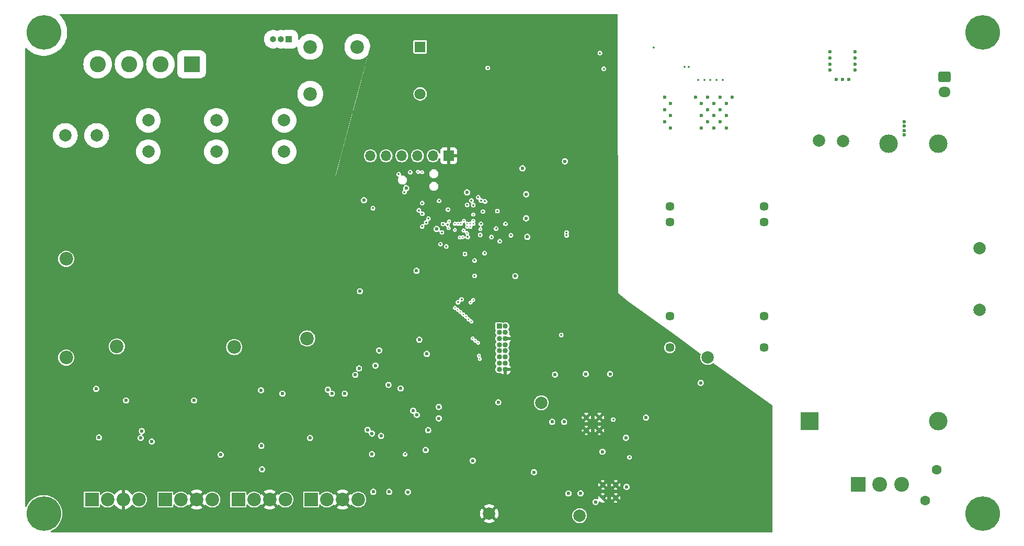
<source format=gbr>
%TF.GenerationSoftware,KiCad,Pcbnew,8.0.1*%
%TF.CreationDate,2024-06-09T19:14:09+02:00*%
%TF.ProjectId,daqIONA,64617149-4f4e-4412-9e6b-696361645f70,rev?*%
%TF.SameCoordinates,Original*%
%TF.FileFunction,Copper,L5,Inr*%
%TF.FilePolarity,Positive*%
%FSLAX46Y46*%
G04 Gerber Fmt 4.6, Leading zero omitted, Abs format (unit mm)*
G04 Created by KiCad (PCBNEW 8.0.1) date 2024-06-09 19:14:09*
%MOMM*%
%LPD*%
G01*
G04 APERTURE LIST*
G04 Aperture macros list*
%AMRoundRect*
0 Rectangle with rounded corners*
0 $1 Rounding radius*
0 $2 $3 $4 $5 $6 $7 $8 $9 X,Y pos of 4 corners*
0 Add a 4 corners polygon primitive as box body*
4,1,4,$2,$3,$4,$5,$6,$7,$8,$9,$2,$3,0*
0 Add four circle primitives for the rounded corners*
1,1,$1+$1,$2,$3*
1,1,$1+$1,$4,$5*
1,1,$1+$1,$6,$7*
1,1,$1+$1,$8,$9*
0 Add four rect primitives between the rounded corners*
20,1,$1+$1,$2,$3,$4,$5,0*
20,1,$1+$1,$4,$5,$6,$7,0*
20,1,$1+$1,$6,$7,$8,$9,0*
20,1,$1+$1,$8,$9,$2,$3,0*%
G04 Aperture macros list end*
%TA.AperFunction,ComponentPad*%
%ADD10C,2.200000*%
%TD*%
%TA.AperFunction,ComponentPad*%
%ADD11R,2.200000X2.200000*%
%TD*%
%TA.AperFunction,ComponentPad*%
%ADD12O,2.200000X2.200000*%
%TD*%
%TA.AperFunction,ComponentPad*%
%ADD13C,2.000000*%
%TD*%
%TA.AperFunction,ComponentPad*%
%ADD14C,5.600000*%
%TD*%
%TA.AperFunction,ComponentPad*%
%ADD15R,2.600000X2.600000*%
%TD*%
%TA.AperFunction,ComponentPad*%
%ADD16C,2.600000*%
%TD*%
%TA.AperFunction,ComponentPad*%
%ADD17C,1.600000*%
%TD*%
%TA.AperFunction,ComponentPad*%
%ADD18R,1.000000X1.000000*%
%TD*%
%TA.AperFunction,ComponentPad*%
%ADD19O,1.000000X1.000000*%
%TD*%
%TA.AperFunction,ComponentPad*%
%ADD20R,3.000000X3.000000*%
%TD*%
%TA.AperFunction,ComponentPad*%
%ADD21C,3.000000*%
%TD*%
%TA.AperFunction,HeatsinkPad*%
%ADD22C,0.500000*%
%TD*%
%TA.AperFunction,ComponentPad*%
%ADD23R,0.850000X0.850000*%
%TD*%
%TA.AperFunction,ComponentPad*%
%ADD24O,0.850000X0.850000*%
%TD*%
%TA.AperFunction,ComponentPad*%
%ADD25RoundRect,0.250000X-0.725000X0.600000X-0.725000X-0.600000X0.725000X-0.600000X0.725000X0.600000X0*%
%TD*%
%TA.AperFunction,ComponentPad*%
%ADD26O,1.950000X1.700000*%
%TD*%
%TA.AperFunction,ComponentPad*%
%ADD27R,1.700000X1.700000*%
%TD*%
%TA.AperFunction,ComponentPad*%
%ADD28O,1.700000X1.700000*%
%TD*%
%TA.AperFunction,ComponentPad*%
%ADD29C,1.447800*%
%TD*%
%TA.AperFunction,ComponentPad*%
%ADD30R,2.400000X2.400000*%
%TD*%
%TA.AperFunction,ComponentPad*%
%ADD31C,2.400000*%
%TD*%
%TA.AperFunction,ComponentPad*%
%ADD32R,1.800000X1.800000*%
%TD*%
%TA.AperFunction,ComponentPad*%
%ADD33C,1.800000*%
%TD*%
%TA.AperFunction,ViaPad*%
%ADD34C,0.600000*%
%TD*%
%TA.AperFunction,ViaPad*%
%ADD35C,0.350000*%
%TD*%
%TA.AperFunction,ViaPad*%
%ADD36C,0.250000*%
%TD*%
G04 APERTURE END LIST*
D10*
%TO.N,/(2) Front End/L2_LV*%
%TO.C,TP8*%
X95440000Y-133200000D03*
%TD*%
D11*
%TO.N,/(2) Front End/Ext5V*%
%TO.C,J4*%
X72400000Y-157900000D03*
D10*
%TO.N,Net-(J4-Pin_2)*%
X74940000Y-157900000D03*
D12*
%TO.N,GND3*%
X77480000Y-157900000D03*
D10*
%TO.N,PE*%
X80020000Y-157900000D03*
%TD*%
D13*
%TO.N,+1V1*%
%TO.C,TP4*%
X145160000Y-142220000D03*
%TD*%
D14*
%TO.N,PE*%
%TO.C,H4*%
X216600000Y-82200000D03*
%TD*%
D10*
%TO.N,/(2) Front End/L3_LV*%
%TO.C,TP9*%
X76440000Y-133100000D03*
%TD*%
D13*
%TO.N,/(2) Front End/L3*%
%TO.C,F4*%
X81540000Y-96460000D03*
%TO.N,Net-(C25-Pad1)*%
X81540000Y-101540000D03*
%TD*%
%TO.N,Net-(F5-Pad1)*%
%TO.C,F5*%
X68100000Y-98900000D03*
%TO.N,/(2) Front End/N*%
X73180000Y-98900000D03*
%TD*%
%TO.N,+3V3*%
%TO.C,TP6*%
X151350000Y-160520000D03*
%TD*%
D11*
%TO.N,/(2) Front End/Ext5V*%
%TO.C,J6*%
X84285000Y-157900000D03*
D10*
%TO.N,Net-(J6-Pin_2)*%
X86825000Y-157900000D03*
%TO.N,GND3*%
X89365000Y-157900000D03*
%TO.N,PE*%
X91905000Y-157900000D03*
%TD*%
D14*
%TO.N,PE*%
%TO.C,H3*%
X216600000Y-160200000D03*
%TD*%
D10*
%TO.N,/(2) Front End/L1_LV*%
%TO.C,TP7*%
X107250000Y-131800000D03*
%TD*%
D15*
%TO.N,/(2) Front End/L1*%
%TO.C,J3*%
X88560000Y-87360000D03*
D16*
%TO.N,/(2) Front End/L2*%
X83480000Y-87360000D03*
%TO.N,/(2) Front End/L3*%
X78400000Y-87360000D03*
%TO.N,/(2) Front End/N*%
X73320000Y-87360000D03*
%TD*%
D13*
%TO.N,/(2) Front End/L2*%
%TO.C,F3*%
X92540000Y-96460000D03*
%TO.N,Net-(C23-Pad1)*%
X92540000Y-101540000D03*
%TD*%
D14*
%TO.N,PE*%
%TO.C,H2*%
X64600000Y-82200000D03*
%TD*%
D17*
%TO.N,Net-(J1-Pin_3)*%
%TO.C,RV1*%
X207337500Y-158080000D03*
%TO.N,Net-(U1-AC{slash}L)*%
X209137500Y-153080000D03*
%TD*%
D18*
%TO.N,Net-(J5-Pin_1)*%
%TO.C,J5*%
X104300000Y-83300000D03*
D19*
%TO.N,Net-(J5-Pin_2)*%
X103030000Y-83300000D03*
%TO.N,Net-(J5-Pin_3)*%
X101760000Y-83300000D03*
%TD*%
D20*
%TO.N,Net-(U1-AC{slash}L)*%
%TO.C,U1*%
X188587500Y-145230000D03*
D21*
%TO.N,Net-(J1-Pin_3)*%
X209387500Y-145230000D03*
%TO.N,GND2*%
X209387500Y-100230000D03*
%TO.N,/(1) Power Supply/5V_PSU*%
X201387500Y-100230000D03*
%TD*%
D22*
%TO.N,GND3*%
%TO.C,U4*%
X155110000Y-157630000D03*
X157210000Y-157630000D03*
X155110000Y-155530000D03*
X157210000Y-155530000D03*
%TD*%
D23*
%TO.N,DOUT0*%
%TO.C,J13*%
X138350000Y-129800000D03*
D24*
%TO.N,DCLK*%
X139350000Y-129800000D03*
%TO.N,DOUT1*%
X138350000Y-130800000D03*
%TO.N,~{DRDY}*%
X139350000Y-130800000D03*
%TO.N,DOUT2*%
X138350000Y-131800000D03*
%TO.N,GND3*%
X139350000Y-131800000D03*
%TO.N,DOUT3*%
X138350000Y-132800000D03*
%TO.N,SCLK*%
X139350000Y-132800000D03*
%TO.N,DOUT4*%
X138350000Y-133800000D03*
%TO.N,~{SCS}*%
X139350000Y-133800000D03*
%TO.N,DOUT5*%
X138350000Y-134800000D03*
%TO.N,SDI*%
X139350000Y-134800000D03*
%TO.N,DOUT6*%
X138350000Y-135800000D03*
%TO.N,SDO*%
X139350000Y-135800000D03*
%TO.N,DOUT7*%
X138350000Y-136800000D03*
%TO.N,GND3*%
X139350000Y-136800000D03*
%TD*%
D10*
%TO.N,GNDS*%
%TO.C,TP11*%
X68240000Y-134900000D03*
%TD*%
%TO.N,/(2) Front End/N_LV*%
%TO.C,TP10*%
X68240000Y-118900000D03*
%TD*%
D13*
%TO.N,GND*%
%TO.C,C6*%
X216100000Y-117160000D03*
%TO.N,GND3*%
X216100000Y-127160000D03*
%TD*%
D11*
%TO.N,/(2) Front End/Ext5V*%
%TO.C,J7*%
X96100000Y-157900000D03*
D10*
%TO.N,Net-(J7-Pin_2)*%
X98640000Y-157900000D03*
%TO.N,GND3*%
X101180000Y-157900000D03*
%TO.N,PE*%
X103720000Y-157900000D03*
%TD*%
D25*
%TO.N,GND*%
%TO.C,J2*%
X210420000Y-89380000D03*
D26*
%TO.N,/(1) Power Supply/5V_PSU*%
X210420000Y-91880000D03*
%TD*%
D14*
%TO.N,PE*%
%TO.C,H1*%
X64600000Y-160200000D03*
%TD*%
D13*
%TO.N,/(2) Front End/L1*%
%TO.C,F2*%
X103540000Y-96460000D03*
%TO.N,Net-(C21-Pad1)*%
X103540000Y-101540000D03*
%TD*%
%TO.N,GND3*%
%TO.C,TP5*%
X136730000Y-160180000D03*
%TD*%
D27*
%TO.N,GND3*%
%TO.C,J9*%
X130180000Y-102200000D03*
D28*
%TO.N,/(4) FPGA/FPGA_TMS*%
X127640000Y-102200000D03*
%TO.N,/(4) FPGA/FPGA_TDO*%
X125100000Y-102200000D03*
%TO.N,/(4) FPGA/FPGA_TDI*%
X122560000Y-102200000D03*
%TO.N,/(4) FPGA/FPGA_TCK*%
X120020000Y-102200000D03*
%TO.N,+3V3*%
X117480000Y-102200000D03*
%TD*%
D22*
%TO.N,GND3*%
%TO.C,U3*%
X152465000Y-146690000D03*
X154565000Y-146690000D03*
X152465000Y-144590000D03*
X154565000Y-144590000D03*
%TD*%
D29*
%TO.N,GND*%
%TO.C,U2*%
X165960000Y-110419601D03*
X165960000Y-112959601D03*
%TO.N,N/C*%
X165960000Y-128199601D03*
X165960000Y-133279601D03*
%TO.N,Net-(JP3-A)*%
X181200000Y-133279601D03*
%TO.N,Net-(JP4-A)*%
X181200000Y-128199601D03*
%TO.N,+5V*%
X181200000Y-112959601D03*
X181200000Y-110419601D03*
%TD*%
D11*
%TO.N,/(2) Front End/Ext5V*%
%TO.C,J8*%
X107900000Y-157900000D03*
D10*
%TO.N,Net-(J8-Pin_2)*%
X110440000Y-157900000D03*
%TO.N,GND3*%
X112980000Y-157900000D03*
%TO.N,PE*%
X115520000Y-157900000D03*
%TD*%
D30*
%TO.N,Net-(J1-Pin_1)*%
%TO.C,J1*%
X196470000Y-155430000D03*
D31*
%TO.N,PE*%
X199970000Y-155430000D03*
%TO.N,Net-(J1-Pin_3)*%
X203470000Y-155430000D03*
%TD*%
D10*
%TO.N,Net-(J5-Pin_2)*%
%TO.C,K1*%
X115387500Y-84542500D03*
%TO.N,Net-(J5-Pin_3)*%
X107767500Y-92162500D03*
%TO.N,Net-(J5-Pin_1)*%
X107767500Y-84542500D03*
D32*
%TO.N,+5VA*%
X125547500Y-84542500D03*
D33*
%TO.N,Net-(D7-A)*%
X125547500Y-92162500D03*
%TD*%
D13*
%TO.N,GND*%
%TO.C,TP2*%
X190087500Y-99730000D03*
%TD*%
%TO.N,Net-(D2-A)*%
%TO.C,TP3*%
X172100000Y-134880000D03*
%TD*%
%TO.N,Net-(D1-A)*%
%TO.C,TP1*%
X193987500Y-99780000D03*
%TD*%
D34*
%TO.N,GND3*%
X156600000Y-139200000D03*
X147600000Y-152200000D03*
X143600000Y-149200000D03*
X139600000Y-146200000D03*
X132600000Y-156200000D03*
X128600000Y-158200000D03*
X113600000Y-137200000D03*
X115600000Y-131200000D03*
X115600000Y-128200000D03*
X114600000Y-120200000D03*
X114600000Y-116200000D03*
X114600000Y-110200000D03*
X114600000Y-102200000D03*
X126600000Y-98200000D03*
X137600000Y-120200000D03*
X137600000Y-123200000D03*
X124600000Y-135200000D03*
X139600000Y-110200000D03*
X149600000Y-100200000D03*
X144600000Y-100200000D03*
X144600000Y-95200000D03*
X134600000Y-95200000D03*
X134600000Y-100200000D03*
X129600000Y-100200000D03*
X124600000Y-95200000D03*
X119600000Y-95200000D03*
X114600000Y-95200000D03*
X154600000Y-100200000D03*
X154600000Y-95200000D03*
X149600000Y-95200000D03*
X149600000Y-90200000D03*
X152100000Y-90200000D03*
X154600000Y-90200000D03*
X182100000Y-150200000D03*
X182100000Y-152700000D03*
X182100000Y-157700000D03*
X182100000Y-155200000D03*
X182100000Y-160200000D03*
X157100000Y-120200000D03*
X157100000Y-117700000D03*
X157100000Y-115200000D03*
X157100000Y-112700000D03*
X157100000Y-110200000D03*
X157100000Y-107700000D03*
X157100000Y-105200000D03*
X157100000Y-102700000D03*
X157100000Y-97700000D03*
X157100000Y-95200000D03*
X157100000Y-92700000D03*
X157100000Y-82700000D03*
X157100000Y-80200000D03*
X112100000Y-80200000D03*
X114600000Y-80200000D03*
X117100000Y-80200000D03*
X119600000Y-80200000D03*
X122100000Y-80200000D03*
X124600000Y-80200000D03*
X127100000Y-80200000D03*
X132100000Y-80200000D03*
X129600000Y-80200000D03*
X134600000Y-80200000D03*
X137100000Y-80200000D03*
X142100000Y-80200000D03*
X139600000Y-80200000D03*
X144600000Y-80200000D03*
X149600000Y-80200000D03*
X147100000Y-80200000D03*
X152100000Y-80200000D03*
X154600000Y-80200000D03*
D35*
%TO.N,GND*%
X172545000Y-89880000D03*
D34*
X171100000Y-97700000D03*
X195920000Y-85330000D03*
X175100000Y-93700000D03*
D35*
X171545000Y-89880000D03*
D34*
X195920000Y-87330000D03*
X192920000Y-89830000D03*
X166100000Y-95700000D03*
X172100000Y-94700000D03*
X191920000Y-88330000D03*
D35*
X170545000Y-89880000D03*
D34*
X191920000Y-86330000D03*
X174100000Y-92700000D03*
X174100000Y-94700000D03*
X176100000Y-92700000D03*
X166100000Y-93700000D03*
X195920000Y-86330000D03*
X165100000Y-92700000D03*
X174100000Y-96700000D03*
X175100000Y-97700000D03*
X173100000Y-95700000D03*
X165100000Y-94700000D03*
D35*
X174545000Y-89880000D03*
D34*
X166100000Y-97700000D03*
X173100000Y-93700000D03*
X175100000Y-95700000D03*
X171100000Y-95700000D03*
X173100000Y-97700000D03*
X193920000Y-89830000D03*
X170100000Y-92700000D03*
X172100000Y-92700000D03*
X195920000Y-88330000D03*
D35*
X169060000Y-87800000D03*
X168330000Y-87760000D03*
D34*
X191920000Y-85330000D03*
X172100000Y-96700000D03*
X194920000Y-89830000D03*
X171100000Y-93700000D03*
D35*
X163340000Y-84640000D03*
X173545000Y-89880000D03*
D34*
X191920000Y-87330000D03*
X165100000Y-96700000D03*
%TO.N,Net-(D2-A)*%
X170950000Y-139000000D03*
%TO.N,GND3*%
X119200000Y-140420000D03*
X175850000Y-156950000D03*
X136340000Y-87190000D03*
X66450000Y-152450000D03*
X166850000Y-159450000D03*
D36*
X133322284Y-115840455D03*
D34*
X118300000Y-132650000D03*
X144075000Y-121797500D03*
X123062500Y-140700000D03*
X99790000Y-134200000D03*
X119200000Y-132200000D03*
X165850000Y-142700000D03*
X179440000Y-142430000D03*
X175850000Y-158200000D03*
X181100000Y-142430000D03*
X151290000Y-114530000D03*
X118410000Y-140270000D03*
D35*
X130300000Y-104810000D03*
D34*
X162100000Y-141450000D03*
X178210000Y-146420000D03*
X152380000Y-135470000D03*
X165850000Y-141450000D03*
X95900000Y-147850000D03*
X68250000Y-140700000D03*
X110340000Y-139240000D03*
X160130000Y-153680000D03*
X127950000Y-116030000D03*
D36*
X133650000Y-111720000D03*
D35*
X127567021Y-113860000D03*
D34*
X130500000Y-91830000D03*
X135200000Y-143450000D03*
X179600000Y-159450000D03*
X114190000Y-140710000D03*
X141560000Y-158000000D03*
X121900000Y-117200000D03*
X151320000Y-112590000D03*
D35*
X154739997Y-88090000D03*
D34*
X127840000Y-130140000D03*
X123390045Y-132009955D03*
X119067718Y-132956806D03*
X118100000Y-130330000D03*
X120962500Y-132100000D03*
X132650000Y-104080000D03*
X144190000Y-114990000D03*
X122412500Y-132050000D03*
X118440000Y-143690000D03*
D36*
X132150000Y-112720000D03*
D34*
X126400000Y-127200000D03*
D35*
X130335000Y-115427191D03*
D34*
X80300000Y-152680000D03*
X121200000Y-139870000D03*
X123190000Y-115840000D03*
X179600000Y-156950000D03*
X154235000Y-142820000D03*
X166850000Y-160950000D03*
X156660000Y-153790000D03*
X162100000Y-138700000D03*
X116750000Y-143900000D03*
X118462500Y-137200000D03*
X151350000Y-108650000D03*
X154340000Y-135460000D03*
X122700000Y-122300000D03*
X175850000Y-160950000D03*
X179600000Y-158200000D03*
X134950000Y-149550000D03*
X98200000Y-151150000D03*
X148860000Y-147400000D03*
X162100000Y-140200000D03*
X120700000Y-122300000D03*
D36*
X132094841Y-114990044D03*
D34*
X175850000Y-159450000D03*
X115330000Y-139550000D03*
D35*
X154901250Y-123320000D03*
D34*
X123712500Y-140700000D03*
X179600000Y-160950000D03*
X73090000Y-133962500D03*
X166850000Y-158200000D03*
X145100000Y-113210000D03*
X163500000Y-157340000D03*
X109750000Y-143900000D03*
X117840000Y-146280000D03*
X156290000Y-135480000D03*
X170600000Y-158200000D03*
X129212500Y-154700000D03*
D35*
X132360000Y-110240000D03*
D34*
X162100000Y-142700000D03*
X170600000Y-159450000D03*
X152470000Y-153810000D03*
X117750000Y-127750000D03*
X158200000Y-144210000D03*
X149530000Y-154790000D03*
X165850000Y-138700000D03*
X180230000Y-142430000D03*
X134620000Y-104090000D03*
X170600000Y-160950000D03*
X145000000Y-108940000D03*
X144650000Y-104410000D03*
X107700000Y-152680000D03*
X155248750Y-84950000D03*
D36*
X129798332Y-114212858D03*
D34*
X170600000Y-156950000D03*
X166850000Y-156950000D03*
X152375000Y-138650000D03*
D35*
X134701455Y-115579007D03*
D34*
X150390000Y-135470000D03*
X128650000Y-124256250D03*
X120600000Y-153650000D03*
X151370000Y-106690000D03*
X118250000Y-135400000D03*
X122412500Y-140700000D03*
X120362500Y-147400000D03*
X112300000Y-140710000D03*
X147290000Y-136340000D03*
D36*
X131150000Y-111720000D03*
D34*
X146890000Y-147420000D03*
X126860000Y-133340000D03*
X165850000Y-140200000D03*
X128385000Y-106127024D03*
%TO.N,+5VA*%
X73552500Y-147850000D03*
X80300000Y-147920000D03*
X162120000Y-144620000D03*
X93250000Y-150625000D03*
X107700000Y-147920000D03*
X99790000Y-140200000D03*
X99825000Y-149200000D03*
X158855000Y-147885000D03*
X73090000Y-139962500D03*
X138180000Y-142150000D03*
D36*
%TO.N,+1V1*%
X131971359Y-115424984D03*
D34*
X133130000Y-108130000D03*
D35*
X133150000Y-110150000D03*
D36*
X132150000Y-113220000D03*
D34*
X128220000Y-114060000D03*
X146900000Y-145310000D03*
X148850000Y-145310000D03*
D36*
X132650000Y-112720000D03*
D34*
X148990000Y-103090000D03*
D35*
%TO.N,+3V3*%
X135260000Y-115020000D03*
D34*
X115800000Y-124150000D03*
X126840000Y-146660000D03*
X156290000Y-137567500D03*
D35*
X128620000Y-109480000D03*
D34*
X142700000Y-112340000D03*
X142900000Y-115340000D03*
D35*
X148391250Y-131232500D03*
X130050000Y-110910000D03*
D34*
X116450000Y-109400000D03*
X147380000Y-137660000D03*
D35*
X129960000Y-113330000D03*
D34*
X126430000Y-149860000D03*
X123275000Y-107450000D03*
X142730000Y-108430000D03*
X151510000Y-156900000D03*
X155050000Y-150150000D03*
X152370000Y-137567500D03*
D36*
X134150000Y-111720000D03*
D34*
X149540000Y-156920000D03*
D36*
X131150000Y-114210000D03*
D34*
X142110000Y-104230000D03*
D35*
X135990000Y-117960000D03*
D34*
X153940000Y-158290000D03*
X140962500Y-121700000D03*
%TO.N,VREF*%
X128562500Y-144750000D03*
X122395837Y-139900171D03*
%TO.N,AVDD*%
X128550000Y-142900000D03*
X115050000Y-137700000D03*
X120400000Y-139320000D03*
X113350000Y-140750000D03*
%TO.N,GNDS*%
X77950000Y-141850000D03*
X88950000Y-141850000D03*
X103260000Y-140750000D03*
%TO.N,IODD*%
X117750000Y-150550000D03*
X117021638Y-146600000D03*
X125400000Y-131994933D03*
X115650000Y-136650000D03*
X119209648Y-147600000D03*
X124962500Y-120825000D03*
D35*
X123120000Y-150550000D03*
D34*
%TO.N,Net-(U11-REGCAPB)*%
X111250000Y-140750000D03*
X118918299Y-133742731D03*
%TO.N,/(2) Front End/Ext5V*%
X99950000Y-153000000D03*
D35*
%TO.N,/(4) FPGA/VCCA*%
X129760000Y-116890000D03*
X149240000Y-114630000D03*
X149240000Y-115080000D03*
%TO.N,/(4) FPGA/FPGA_TMS*%
X123929124Y-104850876D03*
D36*
X131150000Y-113220000D03*
%TO.N,/(4) FPGA/FPGA_TCK*%
X131660000Y-113220000D03*
X125207322Y-104788364D03*
%TO.N,/(4) FPGA/FPGA_TDI*%
X130140000Y-113920000D03*
D35*
X122070000Y-105170000D03*
X123010979Y-108071226D03*
D36*
%TO.N,/(4) FPGA/FPGA_TDO*%
X125860000Y-104840000D03*
X130219834Y-112820166D03*
D35*
X126880000Y-112360000D03*
X125870000Y-109870000D03*
D36*
%TO.N,SCLK*%
X133700000Y-125975000D03*
X134150000Y-113220000D03*
D35*
X137840000Y-113980000D03*
X136485000Y-87955000D03*
X136035000Y-109590000D03*
X125341041Y-111035000D03*
D36*
X132566817Y-114303008D03*
D34*
%TO.N,I2_sense*%
X117762500Y-147200000D03*
X82100000Y-148500000D03*
%TO.N,I1_sense*%
X80500000Y-146800000D03*
X110600000Y-140100000D03*
%TO.N,Net-(JP14-C)*%
X118303215Y-136198231D03*
X117950000Y-156650000D03*
%TO.N,/(3) ADC/MODE0*%
X124400000Y-143500000D03*
X120550000Y-156650000D03*
%TO.N,Net-(U11-~{RESET})*%
X134050000Y-151600000D03*
X126620000Y-134300000D03*
%TO.N,/(3) ADC/MODE1*%
X123550000Y-156700000D03*
X125000000Y-144185997D03*
%TO.N,/(1) Power Supply/PG*%
X158971416Y-155850559D03*
X143990000Y-153480000D03*
D35*
%TO.N,/(1) Power Supply/PWR_EN*%
X159440000Y-151050000D03*
X156800000Y-144940000D03*
%TO.N,Net-(U13C-GPIOL_21_NSTATUS)*%
X129070000Y-114617198D03*
D36*
%TO.N,DOUT5*%
X134025000Y-131750000D03*
%TO.N,DCLK*%
X131625000Y-127150000D03*
D35*
X131673932Y-125925000D03*
D36*
X132420000Y-115390000D03*
D35*
%TO.N,SDO*%
X132800000Y-118110000D03*
D36*
X135050000Y-134600000D03*
%TO.N,DOUT2*%
X132950000Y-128250000D03*
%TO.N,DOUT0*%
X132050000Y-127500000D03*
D35*
X132250000Y-125470000D03*
X137100165Y-115369835D03*
D36*
%TO.N,~{DRDY}*%
X131200000Y-126850000D03*
X133167253Y-113702747D03*
%TO.N,DOUT1*%
X133150000Y-113220000D03*
X132500000Y-127900000D03*
%TO.N,DOUT3*%
X133400000Y-128700000D03*
%TO.N,DOUT4*%
X133850000Y-129050000D03*
D35*
%TO.N,~{SCS}*%
X134350000Y-121650000D03*
X134339124Y-119149124D03*
D36*
X134125000Y-125550000D03*
X133150000Y-114720000D03*
D35*
%TO.N,SDI*%
X128830000Y-116510000D03*
X125888021Y-111581979D03*
D36*
X135200000Y-135100000D03*
X133650000Y-113220000D03*
%TO.N,DOUT7*%
X134950000Y-132500000D03*
%TO.N,DOUT6*%
X134450000Y-132150000D03*
D35*
%TO.N,/(4) FPGA/FPGA_SS*%
X135400000Y-113210000D03*
X126521041Y-113010000D03*
X129240000Y-113260000D03*
X125870000Y-113640000D03*
X117900000Y-110690000D03*
%TO.N,/(4) FPGA/FPGA~{LD1}*%
X134150000Y-110200000D03*
X135400000Y-109440000D03*
%TO.N,/(4) FPGA/FPGA~{LD2}*%
X133853149Y-109435000D03*
X134930000Y-108900000D03*
%TO.N,/(4) FPGA/CDONE*%
X139360000Y-113205000D03*
D36*
X134150000Y-112720000D03*
D35*
X135710000Y-111230000D03*
X138050000Y-111160000D03*
D34*
%TO.N,Net-(JP1-B)*%
X203937500Y-97380000D03*
X203937500Y-98080000D03*
X203937500Y-98780000D03*
X203937500Y-96680000D03*
D35*
%TO.N,/(4) FPGA/MOSI*%
X155290000Y-88090000D03*
X133255000Y-115345000D03*
D36*
X133650000Y-113720000D03*
D35*
%TO.N,/(4) FPGA/CS*%
X140250000Y-115080000D03*
X138445000Y-116030000D03*
%TO.N,/(4) FPGA/MISO*%
X154640000Y-85550000D03*
D36*
X135295000Y-114095000D03*
%TD*%
%TA.AperFunction,Conductor*%
%TO.N,GND3*%
G36*
X139208386Y-136588060D02*
G01*
X139138060Y-136658386D01*
X139100000Y-136750272D01*
X139100000Y-136674000D01*
X139119685Y-136606961D01*
X139172489Y-136561206D01*
X139224000Y-136550000D01*
X139300272Y-136550000D01*
X139208386Y-136588060D01*
G37*
%TD.AperFunction*%
%TA.AperFunction,Conductor*%
G36*
X139138060Y-131941614D02*
G01*
X139208386Y-132011940D01*
X139300272Y-132050000D01*
X139224000Y-132050000D01*
X139156961Y-132030315D01*
X139111206Y-131977511D01*
X139100000Y-131926000D01*
X139100000Y-131849728D01*
X139138060Y-131941614D01*
G37*
%TD.AperFunction*%
%TA.AperFunction,Conductor*%
G36*
X139208386Y-131588060D02*
G01*
X139138060Y-131658386D01*
X139100000Y-131750272D01*
X139100000Y-131674000D01*
X139119685Y-131606961D01*
X139172489Y-131561206D01*
X139224000Y-131550000D01*
X139300272Y-131550000D01*
X139208386Y-131588060D01*
G37*
%TD.AperFunction*%
%TA.AperFunction,Conductor*%
G36*
X157473148Y-79219685D02*
G01*
X157518903Y-79272489D01*
X157530109Y-79323890D01*
X157570000Y-124480000D01*
X157570000Y-124490000D01*
X159110002Y-125700002D01*
X167138878Y-131507179D01*
X170927263Y-134247267D01*
X170949924Y-134263657D01*
X170992708Y-134318895D01*
X170998836Y-134388496D01*
X170988254Y-134419399D01*
X170975773Y-134444464D01*
X170975768Y-134444476D01*
X170914885Y-134658461D01*
X170914884Y-134658464D01*
X170894357Y-134879999D01*
X170894357Y-134880000D01*
X170914884Y-135101535D01*
X170914885Y-135101537D01*
X170975769Y-135315523D01*
X170975775Y-135315538D01*
X171074938Y-135514683D01*
X171074943Y-135514691D01*
X171209020Y-135692238D01*
X171373437Y-135842123D01*
X171373439Y-135842125D01*
X171562595Y-135959245D01*
X171562596Y-135959245D01*
X171562599Y-135959247D01*
X171770060Y-136039618D01*
X171988757Y-136080500D01*
X171988759Y-136080500D01*
X172211241Y-136080500D01*
X172211243Y-136080500D01*
X172429940Y-136039618D01*
X172637401Y-135959247D01*
X172826562Y-135842124D01*
X172887299Y-135786754D01*
X172950102Y-135756137D01*
X173019489Y-135764334D01*
X173043506Y-135777916D01*
X182548671Y-142652874D01*
X182591455Y-142708112D01*
X182600000Y-142753347D01*
X182600000Y-163076000D01*
X182580315Y-163143039D01*
X182527511Y-163188794D01*
X182476000Y-163200000D01*
X65833683Y-163200000D01*
X65766644Y-163180315D01*
X65720889Y-163127511D01*
X65710945Y-163058353D01*
X65739970Y-162994797D01*
X65787512Y-162962067D01*
X65787141Y-162961205D01*
X65790436Y-162959782D01*
X65790451Y-162959777D01*
X66102793Y-162802913D01*
X66394811Y-162610849D01*
X66662558Y-162386183D01*
X66902412Y-162131953D01*
X67111130Y-161851596D01*
X67285889Y-161548904D01*
X67424326Y-161227971D01*
X67524569Y-160893136D01*
X67562151Y-160680000D01*
X67585260Y-160548938D01*
X67585259Y-160548938D01*
X67585262Y-160548927D01*
X67605585Y-160200000D01*
X67604420Y-160180005D01*
X135224859Y-160180005D01*
X135245385Y-160427729D01*
X135245387Y-160427738D01*
X135306412Y-160668717D01*
X135406266Y-160896364D01*
X135506564Y-161049882D01*
X136247037Y-160309409D01*
X136264075Y-160372993D01*
X136329901Y-160487007D01*
X136422993Y-160580099D01*
X136537007Y-160645925D01*
X136600590Y-160662962D01*
X135859942Y-161403609D01*
X135906768Y-161440055D01*
X135906770Y-161440056D01*
X136125385Y-161558364D01*
X136125396Y-161558369D01*
X136360506Y-161639083D01*
X136605707Y-161680000D01*
X136854293Y-161680000D01*
X137099493Y-161639083D01*
X137334603Y-161558369D01*
X137334614Y-161558364D01*
X137553228Y-161440057D01*
X137553231Y-161440055D01*
X137600056Y-161403609D01*
X136859409Y-160662962D01*
X136922993Y-160645925D01*
X137037007Y-160580099D01*
X137130099Y-160487007D01*
X137195925Y-160372993D01*
X137212962Y-160309410D01*
X137953434Y-161049882D01*
X138053731Y-160896369D01*
X138153587Y-160668717D01*
X138191248Y-160520000D01*
X150144357Y-160520000D01*
X150164884Y-160741535D01*
X150164885Y-160741537D01*
X150225769Y-160955523D01*
X150225775Y-160955538D01*
X150324938Y-161154683D01*
X150324943Y-161154691D01*
X150459020Y-161332238D01*
X150623437Y-161482123D01*
X150623439Y-161482125D01*
X150812595Y-161599245D01*
X150812596Y-161599245D01*
X150812599Y-161599247D01*
X151020060Y-161679618D01*
X151238757Y-161720500D01*
X151238759Y-161720500D01*
X151461241Y-161720500D01*
X151461243Y-161720500D01*
X151679940Y-161679618D01*
X151887401Y-161599247D01*
X152076562Y-161482124D01*
X152240981Y-161332236D01*
X152375058Y-161154689D01*
X152474229Y-160955528D01*
X152535115Y-160741536D01*
X152555643Y-160520000D01*
X152535115Y-160298464D01*
X152474229Y-160084472D01*
X152398441Y-159932270D01*
X152375061Y-159885316D01*
X152375056Y-159885308D01*
X152240979Y-159707761D01*
X152076562Y-159557876D01*
X152076560Y-159557874D01*
X151887404Y-159440754D01*
X151887398Y-159440752D01*
X151850341Y-159426396D01*
X151679940Y-159360382D01*
X151461243Y-159319500D01*
X151238757Y-159319500D01*
X151020060Y-159360382D01*
X150888864Y-159411207D01*
X150812601Y-159440752D01*
X150812595Y-159440754D01*
X150623439Y-159557874D01*
X150623437Y-159557876D01*
X150459020Y-159707761D01*
X150324943Y-159885308D01*
X150324938Y-159885316D01*
X150225775Y-160084461D01*
X150225769Y-160084476D01*
X150164885Y-160298462D01*
X150164884Y-160298464D01*
X150144357Y-160519999D01*
X150144357Y-160520000D01*
X138191248Y-160520000D01*
X138214612Y-160427738D01*
X138214614Y-160427729D01*
X138235141Y-160180005D01*
X138235141Y-160179994D01*
X138214614Y-159932270D01*
X138214612Y-159932261D01*
X138153587Y-159691282D01*
X138053731Y-159463630D01*
X137953434Y-159310116D01*
X137212962Y-160050589D01*
X137195925Y-159987007D01*
X137130099Y-159872993D01*
X137037007Y-159779901D01*
X136922993Y-159714075D01*
X136859410Y-159697037D01*
X137600057Y-158956390D01*
X137600056Y-158956389D01*
X137553229Y-158919943D01*
X137334614Y-158801635D01*
X137334603Y-158801630D01*
X137099493Y-158720916D01*
X136854293Y-158680000D01*
X136605707Y-158680000D01*
X136360506Y-158720916D01*
X136125396Y-158801630D01*
X136125390Y-158801632D01*
X135906761Y-158919949D01*
X135859942Y-158956388D01*
X135859942Y-158956390D01*
X136600590Y-159697037D01*
X136537007Y-159714075D01*
X136422993Y-159779901D01*
X136329901Y-159872993D01*
X136264075Y-159987007D01*
X136247037Y-160050589D01*
X135506564Y-159310116D01*
X135406267Y-159463632D01*
X135306412Y-159691282D01*
X135245387Y-159932261D01*
X135245385Y-159932270D01*
X135224859Y-160179994D01*
X135224859Y-160180005D01*
X67604420Y-160180005D01*
X67598856Y-160084472D01*
X67585262Y-159851073D01*
X67559993Y-159707764D01*
X67524571Y-159506872D01*
X67524569Y-159506865D01*
X67518104Y-159485271D01*
X67424326Y-159172029D01*
X67358640Y-159019752D01*
X71099500Y-159019752D01*
X71111131Y-159078229D01*
X71111132Y-159078230D01*
X71155447Y-159144552D01*
X71221769Y-159188867D01*
X71221770Y-159188868D01*
X71280247Y-159200499D01*
X71280250Y-159200500D01*
X71280252Y-159200500D01*
X73519750Y-159200500D01*
X73519751Y-159200499D01*
X73534568Y-159197552D01*
X73578229Y-159188868D01*
X73578229Y-159188867D01*
X73578231Y-159188867D01*
X73644552Y-159144552D01*
X73688867Y-159078231D01*
X73688867Y-159078229D01*
X73688868Y-159078229D01*
X73700499Y-159019752D01*
X73700500Y-159019750D01*
X73700500Y-158790442D01*
X73720185Y-158723403D01*
X73772989Y-158677648D01*
X73842147Y-158667704D01*
X73905703Y-158696729D01*
X73926076Y-158719320D01*
X73939955Y-158739142D01*
X74100858Y-158900045D01*
X74100861Y-158900047D01*
X74287266Y-159030568D01*
X74493504Y-159126739D01*
X74713308Y-159185635D01*
X74875230Y-159199801D01*
X74939998Y-159205468D01*
X74940000Y-159205468D01*
X74940002Y-159205468D01*
X74996796Y-159200499D01*
X75166692Y-159185635D01*
X75386496Y-159126739D01*
X75592734Y-159030568D01*
X75779139Y-158900047D01*
X75938977Y-158740208D01*
X76000299Y-158706725D01*
X76069990Y-158711709D01*
X76125924Y-158753580D01*
X76132385Y-158763102D01*
X76181570Y-158843366D01*
X76181571Y-158843367D01*
X76345130Y-159034869D01*
X76536632Y-159198428D01*
X76536637Y-159198431D01*
X76751368Y-159330019D01*
X76984043Y-159426396D01*
X77228932Y-159485188D01*
X77229999Y-159485271D01*
X77230000Y-159485271D01*
X77230000Y-158390747D01*
X77267708Y-158412518D01*
X77407591Y-158450000D01*
X77552409Y-158450000D01*
X77692292Y-158412518D01*
X77730000Y-158390747D01*
X77730000Y-159485271D01*
X77731067Y-159485188D01*
X77975956Y-159426396D01*
X78208631Y-159330019D01*
X78423362Y-159198431D01*
X78423367Y-159198428D01*
X78614869Y-159034869D01*
X78778428Y-158843367D01*
X78778429Y-158843366D01*
X78827614Y-158763102D01*
X78879425Y-158716226D01*
X78948355Y-158704803D01*
X79012518Y-158732459D01*
X79021023Y-158740210D01*
X79180858Y-158900045D01*
X79180861Y-158900047D01*
X79367266Y-159030568D01*
X79573504Y-159126739D01*
X79793308Y-159185635D01*
X79955230Y-159199801D01*
X80019998Y-159205468D01*
X80020000Y-159205468D01*
X80020002Y-159205468D01*
X80076796Y-159200499D01*
X80246692Y-159185635D01*
X80466496Y-159126739D01*
X80672734Y-159030568D01*
X80688181Y-159019752D01*
X82984500Y-159019752D01*
X82996131Y-159078229D01*
X82996132Y-159078230D01*
X83040447Y-159144552D01*
X83106769Y-159188867D01*
X83106770Y-159188868D01*
X83165247Y-159200499D01*
X83165250Y-159200500D01*
X83165252Y-159200500D01*
X85404750Y-159200500D01*
X85404751Y-159200499D01*
X85419568Y-159197552D01*
X85463229Y-159188868D01*
X85463229Y-159188867D01*
X85463231Y-159188867D01*
X85529552Y-159144552D01*
X85573867Y-159078231D01*
X85573867Y-159078229D01*
X85573868Y-159078229D01*
X85585499Y-159019752D01*
X85585500Y-159019750D01*
X85585500Y-158790442D01*
X85605185Y-158723403D01*
X85657989Y-158677648D01*
X85727147Y-158667704D01*
X85790703Y-158696729D01*
X85811076Y-158719320D01*
X85824955Y-158739142D01*
X85985858Y-158900045D01*
X85985861Y-158900047D01*
X86172266Y-159030568D01*
X86378504Y-159126739D01*
X86598308Y-159185635D01*
X86760230Y-159199801D01*
X86824998Y-159205468D01*
X86825000Y-159205468D01*
X86825002Y-159205468D01*
X86881796Y-159200499D01*
X87051692Y-159185635D01*
X87271496Y-159126739D01*
X87477734Y-159030568D01*
X87664139Y-158900047D01*
X87823977Y-158740208D01*
X87885299Y-158706725D01*
X87954990Y-158711709D01*
X88010924Y-158753580D01*
X88017384Y-158763101D01*
X88066568Y-158843362D01*
X88067266Y-158844179D01*
X88841212Y-158070234D01*
X88852482Y-158112292D01*
X88924890Y-158237708D01*
X89027292Y-158340110D01*
X89152708Y-158412518D01*
X89194765Y-158423787D01*
X88420819Y-159197732D01*
X88420819Y-159197733D01*
X88421634Y-159198429D01*
X88636368Y-159330019D01*
X88869043Y-159426396D01*
X89113927Y-159485187D01*
X89365000Y-159504947D01*
X89616072Y-159485187D01*
X89860956Y-159426396D01*
X90093631Y-159330019D01*
X90308361Y-159198432D01*
X90308363Y-159198430D01*
X90309180Y-159197732D01*
X89535234Y-158423787D01*
X89577292Y-158412518D01*
X89702708Y-158340110D01*
X89805110Y-158237708D01*
X89877518Y-158112292D01*
X89888787Y-158070235D01*
X90662732Y-158844180D01*
X90663430Y-158843364D01*
X90712614Y-158763102D01*
X90764426Y-158716226D01*
X90833355Y-158704803D01*
X90897518Y-158732460D01*
X90906023Y-158740210D01*
X91065858Y-158900045D01*
X91065861Y-158900047D01*
X91252266Y-159030568D01*
X91458504Y-159126739D01*
X91678308Y-159185635D01*
X91840230Y-159199801D01*
X91904998Y-159205468D01*
X91905000Y-159205468D01*
X91905002Y-159205468D01*
X91961796Y-159200499D01*
X92131692Y-159185635D01*
X92351496Y-159126739D01*
X92557734Y-159030568D01*
X92573181Y-159019752D01*
X94799500Y-159019752D01*
X94811131Y-159078229D01*
X94811132Y-159078230D01*
X94855447Y-159144552D01*
X94921769Y-159188867D01*
X94921770Y-159188868D01*
X94980247Y-159200499D01*
X94980250Y-159200500D01*
X94980252Y-159200500D01*
X97219750Y-159200500D01*
X97219751Y-159200499D01*
X97234568Y-159197552D01*
X97278229Y-159188868D01*
X97278229Y-159188867D01*
X97278231Y-159188867D01*
X97344552Y-159144552D01*
X97388867Y-159078231D01*
X97388867Y-159078229D01*
X97388868Y-159078229D01*
X97400499Y-159019752D01*
X97400500Y-159019750D01*
X97400500Y-158790442D01*
X97420185Y-158723403D01*
X97472989Y-158677648D01*
X97542147Y-158667704D01*
X97605703Y-158696729D01*
X97626076Y-158719320D01*
X97639955Y-158739142D01*
X97800858Y-158900045D01*
X97800861Y-158900047D01*
X97987266Y-159030568D01*
X98193504Y-159126739D01*
X98413308Y-159185635D01*
X98575230Y-159199801D01*
X98639998Y-159205468D01*
X98640000Y-159205468D01*
X98640002Y-159205468D01*
X98696796Y-159200499D01*
X98866692Y-159185635D01*
X99086496Y-159126739D01*
X99292734Y-159030568D01*
X99479139Y-158900047D01*
X99638977Y-158740208D01*
X99700299Y-158706725D01*
X99769990Y-158711709D01*
X99825924Y-158753580D01*
X99832384Y-158763101D01*
X99881568Y-158843362D01*
X99882266Y-158844179D01*
X100656212Y-158070234D01*
X100667482Y-158112292D01*
X100739890Y-158237708D01*
X100842292Y-158340110D01*
X100967708Y-158412518D01*
X101009765Y-158423787D01*
X100235819Y-159197732D01*
X100235819Y-159197733D01*
X100236634Y-159198429D01*
X100451368Y-159330019D01*
X100684043Y-159426396D01*
X100928927Y-159485187D01*
X101180000Y-159504947D01*
X101431072Y-159485187D01*
X101675956Y-159426396D01*
X101908631Y-159330019D01*
X102123361Y-159198432D01*
X102123363Y-159198430D01*
X102124180Y-159197732D01*
X101350234Y-158423787D01*
X101392292Y-158412518D01*
X101517708Y-158340110D01*
X101620110Y-158237708D01*
X101692518Y-158112292D01*
X101703787Y-158070235D01*
X102477732Y-158844180D01*
X102478430Y-158843364D01*
X102527614Y-158763102D01*
X102579426Y-158716226D01*
X102648355Y-158704803D01*
X102712518Y-158732460D01*
X102721023Y-158740210D01*
X102880858Y-158900045D01*
X102880861Y-158900047D01*
X103067266Y-159030568D01*
X103273504Y-159126739D01*
X103493308Y-159185635D01*
X103655230Y-159199801D01*
X103719998Y-159205468D01*
X103720000Y-159205468D01*
X103720002Y-159205468D01*
X103776796Y-159200499D01*
X103946692Y-159185635D01*
X104166496Y-159126739D01*
X104372734Y-159030568D01*
X104388181Y-159019752D01*
X106599500Y-159019752D01*
X106611131Y-159078229D01*
X106611132Y-159078230D01*
X106655447Y-159144552D01*
X106721769Y-159188867D01*
X106721770Y-159188868D01*
X106780247Y-159200499D01*
X106780250Y-159200500D01*
X106780252Y-159200500D01*
X109019750Y-159200500D01*
X109019751Y-159200499D01*
X109034568Y-159197552D01*
X109078229Y-159188868D01*
X109078229Y-159188867D01*
X109078231Y-159188867D01*
X109144552Y-159144552D01*
X109188867Y-159078231D01*
X109188867Y-159078229D01*
X109188868Y-159078229D01*
X109200499Y-159019752D01*
X109200500Y-159019750D01*
X109200500Y-158790442D01*
X109220185Y-158723403D01*
X109272989Y-158677648D01*
X109342147Y-158667704D01*
X109405703Y-158696729D01*
X109426076Y-158719320D01*
X109439955Y-158739142D01*
X109600858Y-158900045D01*
X109600861Y-158900047D01*
X109787266Y-159030568D01*
X109993504Y-159126739D01*
X110213308Y-159185635D01*
X110375230Y-159199801D01*
X110439998Y-159205468D01*
X110440000Y-159205468D01*
X110440002Y-159205468D01*
X110496796Y-159200499D01*
X110666692Y-159185635D01*
X110886496Y-159126739D01*
X111092734Y-159030568D01*
X111279139Y-158900047D01*
X111438977Y-158740208D01*
X111500299Y-158706725D01*
X111569990Y-158711709D01*
X111625924Y-158753580D01*
X111632384Y-158763101D01*
X111681568Y-158843362D01*
X111682266Y-158844179D01*
X112456212Y-158070234D01*
X112467482Y-158112292D01*
X112539890Y-158237708D01*
X112642292Y-158340110D01*
X112767708Y-158412518D01*
X112809765Y-158423787D01*
X112035819Y-159197732D01*
X112035819Y-159197733D01*
X112036634Y-159198429D01*
X112251368Y-159330019D01*
X112484043Y-159426396D01*
X112728927Y-159485187D01*
X112980000Y-159504947D01*
X113231072Y-159485187D01*
X113475956Y-159426396D01*
X113708631Y-159330019D01*
X113923361Y-159198432D01*
X113923363Y-159198430D01*
X113924180Y-159197732D01*
X113150234Y-158423787D01*
X113192292Y-158412518D01*
X113317708Y-158340110D01*
X113420110Y-158237708D01*
X113492518Y-158112292D01*
X113503787Y-158070235D01*
X114277732Y-158844180D01*
X114278430Y-158843364D01*
X114327614Y-158763102D01*
X114379426Y-158716226D01*
X114448355Y-158704803D01*
X114512518Y-158732460D01*
X114521023Y-158740210D01*
X114680858Y-158900045D01*
X114680861Y-158900047D01*
X114867266Y-159030568D01*
X115073504Y-159126739D01*
X115293308Y-159185635D01*
X115455230Y-159199801D01*
X115519998Y-159205468D01*
X115520000Y-159205468D01*
X115520002Y-159205468D01*
X115576796Y-159200499D01*
X115746692Y-159185635D01*
X115966496Y-159126739D01*
X116172734Y-159030568D01*
X116359139Y-158900047D01*
X116520047Y-158739139D01*
X116650568Y-158552734D01*
X116746739Y-158346496D01*
X116761877Y-158290000D01*
X153434353Y-158290000D01*
X153454834Y-158432456D01*
X153507786Y-158548402D01*
X153514623Y-158563373D01*
X153608872Y-158672143D01*
X153729947Y-158749953D01*
X153729950Y-158749954D01*
X153729949Y-158749954D01*
X153837107Y-158781417D01*
X153867841Y-158790442D01*
X153868036Y-158790499D01*
X153868038Y-158790500D01*
X153868039Y-158790500D01*
X154011962Y-158790500D01*
X154011962Y-158790499D01*
X154119121Y-158759035D01*
X154150050Y-158749954D01*
X154150050Y-158749953D01*
X154150053Y-158749953D01*
X154271128Y-158672143D01*
X154365377Y-158563373D01*
X154425165Y-158432457D01*
X154443791Y-158302906D01*
X154472816Y-158239352D01*
X154531594Y-158201577D01*
X154601463Y-158201577D01*
X154632638Y-158217792D01*
X154633527Y-158216379D01*
X154782528Y-158310003D01*
X154942050Y-158365822D01*
X154942058Y-158365824D01*
X155109996Y-158384746D01*
X155110004Y-158384746D01*
X155277943Y-158365824D01*
X155436713Y-158310267D01*
X155436713Y-158310266D01*
X156883285Y-158310266D01*
X157042056Y-158365824D01*
X157209996Y-158384746D01*
X157210004Y-158384746D01*
X157377943Y-158365824D01*
X157536713Y-158310267D01*
X157536714Y-158310266D01*
X157210001Y-157983553D01*
X157210000Y-157983553D01*
X156883285Y-158310266D01*
X155436713Y-158310266D01*
X154776338Y-157649891D01*
X155010000Y-157649891D01*
X155025224Y-157686645D01*
X155053355Y-157714776D01*
X155090109Y-157730000D01*
X155129891Y-157730000D01*
X155166645Y-157714776D01*
X155194776Y-157686645D01*
X155210000Y-157649891D01*
X155210000Y-157630001D01*
X155463553Y-157630001D01*
X155790266Y-157956714D01*
X155790267Y-157956713D01*
X155845824Y-157797943D01*
X155864746Y-157630003D01*
X156455254Y-157630003D01*
X156474175Y-157797938D01*
X156474176Y-157797943D01*
X156529732Y-157956714D01*
X156836556Y-157649891D01*
X157110000Y-157649891D01*
X157125224Y-157686645D01*
X157153355Y-157714776D01*
X157190109Y-157730000D01*
X157229891Y-157730000D01*
X157266645Y-157714776D01*
X157294776Y-157686645D01*
X157310000Y-157649891D01*
X157310000Y-157630001D01*
X157563553Y-157630001D01*
X157890266Y-157956714D01*
X157890267Y-157956713D01*
X157945824Y-157797943D01*
X157964746Y-157630003D01*
X157964746Y-157629996D01*
X157945824Y-157462056D01*
X157890266Y-157303285D01*
X157563553Y-157629999D01*
X157563553Y-157630001D01*
X157310000Y-157630001D01*
X157310000Y-157610109D01*
X157294776Y-157573355D01*
X157266645Y-157545224D01*
X157229891Y-157530000D01*
X157190109Y-157530000D01*
X157153355Y-157545224D01*
X157125224Y-157573355D01*
X157110000Y-157610109D01*
X157110000Y-157649891D01*
X156836556Y-157649891D01*
X156856447Y-157630000D01*
X156529732Y-157303285D01*
X156474176Y-157462053D01*
X156474175Y-157462058D01*
X156455254Y-157629996D01*
X156455254Y-157630003D01*
X155864746Y-157630003D01*
X155864746Y-157629996D01*
X155845824Y-157462056D01*
X155790266Y-157303285D01*
X155463553Y-157629999D01*
X155463553Y-157630001D01*
X155210000Y-157630001D01*
X155210000Y-157610109D01*
X155194776Y-157573355D01*
X155166645Y-157545224D01*
X155129891Y-157530000D01*
X155090109Y-157530000D01*
X155053355Y-157545224D01*
X155025224Y-157573355D01*
X155010000Y-157610109D01*
X155010000Y-157649891D01*
X154776338Y-157649891D01*
X154429732Y-157303285D01*
X154374176Y-157462053D01*
X154374175Y-157462058D01*
X154355254Y-157629996D01*
X154355254Y-157630004D01*
X154366361Y-157728589D01*
X154354306Y-157797411D01*
X154306957Y-157848790D01*
X154239346Y-157866414D01*
X154176101Y-157846787D01*
X154150051Y-157830045D01*
X154011963Y-157789500D01*
X154011961Y-157789500D01*
X153868039Y-157789500D01*
X153868036Y-157789500D01*
X153729949Y-157830045D01*
X153608873Y-157907856D01*
X153514623Y-158016626D01*
X153514622Y-158016628D01*
X153454834Y-158147543D01*
X153434353Y-158290000D01*
X116761877Y-158290000D01*
X116805635Y-158126692D01*
X116825468Y-157900000D01*
X116805635Y-157673308D01*
X116749031Y-157462058D01*
X116746741Y-157453511D01*
X116746738Y-157453502D01*
X116731348Y-157420499D01*
X116650568Y-157247266D01*
X116520047Y-157060861D01*
X116520045Y-157060858D01*
X116359141Y-156899954D01*
X116172734Y-156769432D01*
X116172732Y-156769431D01*
X115966497Y-156673261D01*
X115966488Y-156673258D01*
X115879687Y-156650000D01*
X117444353Y-156650000D01*
X117464834Y-156792456D01*
X117524622Y-156923371D01*
X117524623Y-156923373D01*
X117618872Y-157032143D01*
X117739947Y-157109953D01*
X117739950Y-157109954D01*
X117739949Y-157109954D01*
X117878036Y-157150499D01*
X117878038Y-157150500D01*
X117878039Y-157150500D01*
X118021962Y-157150500D01*
X118021962Y-157150499D01*
X118160053Y-157109953D01*
X118281128Y-157032143D01*
X118375377Y-156923373D01*
X118435165Y-156792457D01*
X118455647Y-156650000D01*
X120044353Y-156650000D01*
X120064834Y-156792456D01*
X120124622Y-156923371D01*
X120124623Y-156923373D01*
X120218872Y-157032143D01*
X120339947Y-157109953D01*
X120339950Y-157109954D01*
X120339949Y-157109954D01*
X120478036Y-157150499D01*
X120478038Y-157150500D01*
X120478039Y-157150500D01*
X120621962Y-157150500D01*
X120621962Y-157150499D01*
X120760053Y-157109953D01*
X120881128Y-157032143D01*
X120975377Y-156923373D01*
X121035165Y-156792457D01*
X121048458Y-156700000D01*
X123044353Y-156700000D01*
X123064834Y-156842456D01*
X123116980Y-156956637D01*
X123124623Y-156973373D01*
X123218872Y-157082143D01*
X123339947Y-157159953D01*
X123339950Y-157159954D01*
X123339949Y-157159954D01*
X123447107Y-157191417D01*
X123474633Y-157199500D01*
X123478036Y-157200499D01*
X123478038Y-157200500D01*
X123478039Y-157200500D01*
X123621962Y-157200500D01*
X123621962Y-157200499D01*
X123760053Y-157159953D01*
X123881128Y-157082143D01*
X123975377Y-156973373D01*
X123999752Y-156920000D01*
X149034353Y-156920000D01*
X149054834Y-157062456D01*
X149086365Y-157131498D01*
X149114623Y-157193373D01*
X149208872Y-157302143D01*
X149329947Y-157379953D01*
X149329950Y-157379954D01*
X149329949Y-157379954D01*
X149468036Y-157420499D01*
X149468038Y-157420500D01*
X149468039Y-157420500D01*
X149611962Y-157420500D01*
X149611962Y-157420499D01*
X149750053Y-157379953D01*
X149871128Y-157302143D01*
X149965377Y-157193373D01*
X150025165Y-157062457D01*
X150045647Y-156920000D01*
X150042771Y-156900000D01*
X151004353Y-156900000D01*
X151024834Y-157042456D01*
X151065499Y-157131498D01*
X151084623Y-157173373D01*
X151178872Y-157282143D01*
X151299947Y-157359953D01*
X151299950Y-157359954D01*
X151299949Y-157359954D01*
X151438036Y-157400499D01*
X151438038Y-157400500D01*
X151438039Y-157400500D01*
X151581962Y-157400500D01*
X151581962Y-157400499D01*
X151720053Y-157359953D01*
X151841128Y-157282143D01*
X151935377Y-157173373D01*
X151995165Y-157042457D01*
X152008497Y-156949732D01*
X154783285Y-156949732D01*
X155110000Y-157276447D01*
X155110001Y-157276447D01*
X155436714Y-156949732D01*
X156883285Y-156949732D01*
X157210000Y-157276447D01*
X157210001Y-157276447D01*
X157536714Y-156949732D01*
X157377943Y-156894176D01*
X157377938Y-156894175D01*
X157210004Y-156875254D01*
X157209996Y-156875254D01*
X157042058Y-156894175D01*
X157042053Y-156894176D01*
X156883285Y-156949732D01*
X155436714Y-156949732D01*
X155277943Y-156894176D01*
X155277938Y-156894175D01*
X155110004Y-156875254D01*
X155109996Y-156875254D01*
X154942058Y-156894175D01*
X154942053Y-156894176D01*
X154783285Y-156949732D01*
X152008497Y-156949732D01*
X152015647Y-156900000D01*
X151995165Y-156757543D01*
X151935377Y-156626627D01*
X151841128Y-156517857D01*
X151720053Y-156440047D01*
X151720051Y-156440046D01*
X151720049Y-156440045D01*
X151720050Y-156440045D01*
X151581963Y-156399500D01*
X151581961Y-156399500D01*
X151438039Y-156399500D01*
X151438036Y-156399500D01*
X151299949Y-156440045D01*
X151178873Y-156517856D01*
X151084623Y-156626626D01*
X151084622Y-156626628D01*
X151024834Y-156757543D01*
X151004353Y-156900000D01*
X150042771Y-156900000D01*
X150025165Y-156777543D01*
X149965377Y-156646627D01*
X149871128Y-156537857D01*
X149750053Y-156460047D01*
X149750051Y-156460046D01*
X149750049Y-156460045D01*
X149750050Y-156460045D01*
X149611963Y-156419500D01*
X149611961Y-156419500D01*
X149468039Y-156419500D01*
X149468036Y-156419500D01*
X149329949Y-156460045D01*
X149208873Y-156537856D01*
X149114623Y-156646626D01*
X149114622Y-156646628D01*
X149054834Y-156777543D01*
X149034353Y-156920000D01*
X123999752Y-156920000D01*
X124035165Y-156842457D01*
X124055647Y-156700000D01*
X124035165Y-156557543D01*
X123975377Y-156426627D01*
X123881128Y-156317857D01*
X123760053Y-156240047D01*
X123760051Y-156240046D01*
X123760049Y-156240045D01*
X123760050Y-156240045D01*
X123658630Y-156210266D01*
X154783285Y-156210266D01*
X154942056Y-156265824D01*
X155109996Y-156284746D01*
X155110004Y-156284746D01*
X155277943Y-156265824D01*
X155436713Y-156210267D01*
X155436714Y-156210266D01*
X156883285Y-156210266D01*
X157042056Y-156265824D01*
X157209996Y-156284746D01*
X157210004Y-156284746D01*
X157377943Y-156265824D01*
X157536713Y-156210267D01*
X157536714Y-156210266D01*
X157210001Y-155883553D01*
X157210000Y-155883553D01*
X156883285Y-156210266D01*
X155436714Y-156210266D01*
X155110001Y-155883553D01*
X155110000Y-155883553D01*
X154783285Y-156210266D01*
X123658630Y-156210266D01*
X123621963Y-156199500D01*
X123621961Y-156199500D01*
X123478039Y-156199500D01*
X123478036Y-156199500D01*
X123339949Y-156240045D01*
X123218873Y-156317856D01*
X123124623Y-156426626D01*
X123124622Y-156426628D01*
X123064834Y-156557543D01*
X123044353Y-156700000D01*
X121048458Y-156700000D01*
X121055647Y-156650000D01*
X121035165Y-156507543D01*
X120975377Y-156376627D01*
X120881128Y-156267857D01*
X120760053Y-156190047D01*
X120760051Y-156190046D01*
X120760049Y-156190045D01*
X120760050Y-156190045D01*
X120621963Y-156149500D01*
X120621961Y-156149500D01*
X120478039Y-156149500D01*
X120478036Y-156149500D01*
X120339949Y-156190045D01*
X120218873Y-156267856D01*
X120124623Y-156376626D01*
X120124622Y-156376628D01*
X120064834Y-156507543D01*
X120044353Y-156650000D01*
X118455647Y-156650000D01*
X118435165Y-156507543D01*
X118375377Y-156376627D01*
X118281128Y-156267857D01*
X118160053Y-156190047D01*
X118160051Y-156190046D01*
X118160049Y-156190045D01*
X118160050Y-156190045D01*
X118021963Y-156149500D01*
X118021961Y-156149500D01*
X117878039Y-156149500D01*
X117878036Y-156149500D01*
X117739949Y-156190045D01*
X117618873Y-156267856D01*
X117524623Y-156376626D01*
X117524622Y-156376628D01*
X117464834Y-156507543D01*
X117444353Y-156650000D01*
X115879687Y-156650000D01*
X115746697Y-156614366D01*
X115746693Y-156614365D01*
X115746692Y-156614365D01*
X115746691Y-156614364D01*
X115746686Y-156614364D01*
X115520002Y-156594532D01*
X115519998Y-156594532D01*
X115293313Y-156614364D01*
X115293302Y-156614366D01*
X115073511Y-156673258D01*
X115073502Y-156673261D01*
X114867267Y-156769431D01*
X114867265Y-156769432D01*
X114680858Y-156899954D01*
X114521023Y-157059790D01*
X114459700Y-157093275D01*
X114390008Y-157088291D01*
X114334075Y-157046419D01*
X114327614Y-157036898D01*
X114278428Y-156956632D01*
X114277733Y-156955819D01*
X114277732Y-156955819D01*
X113503787Y-157729764D01*
X113492518Y-157687708D01*
X113420110Y-157562292D01*
X113317708Y-157459890D01*
X113192292Y-157387482D01*
X113150234Y-157376212D01*
X113924179Y-156602266D01*
X113923362Y-156601568D01*
X113708631Y-156469980D01*
X113475956Y-156373603D01*
X113231072Y-156314812D01*
X112980000Y-156295052D01*
X112728927Y-156314812D01*
X112484043Y-156373603D01*
X112251368Y-156469980D01*
X112036637Y-156601567D01*
X112035819Y-156602266D01*
X112809765Y-157376212D01*
X112767708Y-157387482D01*
X112642292Y-157459890D01*
X112539890Y-157562292D01*
X112467482Y-157687708D01*
X112456212Y-157729765D01*
X111682266Y-156955819D01*
X111681567Y-156956637D01*
X111632384Y-157036898D01*
X111580572Y-157083773D01*
X111511643Y-157095196D01*
X111447480Y-157067539D01*
X111438976Y-157059789D01*
X111279141Y-156899954D01*
X111092734Y-156769432D01*
X111092732Y-156769431D01*
X110886497Y-156673261D01*
X110886488Y-156673258D01*
X110666697Y-156614366D01*
X110666693Y-156614365D01*
X110666692Y-156614365D01*
X110666691Y-156614364D01*
X110666686Y-156614364D01*
X110440002Y-156594532D01*
X110439998Y-156594532D01*
X110213313Y-156614364D01*
X110213302Y-156614366D01*
X109993511Y-156673258D01*
X109993502Y-156673261D01*
X109787267Y-156769431D01*
X109787265Y-156769432D01*
X109600858Y-156899954D01*
X109439956Y-157060856D01*
X109426075Y-157080681D01*
X109371497Y-157124306D01*
X109301999Y-157131498D01*
X109239644Y-157099976D01*
X109204231Y-157039746D01*
X109200500Y-157009557D01*
X109200500Y-156780249D01*
X109200499Y-156780247D01*
X109188868Y-156721770D01*
X109188867Y-156721769D01*
X109144552Y-156655447D01*
X109078230Y-156611132D01*
X109078229Y-156611131D01*
X109019752Y-156599500D01*
X109019748Y-156599500D01*
X106780252Y-156599500D01*
X106780247Y-156599500D01*
X106721770Y-156611131D01*
X106721769Y-156611132D01*
X106655447Y-156655447D01*
X106611132Y-156721769D01*
X106611131Y-156721770D01*
X106599500Y-156780247D01*
X106599500Y-159019752D01*
X104388181Y-159019752D01*
X104559139Y-158900047D01*
X104720047Y-158739139D01*
X104850568Y-158552734D01*
X104946739Y-158346496D01*
X105005635Y-158126692D01*
X105025468Y-157900000D01*
X105005635Y-157673308D01*
X104949031Y-157462058D01*
X104946741Y-157453511D01*
X104946738Y-157453502D01*
X104931348Y-157420499D01*
X104850568Y-157247266D01*
X104720047Y-157060861D01*
X104720045Y-157060858D01*
X104559141Y-156899954D01*
X104372734Y-156769432D01*
X104372732Y-156769431D01*
X104166497Y-156673261D01*
X104166488Y-156673258D01*
X103946697Y-156614366D01*
X103946693Y-156614365D01*
X103946692Y-156614365D01*
X103946691Y-156614364D01*
X103946686Y-156614364D01*
X103720002Y-156594532D01*
X103719998Y-156594532D01*
X103493313Y-156614364D01*
X103493302Y-156614366D01*
X103273511Y-156673258D01*
X103273502Y-156673261D01*
X103067267Y-156769431D01*
X103067265Y-156769432D01*
X102880858Y-156899954D01*
X102721023Y-157059790D01*
X102659700Y-157093275D01*
X102590008Y-157088291D01*
X102534075Y-157046419D01*
X102527614Y-157036898D01*
X102478428Y-156956632D01*
X102477733Y-156955819D01*
X102477732Y-156955819D01*
X101703787Y-157729764D01*
X101692518Y-157687708D01*
X101620110Y-157562292D01*
X101517708Y-157459890D01*
X101392292Y-157387482D01*
X101350234Y-157376212D01*
X102124179Y-156602266D01*
X102123362Y-156601568D01*
X101908631Y-156469980D01*
X101675956Y-156373603D01*
X101431072Y-156314812D01*
X101180000Y-156295052D01*
X100928927Y-156314812D01*
X100684043Y-156373603D01*
X100451368Y-156469980D01*
X100236637Y-156601567D01*
X100235819Y-156602266D01*
X101009765Y-157376212D01*
X100967708Y-157387482D01*
X100842292Y-157459890D01*
X100739890Y-157562292D01*
X100667482Y-157687708D01*
X100656212Y-157729765D01*
X99882266Y-156955819D01*
X99881567Y-156956637D01*
X99832384Y-157036898D01*
X99780572Y-157083773D01*
X99711643Y-157095196D01*
X99647480Y-157067539D01*
X99638976Y-157059789D01*
X99479141Y-156899954D01*
X99292734Y-156769432D01*
X99292732Y-156769431D01*
X99086497Y-156673261D01*
X99086488Y-156673258D01*
X98866697Y-156614366D01*
X98866693Y-156614365D01*
X98866692Y-156614365D01*
X98866691Y-156614364D01*
X98866686Y-156614364D01*
X98640002Y-156594532D01*
X98639998Y-156594532D01*
X98413313Y-156614364D01*
X98413302Y-156614366D01*
X98193511Y-156673258D01*
X98193502Y-156673261D01*
X97987267Y-156769431D01*
X97987265Y-156769432D01*
X97800858Y-156899954D01*
X97639956Y-157060856D01*
X97626075Y-157080681D01*
X97571497Y-157124306D01*
X97501999Y-157131498D01*
X97439644Y-157099976D01*
X97404231Y-157039746D01*
X97400500Y-157009557D01*
X97400500Y-156780249D01*
X97400499Y-156780247D01*
X97388868Y-156721770D01*
X97388867Y-156721769D01*
X97344552Y-156655447D01*
X97278230Y-156611132D01*
X97278229Y-156611131D01*
X97219752Y-156599500D01*
X97219748Y-156599500D01*
X94980252Y-156599500D01*
X94980247Y-156599500D01*
X94921770Y-156611131D01*
X94921769Y-156611132D01*
X94855447Y-156655447D01*
X94811132Y-156721769D01*
X94811131Y-156721770D01*
X94799500Y-156780247D01*
X94799500Y-159019752D01*
X92573181Y-159019752D01*
X92744139Y-158900047D01*
X92905047Y-158739139D01*
X93035568Y-158552734D01*
X93131739Y-158346496D01*
X93190635Y-158126692D01*
X93210468Y-157900000D01*
X93190635Y-157673308D01*
X93134031Y-157462058D01*
X93131741Y-157453511D01*
X93131738Y-157453502D01*
X93116348Y-157420499D01*
X93035568Y-157247266D01*
X92905047Y-157060861D01*
X92905045Y-157060858D01*
X92744141Y-156899954D01*
X92557734Y-156769432D01*
X92557732Y-156769431D01*
X92351497Y-156673261D01*
X92351488Y-156673258D01*
X92131697Y-156614366D01*
X92131693Y-156614365D01*
X92131692Y-156614365D01*
X92131691Y-156614364D01*
X92131686Y-156614364D01*
X91905002Y-156594532D01*
X91904998Y-156594532D01*
X91678313Y-156614364D01*
X91678302Y-156614366D01*
X91458511Y-156673258D01*
X91458502Y-156673261D01*
X91252267Y-156769431D01*
X91252265Y-156769432D01*
X91065858Y-156899954D01*
X90906023Y-157059790D01*
X90844700Y-157093275D01*
X90775008Y-157088291D01*
X90719075Y-157046419D01*
X90712614Y-157036898D01*
X90663428Y-156956632D01*
X90662733Y-156955819D01*
X90662732Y-156955819D01*
X89888787Y-157729764D01*
X89877518Y-157687708D01*
X89805110Y-157562292D01*
X89702708Y-157459890D01*
X89577292Y-157387482D01*
X89535234Y-157376212D01*
X90309179Y-156602266D01*
X90308362Y-156601568D01*
X90093631Y-156469980D01*
X89860956Y-156373603D01*
X89616072Y-156314812D01*
X89365000Y-156295052D01*
X89113927Y-156314812D01*
X88869043Y-156373603D01*
X88636368Y-156469980D01*
X88421637Y-156601567D01*
X88420819Y-156602266D01*
X89194765Y-157376212D01*
X89152708Y-157387482D01*
X89027292Y-157459890D01*
X88924890Y-157562292D01*
X88852482Y-157687708D01*
X88841212Y-157729765D01*
X88067266Y-156955819D01*
X88066567Y-156956637D01*
X88017384Y-157036898D01*
X87965572Y-157083773D01*
X87896643Y-157095196D01*
X87832480Y-157067539D01*
X87823976Y-157059789D01*
X87664141Y-156899954D01*
X87477734Y-156769432D01*
X87477732Y-156769431D01*
X87271497Y-156673261D01*
X87271488Y-156673258D01*
X87051697Y-156614366D01*
X87051693Y-156614365D01*
X87051692Y-156614365D01*
X87051691Y-156614364D01*
X87051686Y-156614364D01*
X86825002Y-156594532D01*
X86824998Y-156594532D01*
X86598313Y-156614364D01*
X86598302Y-156614366D01*
X86378511Y-156673258D01*
X86378502Y-156673261D01*
X86172267Y-156769431D01*
X86172265Y-156769432D01*
X85985858Y-156899954D01*
X85824956Y-157060856D01*
X85811075Y-157080681D01*
X85756497Y-157124306D01*
X85686999Y-157131498D01*
X85624644Y-157099976D01*
X85589231Y-157039746D01*
X85585500Y-157009557D01*
X85585500Y-156780249D01*
X85585499Y-156780247D01*
X85573868Y-156721770D01*
X85573867Y-156721769D01*
X85529552Y-156655447D01*
X85463230Y-156611132D01*
X85463229Y-156611131D01*
X85404752Y-156599500D01*
X85404748Y-156599500D01*
X83165252Y-156599500D01*
X83165247Y-156599500D01*
X83106770Y-156611131D01*
X83106769Y-156611132D01*
X83040447Y-156655447D01*
X82996132Y-156721769D01*
X82996131Y-156721770D01*
X82984500Y-156780247D01*
X82984500Y-159019752D01*
X80688181Y-159019752D01*
X80859139Y-158900047D01*
X81020047Y-158739139D01*
X81150568Y-158552734D01*
X81246739Y-158346496D01*
X81305635Y-158126692D01*
X81325468Y-157900000D01*
X81305635Y-157673308D01*
X81249031Y-157462058D01*
X81246741Y-157453511D01*
X81246738Y-157453502D01*
X81231348Y-157420499D01*
X81150568Y-157247266D01*
X81020047Y-157060861D01*
X81020045Y-157060858D01*
X80859141Y-156899954D01*
X80672734Y-156769432D01*
X80672732Y-156769431D01*
X80466497Y-156673261D01*
X80466488Y-156673258D01*
X80246697Y-156614366D01*
X80246693Y-156614365D01*
X80246692Y-156614365D01*
X80246691Y-156614364D01*
X80246686Y-156614364D01*
X80020002Y-156594532D01*
X80019998Y-156594532D01*
X79793313Y-156614364D01*
X79793302Y-156614366D01*
X79573511Y-156673258D01*
X79573502Y-156673261D01*
X79367267Y-156769431D01*
X79367265Y-156769432D01*
X79180858Y-156899954D01*
X79021024Y-157059789D01*
X78959701Y-157093274D01*
X78890009Y-157088290D01*
X78834076Y-157046418D01*
X78827616Y-157036898D01*
X78778432Y-156956637D01*
X78778428Y-156956632D01*
X78614869Y-156765130D01*
X78423367Y-156601571D01*
X78423362Y-156601568D01*
X78208631Y-156469980D01*
X77975956Y-156373603D01*
X77731064Y-156314811D01*
X77730000Y-156314726D01*
X77730000Y-157409252D01*
X77692292Y-157387482D01*
X77552409Y-157350000D01*
X77407591Y-157350000D01*
X77267708Y-157387482D01*
X77230000Y-157409252D01*
X77230000Y-156314726D01*
X77228935Y-156314811D01*
X76984043Y-156373603D01*
X76751368Y-156469980D01*
X76536637Y-156601568D01*
X76536632Y-156601571D01*
X76345130Y-156765130D01*
X76181571Y-156956632D01*
X76181567Y-156956637D01*
X76132384Y-157036898D01*
X76080572Y-157083773D01*
X76011643Y-157095196D01*
X75947480Y-157067539D01*
X75938976Y-157059789D01*
X75779141Y-156899954D01*
X75592734Y-156769432D01*
X75592732Y-156769431D01*
X75386497Y-156673261D01*
X75386488Y-156673258D01*
X75166697Y-156614366D01*
X75166693Y-156614365D01*
X75166692Y-156614365D01*
X75166691Y-156614364D01*
X75166686Y-156614364D01*
X74940002Y-156594532D01*
X74939998Y-156594532D01*
X74713313Y-156614364D01*
X74713302Y-156614366D01*
X74493511Y-156673258D01*
X74493502Y-156673261D01*
X74287267Y-156769431D01*
X74287265Y-156769432D01*
X74100858Y-156899954D01*
X73939956Y-157060856D01*
X73926075Y-157080681D01*
X73871497Y-157124306D01*
X73801999Y-157131498D01*
X73739644Y-157099976D01*
X73704231Y-157039746D01*
X73700500Y-157009557D01*
X73700500Y-156780249D01*
X73700499Y-156780247D01*
X73688868Y-156721770D01*
X73688867Y-156721769D01*
X73644552Y-156655447D01*
X73578230Y-156611132D01*
X73578229Y-156611131D01*
X73519752Y-156599500D01*
X73519748Y-156599500D01*
X71280252Y-156599500D01*
X71280247Y-156599500D01*
X71221770Y-156611131D01*
X71221769Y-156611132D01*
X71155447Y-156655447D01*
X71111132Y-156721769D01*
X71111131Y-156721770D01*
X71099500Y-156780247D01*
X71099500Y-159019752D01*
X67358640Y-159019752D01*
X67285889Y-158851096D01*
X67111130Y-158548404D01*
X67111129Y-158548402D01*
X66902415Y-158268050D01*
X66902410Y-158268044D01*
X66769050Y-158126692D01*
X66662558Y-158013817D01*
X66463499Y-157846787D01*
X66394813Y-157789152D01*
X66394805Y-157789146D01*
X66102796Y-157597088D01*
X65790458Y-157440226D01*
X65790452Y-157440223D01*
X65462012Y-157320681D01*
X65462009Y-157320680D01*
X65121915Y-157240077D01*
X65078519Y-157235004D01*
X64774759Y-157199500D01*
X64425241Y-157199500D01*
X64121480Y-157235004D01*
X64078085Y-157240077D01*
X64078083Y-157240077D01*
X63737990Y-157320680D01*
X63737987Y-157320681D01*
X63409547Y-157440223D01*
X63409541Y-157440226D01*
X63097203Y-157597088D01*
X62805194Y-157789146D01*
X62805186Y-157789152D01*
X62537442Y-158013817D01*
X62537440Y-158013819D01*
X62297589Y-158268044D01*
X62297584Y-158268050D01*
X62088870Y-158548402D01*
X61914113Y-158851091D01*
X61914107Y-158851104D01*
X61837859Y-159027868D01*
X61793231Y-159081628D01*
X61726623Y-159102726D01*
X61659182Y-159084464D01*
X61612321Y-159032640D01*
X61600000Y-158978754D01*
X61600000Y-155530003D01*
X154355254Y-155530003D01*
X154374175Y-155697938D01*
X154374176Y-155697943D01*
X154429732Y-155856714D01*
X154736556Y-155549891D01*
X155010000Y-155549891D01*
X155025224Y-155586645D01*
X155053355Y-155614776D01*
X155090109Y-155630000D01*
X155129891Y-155630000D01*
X155166645Y-155614776D01*
X155194776Y-155586645D01*
X155210000Y-155549891D01*
X155210000Y-155530001D01*
X155463553Y-155530001D01*
X155790266Y-155856714D01*
X155790267Y-155856713D01*
X155845824Y-155697943D01*
X155864746Y-155530003D01*
X156455254Y-155530003D01*
X156474175Y-155697938D01*
X156474176Y-155697943D01*
X156529732Y-155856714D01*
X156836556Y-155549891D01*
X157110000Y-155549891D01*
X157125224Y-155586645D01*
X157153355Y-155614776D01*
X157190109Y-155630000D01*
X157229891Y-155630000D01*
X157266645Y-155614776D01*
X157294776Y-155586645D01*
X157310000Y-155549891D01*
X157310000Y-155530001D01*
X157563553Y-155530001D01*
X157890266Y-155856714D01*
X157890267Y-155856713D01*
X157892420Y-155850559D01*
X158465769Y-155850559D01*
X158486250Y-155993015D01*
X158546038Y-156123930D01*
X158546039Y-156123932D01*
X158640288Y-156232702D01*
X158761363Y-156310512D01*
X158761366Y-156310513D01*
X158761365Y-156310513D01*
X158899452Y-156351058D01*
X158899454Y-156351059D01*
X158899455Y-156351059D01*
X159043378Y-156351059D01*
X159043378Y-156351058D01*
X159156457Y-156317856D01*
X159181466Y-156310513D01*
X159181466Y-156310512D01*
X159181469Y-156310512D01*
X159302544Y-156232702D01*
X159396793Y-156123932D01*
X159456581Y-155993016D01*
X159477063Y-155850559D01*
X159456581Y-155708102D01*
X159396793Y-155577186D01*
X159302544Y-155468416D01*
X159181469Y-155390606D01*
X159181467Y-155390605D01*
X159181465Y-155390604D01*
X159181466Y-155390604D01*
X159043379Y-155350059D01*
X159043377Y-155350059D01*
X158899455Y-155350059D01*
X158899452Y-155350059D01*
X158761365Y-155390604D01*
X158640289Y-155468415D01*
X158546039Y-155577185D01*
X158546038Y-155577187D01*
X158486250Y-155708102D01*
X158465769Y-155850559D01*
X157892420Y-155850559D01*
X157945824Y-155697943D01*
X157964746Y-155530003D01*
X157964746Y-155529996D01*
X157945824Y-155362056D01*
X157890266Y-155203285D01*
X157563553Y-155529999D01*
X157563553Y-155530001D01*
X157310000Y-155530001D01*
X157310000Y-155510109D01*
X157294776Y-155473355D01*
X157266645Y-155445224D01*
X157229891Y-155430000D01*
X157190109Y-155430000D01*
X157153355Y-155445224D01*
X157125224Y-155473355D01*
X157110000Y-155510109D01*
X157110000Y-155549891D01*
X156836556Y-155549891D01*
X156856447Y-155530000D01*
X156529732Y-155203285D01*
X156474176Y-155362053D01*
X156474175Y-155362058D01*
X156455254Y-155529996D01*
X156455254Y-155530003D01*
X155864746Y-155530003D01*
X155864746Y-155529996D01*
X155845824Y-155362056D01*
X155790266Y-155203285D01*
X155463553Y-155529999D01*
X155463553Y-155530001D01*
X155210000Y-155530001D01*
X155210000Y-155510109D01*
X155194776Y-155473355D01*
X155166645Y-155445224D01*
X155129891Y-155430000D01*
X155090109Y-155430000D01*
X155053355Y-155445224D01*
X155025224Y-155473355D01*
X155010000Y-155510109D01*
X155010000Y-155549891D01*
X154736556Y-155549891D01*
X154756447Y-155530000D01*
X154429732Y-155203285D01*
X154374176Y-155362053D01*
X154374175Y-155362058D01*
X154355254Y-155529996D01*
X154355254Y-155530003D01*
X61600000Y-155530003D01*
X61600000Y-154849732D01*
X154783285Y-154849732D01*
X155110000Y-155176447D01*
X155110001Y-155176447D01*
X155436714Y-154849732D01*
X156883285Y-154849732D01*
X157210000Y-155176447D01*
X157210001Y-155176447D01*
X157536714Y-154849732D01*
X157377943Y-154794176D01*
X157377938Y-154794175D01*
X157210004Y-154775254D01*
X157209996Y-154775254D01*
X157042058Y-154794175D01*
X157042053Y-154794176D01*
X156883285Y-154849732D01*
X155436714Y-154849732D01*
X155277943Y-154794176D01*
X155277938Y-154794175D01*
X155110004Y-154775254D01*
X155109996Y-154775254D01*
X154942058Y-154794175D01*
X154942053Y-154794176D01*
X154783285Y-154849732D01*
X61600000Y-154849732D01*
X61600000Y-153000000D01*
X99444353Y-153000000D01*
X99464834Y-153142456D01*
X99494141Y-153206628D01*
X99524623Y-153273373D01*
X99618872Y-153382143D01*
X99739947Y-153459953D01*
X99739950Y-153459954D01*
X99739949Y-153459954D01*
X99878036Y-153500499D01*
X99878038Y-153500500D01*
X99878039Y-153500500D01*
X100021962Y-153500500D01*
X100021962Y-153500499D01*
X100091777Y-153480000D01*
X143484353Y-153480000D01*
X143504834Y-153622456D01*
X143564622Y-153753371D01*
X143564623Y-153753373D01*
X143658872Y-153862143D01*
X143779947Y-153939953D01*
X143779950Y-153939954D01*
X143779949Y-153939954D01*
X143918036Y-153980499D01*
X143918038Y-153980500D01*
X143918039Y-153980500D01*
X144061962Y-153980500D01*
X144061962Y-153980499D01*
X144200053Y-153939953D01*
X144321128Y-153862143D01*
X144415377Y-153753373D01*
X144475165Y-153622457D01*
X144495647Y-153480000D01*
X144475165Y-153337543D01*
X144415377Y-153206627D01*
X144321128Y-153097857D01*
X144200053Y-153020047D01*
X144200051Y-153020046D01*
X144200049Y-153020045D01*
X144200050Y-153020045D01*
X144061963Y-152979500D01*
X144061961Y-152979500D01*
X143918039Y-152979500D01*
X143918036Y-152979500D01*
X143779949Y-153020045D01*
X143658873Y-153097856D01*
X143564623Y-153206626D01*
X143564622Y-153206628D01*
X143504834Y-153337543D01*
X143484353Y-153480000D01*
X100091777Y-153480000D01*
X100160053Y-153459953D01*
X100281128Y-153382143D01*
X100375377Y-153273373D01*
X100435165Y-153142457D01*
X100455647Y-153000000D01*
X100435165Y-152857543D01*
X100375377Y-152726627D01*
X100281128Y-152617857D01*
X100160053Y-152540047D01*
X100160051Y-152540046D01*
X100160049Y-152540045D01*
X100160050Y-152540045D01*
X100021963Y-152499500D01*
X100021961Y-152499500D01*
X99878039Y-152499500D01*
X99878036Y-152499500D01*
X99739949Y-152540045D01*
X99618873Y-152617856D01*
X99524623Y-152726626D01*
X99524622Y-152726628D01*
X99464834Y-152857543D01*
X99444353Y-153000000D01*
X61600000Y-153000000D01*
X61600000Y-151600000D01*
X133544353Y-151600000D01*
X133564834Y-151742456D01*
X133624622Y-151873371D01*
X133624623Y-151873373D01*
X133718872Y-151982143D01*
X133839947Y-152059953D01*
X133839950Y-152059954D01*
X133839949Y-152059954D01*
X133978036Y-152100499D01*
X133978038Y-152100500D01*
X133978039Y-152100500D01*
X134121962Y-152100500D01*
X134121962Y-152100499D01*
X134260053Y-152059953D01*
X134381128Y-151982143D01*
X134475377Y-151873373D01*
X134535165Y-151742457D01*
X134555647Y-151600000D01*
X134535165Y-151457543D01*
X134475377Y-151326627D01*
X134381128Y-151217857D01*
X134260053Y-151140047D01*
X134260051Y-151140046D01*
X134260049Y-151140045D01*
X134260050Y-151140045D01*
X134121963Y-151099500D01*
X134121961Y-151099500D01*
X133978039Y-151099500D01*
X133978036Y-151099500D01*
X133839949Y-151140045D01*
X133718873Y-151217856D01*
X133624623Y-151326626D01*
X133624622Y-151326628D01*
X133564834Y-151457543D01*
X133544353Y-151600000D01*
X61600000Y-151600000D01*
X61600000Y-150625000D01*
X92744353Y-150625000D01*
X92764834Y-150767456D01*
X92791814Y-150826533D01*
X92824623Y-150898373D01*
X92918872Y-151007143D01*
X93039947Y-151084953D01*
X93039950Y-151084954D01*
X93039949Y-151084954D01*
X93178036Y-151125499D01*
X93178038Y-151125500D01*
X93178039Y-151125500D01*
X93321962Y-151125500D01*
X93321962Y-151125499D01*
X93460053Y-151084953D01*
X93581128Y-151007143D01*
X93675377Y-150898373D01*
X93735165Y-150767457D01*
X93755647Y-150625000D01*
X93744864Y-150550000D01*
X117244353Y-150550000D01*
X117264834Y-150692456D01*
X117301831Y-150773466D01*
X117324623Y-150823373D01*
X117418872Y-150932143D01*
X117539947Y-151009953D01*
X117539950Y-151009954D01*
X117539949Y-151009954D01*
X117647107Y-151041417D01*
X117676346Y-151050003D01*
X117678036Y-151050499D01*
X117678038Y-151050500D01*
X117678039Y-151050500D01*
X117821962Y-151050500D01*
X117821962Y-151050499D01*
X117823651Y-151050003D01*
X159059819Y-151050003D01*
X159078424Y-151167477D01*
X159078424Y-151167478D01*
X159078425Y-151167481D01*
X159078426Y-151167482D01*
X159104093Y-151217857D01*
X159132428Y-151273466D01*
X159132431Y-151273470D01*
X159216529Y-151357568D01*
X159216533Y-151357571D01*
X159216535Y-151357573D01*
X159322518Y-151411574D01*
X159322520Y-151411574D01*
X159322522Y-151411575D01*
X159439997Y-151430181D01*
X159440000Y-151430181D01*
X159440003Y-151430181D01*
X159557477Y-151411575D01*
X159557478Y-151411575D01*
X159557479Y-151411574D01*
X159557482Y-151411574D01*
X159663465Y-151357573D01*
X159747573Y-151273465D01*
X159801574Y-151167482D01*
X159808223Y-151125500D01*
X159820181Y-151050003D01*
X159820181Y-151049996D01*
X159801575Y-150932522D01*
X159801575Y-150932521D01*
X159801574Y-150932519D01*
X159801574Y-150932518D01*
X159747573Y-150826535D01*
X159747571Y-150826533D01*
X159747568Y-150826529D01*
X159663470Y-150742431D01*
X159663466Y-150742428D01*
X159663465Y-150742427D01*
X159557482Y-150688426D01*
X159557480Y-150688425D01*
X159557477Y-150688424D01*
X159440003Y-150669819D01*
X159439997Y-150669819D01*
X159322522Y-150688424D01*
X159322521Y-150688424D01*
X159216533Y-150742428D01*
X159216529Y-150742431D01*
X159132431Y-150826529D01*
X159132428Y-150826533D01*
X159078424Y-150932521D01*
X159078424Y-150932522D01*
X159059819Y-151049996D01*
X159059819Y-151050003D01*
X117823651Y-151050003D01*
X117960053Y-151009953D01*
X118081128Y-150932143D01*
X118175377Y-150823373D01*
X118235165Y-150692457D01*
X118255647Y-150550003D01*
X122739819Y-150550003D01*
X122758424Y-150667477D01*
X122758424Y-150667478D01*
X122758425Y-150667481D01*
X122758426Y-150667482D01*
X122809365Y-150767456D01*
X122812428Y-150773466D01*
X122812431Y-150773470D01*
X122896529Y-150857568D01*
X122896533Y-150857571D01*
X122896535Y-150857573D01*
X123002518Y-150911574D01*
X123002520Y-150911574D01*
X123002522Y-150911575D01*
X123119997Y-150930181D01*
X123120000Y-150930181D01*
X123120003Y-150930181D01*
X123237477Y-150911575D01*
X123237478Y-150911575D01*
X123237479Y-150911574D01*
X123237482Y-150911574D01*
X123343465Y-150857573D01*
X123427573Y-150773465D01*
X123481574Y-150667482D01*
X123484264Y-150650499D01*
X123500181Y-150550003D01*
X123500181Y-150549996D01*
X123481575Y-150432522D01*
X123481575Y-150432521D01*
X123481574Y-150432519D01*
X123481574Y-150432518D01*
X123427573Y-150326535D01*
X123427571Y-150326533D01*
X123427568Y-150326529D01*
X123343470Y-150242431D01*
X123343466Y-150242428D01*
X123343465Y-150242427D01*
X123237482Y-150188426D01*
X123237480Y-150188425D01*
X123237477Y-150188424D01*
X123120003Y-150169819D01*
X123119997Y-150169819D01*
X123002522Y-150188424D01*
X123002521Y-150188424D01*
X122896533Y-150242428D01*
X122896529Y-150242431D01*
X122812431Y-150326529D01*
X122812428Y-150326533D01*
X122758424Y-150432521D01*
X122758424Y-150432522D01*
X122739819Y-150549996D01*
X122739819Y-150550003D01*
X118255647Y-150550003D01*
X118255647Y-150550000D01*
X118235165Y-150407543D01*
X118175377Y-150276627D01*
X118081128Y-150167857D01*
X117960053Y-150090047D01*
X117960051Y-150090046D01*
X117960049Y-150090045D01*
X117960050Y-150090045D01*
X117821963Y-150049500D01*
X117821961Y-150049500D01*
X117678039Y-150049500D01*
X117678036Y-150049500D01*
X117539949Y-150090045D01*
X117418873Y-150167856D01*
X117324623Y-150276626D01*
X117324622Y-150276628D01*
X117264834Y-150407543D01*
X117244353Y-150550000D01*
X93744864Y-150550000D01*
X93735165Y-150482543D01*
X93675377Y-150351627D01*
X93581128Y-150242857D01*
X93460053Y-150165047D01*
X93460051Y-150165046D01*
X93460049Y-150165045D01*
X93460050Y-150165045D01*
X93321963Y-150124500D01*
X93321961Y-150124500D01*
X93178039Y-150124500D01*
X93178036Y-150124500D01*
X93039949Y-150165045D01*
X92918873Y-150242856D01*
X92824623Y-150351626D01*
X92824622Y-150351628D01*
X92764834Y-150482543D01*
X92744353Y-150625000D01*
X61600000Y-150625000D01*
X61600000Y-149860000D01*
X125924353Y-149860000D01*
X125944834Y-150002456D01*
X125984836Y-150090047D01*
X126004623Y-150133373D01*
X126098872Y-150242143D01*
X126219947Y-150319953D01*
X126219950Y-150319954D01*
X126219949Y-150319954D01*
X126358036Y-150360499D01*
X126358038Y-150360500D01*
X126358039Y-150360500D01*
X126501962Y-150360500D01*
X126501962Y-150360499D01*
X126640053Y-150319953D01*
X126761128Y-150242143D01*
X126840970Y-150150000D01*
X154544353Y-150150000D01*
X154564834Y-150292456D01*
X154624622Y-150423371D01*
X154624623Y-150423373D01*
X154718872Y-150532143D01*
X154839947Y-150609953D01*
X154839950Y-150609954D01*
X154839949Y-150609954D01*
X154978036Y-150650499D01*
X154978038Y-150650500D01*
X154978039Y-150650500D01*
X155121962Y-150650500D01*
X155121962Y-150650499D01*
X155260053Y-150609953D01*
X155381128Y-150532143D01*
X155475377Y-150423373D01*
X155535165Y-150292457D01*
X155555647Y-150150000D01*
X155535165Y-150007543D01*
X155475377Y-149876627D01*
X155381128Y-149767857D01*
X155260053Y-149690047D01*
X155260051Y-149690046D01*
X155260049Y-149690045D01*
X155260050Y-149690045D01*
X155121963Y-149649500D01*
X155121961Y-149649500D01*
X154978039Y-149649500D01*
X154978036Y-149649500D01*
X154839949Y-149690045D01*
X154718873Y-149767856D01*
X154624623Y-149876626D01*
X154624622Y-149876628D01*
X154564834Y-150007543D01*
X154544353Y-150150000D01*
X126840970Y-150150000D01*
X126855377Y-150133373D01*
X126915165Y-150002457D01*
X126935647Y-149860000D01*
X126915165Y-149717543D01*
X126855377Y-149586627D01*
X126761128Y-149477857D01*
X126640053Y-149400047D01*
X126640051Y-149400046D01*
X126640049Y-149400045D01*
X126640050Y-149400045D01*
X126501963Y-149359500D01*
X126501961Y-149359500D01*
X126358039Y-149359500D01*
X126358036Y-149359500D01*
X126219949Y-149400045D01*
X126098873Y-149477856D01*
X126004623Y-149586626D01*
X126004622Y-149586628D01*
X125944834Y-149717543D01*
X125924353Y-149860000D01*
X61600000Y-149860000D01*
X61600000Y-149200000D01*
X99319353Y-149200000D01*
X99339834Y-149342456D01*
X99399622Y-149473371D01*
X99399623Y-149473373D01*
X99493872Y-149582143D01*
X99614947Y-149659953D01*
X99614950Y-149659954D01*
X99614949Y-149659954D01*
X99753036Y-149700499D01*
X99753038Y-149700500D01*
X99753039Y-149700500D01*
X99896962Y-149700500D01*
X99896962Y-149700499D01*
X100035053Y-149659953D01*
X100156128Y-149582143D01*
X100250377Y-149473373D01*
X100310165Y-149342457D01*
X100330647Y-149200000D01*
X100310165Y-149057543D01*
X100250377Y-148926627D01*
X100156128Y-148817857D01*
X100035053Y-148740047D01*
X100035051Y-148740046D01*
X100035049Y-148740045D01*
X100035050Y-148740045D01*
X99896963Y-148699500D01*
X99896961Y-148699500D01*
X99753039Y-148699500D01*
X99753036Y-148699500D01*
X99614949Y-148740045D01*
X99493873Y-148817856D01*
X99399623Y-148926626D01*
X99399622Y-148926628D01*
X99339834Y-149057543D01*
X99319353Y-149200000D01*
X61600000Y-149200000D01*
X61600000Y-148500000D01*
X81594353Y-148500000D01*
X81614834Y-148642456D01*
X81640886Y-148699500D01*
X81674623Y-148773373D01*
X81768872Y-148882143D01*
X81889947Y-148959953D01*
X81889950Y-148959954D01*
X81889949Y-148959954D01*
X82028036Y-149000499D01*
X82028038Y-149000500D01*
X82028039Y-149000500D01*
X82171962Y-149000500D01*
X82171962Y-149000499D01*
X82310053Y-148959953D01*
X82431128Y-148882143D01*
X82525377Y-148773373D01*
X82585165Y-148642457D01*
X82605647Y-148500000D01*
X82585165Y-148357543D01*
X82525377Y-148226627D01*
X82431128Y-148117857D01*
X82310053Y-148040047D01*
X82310051Y-148040046D01*
X82310049Y-148040045D01*
X82310050Y-148040045D01*
X82171963Y-147999500D01*
X82171961Y-147999500D01*
X82028039Y-147999500D01*
X82028036Y-147999500D01*
X81889949Y-148040045D01*
X81768873Y-148117856D01*
X81674623Y-148226626D01*
X81674622Y-148226628D01*
X81614834Y-148357543D01*
X81594353Y-148500000D01*
X61600000Y-148500000D01*
X61600000Y-147850000D01*
X73046853Y-147850000D01*
X73067334Y-147992456D01*
X73098160Y-148059954D01*
X73127123Y-148123373D01*
X73221372Y-148232143D01*
X73342447Y-148309953D01*
X73342450Y-148309954D01*
X73342449Y-148309954D01*
X73449607Y-148341417D01*
X73461647Y-148344953D01*
X73480536Y-148350499D01*
X73480538Y-148350500D01*
X73480539Y-148350500D01*
X73624462Y-148350500D01*
X73624462Y-148350499D01*
X73762553Y-148309953D01*
X73883628Y-148232143D01*
X73977877Y-148123373D01*
X74037665Y-147992457D01*
X74048083Y-147920000D01*
X79794353Y-147920000D01*
X79814834Y-148062456D01*
X79858638Y-148158371D01*
X79874623Y-148193373D01*
X79968872Y-148302143D01*
X80089947Y-148379953D01*
X80089950Y-148379954D01*
X80089949Y-148379954D01*
X80228036Y-148420499D01*
X80228038Y-148420500D01*
X80228039Y-148420500D01*
X80371962Y-148420500D01*
X80371962Y-148420499D01*
X80479121Y-148389035D01*
X80510050Y-148379954D01*
X80510050Y-148379953D01*
X80510053Y-148379953D01*
X80631128Y-148302143D01*
X80725377Y-148193373D01*
X80785165Y-148062457D01*
X80805647Y-147920000D01*
X107194353Y-147920000D01*
X107214834Y-148062456D01*
X107258638Y-148158371D01*
X107274623Y-148193373D01*
X107368872Y-148302143D01*
X107489947Y-148379953D01*
X107489950Y-148379954D01*
X107489949Y-148379954D01*
X107628036Y-148420499D01*
X107628038Y-148420500D01*
X107628039Y-148420500D01*
X107771962Y-148420500D01*
X107771962Y-148420499D01*
X107879121Y-148389035D01*
X107910050Y-148379954D01*
X107910050Y-148379953D01*
X107910053Y-148379953D01*
X108031128Y-148302143D01*
X108125377Y-148193373D01*
X108185165Y-148062457D01*
X108205647Y-147920000D01*
X108185165Y-147777543D01*
X108125377Y-147646627D01*
X108031128Y-147537857D01*
X107910053Y-147460047D01*
X107910051Y-147460046D01*
X107910049Y-147460045D01*
X107910050Y-147460045D01*
X107771963Y-147419500D01*
X107771961Y-147419500D01*
X107628039Y-147419500D01*
X107628036Y-147419500D01*
X107489949Y-147460045D01*
X107368873Y-147537856D01*
X107274623Y-147646626D01*
X107274622Y-147646628D01*
X107214834Y-147777543D01*
X107194353Y-147920000D01*
X80805647Y-147920000D01*
X80785165Y-147777543D01*
X80725377Y-147646627D01*
X80631128Y-147537857D01*
X80614920Y-147527441D01*
X80587482Y-147509807D01*
X80541728Y-147457002D01*
X80531785Y-147387844D01*
X80560811Y-147324288D01*
X80619585Y-147286516D01*
X80710053Y-147259953D01*
X80831128Y-147182143D01*
X80925377Y-147073373D01*
X80985165Y-146942457D01*
X81005647Y-146800000D01*
X80985165Y-146657543D01*
X80958886Y-146600000D01*
X116515991Y-146600000D01*
X116536472Y-146742456D01*
X116558185Y-146790000D01*
X116596261Y-146873373D01*
X116690510Y-146982143D01*
X116811585Y-147059953D01*
X116811588Y-147059954D01*
X116811587Y-147059954D01*
X116918745Y-147091417D01*
X116946271Y-147099500D01*
X116949674Y-147100499D01*
X116949676Y-147100500D01*
X116949677Y-147100500D01*
X117093598Y-147100500D01*
X117093599Y-147100500D01*
X117099201Y-147098854D01*
X117169069Y-147098851D01*
X117227849Y-147136622D01*
X117256878Y-147200176D01*
X117256879Y-147200183D01*
X117277334Y-147342456D01*
X117331036Y-147460045D01*
X117337123Y-147473373D01*
X117431372Y-147582143D01*
X117552447Y-147659953D01*
X117552450Y-147659954D01*
X117552449Y-147659954D01*
X117690536Y-147700499D01*
X117690538Y-147700500D01*
X117690539Y-147700500D01*
X117834462Y-147700500D01*
X117834462Y-147700499D01*
X117972553Y-147659953D01*
X118065842Y-147600000D01*
X118704001Y-147600000D01*
X118724482Y-147742456D01*
X118724522Y-147742543D01*
X118784271Y-147873373D01*
X118878520Y-147982143D01*
X118999595Y-148059953D01*
X118999598Y-148059954D01*
X118999597Y-148059954D01*
X119137684Y-148100499D01*
X119137686Y-148100500D01*
X119137687Y-148100500D01*
X119281610Y-148100500D01*
X119281610Y-148100499D01*
X119411173Y-148062457D01*
X119419698Y-148059954D01*
X119419698Y-148059953D01*
X119419701Y-148059953D01*
X119540776Y-147982143D01*
X119624950Y-147885000D01*
X158349353Y-147885000D01*
X158369834Y-148027456D01*
X158403193Y-148100500D01*
X158429623Y-148158373D01*
X158523872Y-148267143D01*
X158644947Y-148344953D01*
X158644950Y-148344954D01*
X158644949Y-148344954D01*
X158752107Y-148376417D01*
X158764147Y-148379953D01*
X158783036Y-148385499D01*
X158783038Y-148385500D01*
X158783039Y-148385500D01*
X158926962Y-148385500D01*
X158926962Y-148385499D01*
X159034121Y-148354035D01*
X159065050Y-148344954D01*
X159065050Y-148344953D01*
X159065053Y-148344953D01*
X159186128Y-148267143D01*
X159280377Y-148158373D01*
X159340165Y-148027457D01*
X159360647Y-147885000D01*
X159340165Y-147742543D01*
X159280377Y-147611627D01*
X159186128Y-147502857D01*
X159065053Y-147425047D01*
X159065051Y-147425046D01*
X159065049Y-147425045D01*
X159065050Y-147425045D01*
X158926963Y-147384500D01*
X158926961Y-147384500D01*
X158783039Y-147384500D01*
X158783036Y-147384500D01*
X158644949Y-147425045D01*
X158523873Y-147502856D01*
X158429623Y-147611626D01*
X158429622Y-147611628D01*
X158369834Y-147742543D01*
X158349353Y-147885000D01*
X119624950Y-147885000D01*
X119635025Y-147873373D01*
X119694813Y-147742457D01*
X119715295Y-147600000D01*
X119694813Y-147457543D01*
X119654954Y-147370266D01*
X152138285Y-147370266D01*
X152297056Y-147425824D01*
X152464996Y-147444746D01*
X152465004Y-147444746D01*
X152632943Y-147425824D01*
X152791713Y-147370267D01*
X152791714Y-147370266D01*
X154238285Y-147370266D01*
X154397056Y-147425824D01*
X154564996Y-147444746D01*
X154565004Y-147444746D01*
X154732943Y-147425824D01*
X154891713Y-147370267D01*
X154891714Y-147370266D01*
X154565001Y-147043553D01*
X154565000Y-147043553D01*
X154238285Y-147370266D01*
X152791714Y-147370266D01*
X152465001Y-147043553D01*
X152465000Y-147043553D01*
X152138285Y-147370266D01*
X119654954Y-147370266D01*
X119635025Y-147326627D01*
X119540776Y-147217857D01*
X119419701Y-147140047D01*
X119419699Y-147140046D01*
X119419697Y-147140045D01*
X119419698Y-147140045D01*
X119281611Y-147099500D01*
X119281609Y-147099500D01*
X119137687Y-147099500D01*
X119137684Y-147099500D01*
X118999597Y-147140045D01*
X118878521Y-147217856D01*
X118784271Y-147326626D01*
X118784270Y-147326628D01*
X118724482Y-147457543D01*
X118704001Y-147600000D01*
X118065842Y-147600000D01*
X118093628Y-147582143D01*
X118187877Y-147473373D01*
X118247665Y-147342457D01*
X118268147Y-147200000D01*
X118247665Y-147057543D01*
X118187877Y-146926627D01*
X118093628Y-146817857D01*
X117972553Y-146740047D01*
X117972551Y-146740046D01*
X117972549Y-146740045D01*
X117972550Y-146740045D01*
X117834463Y-146699500D01*
X117834461Y-146699500D01*
X117690539Y-146699500D01*
X117690538Y-146699500D01*
X117684928Y-146701147D01*
X117615058Y-146701145D01*
X117556281Y-146663369D01*
X117554742Y-146660000D01*
X126334353Y-146660000D01*
X126354834Y-146802456D01*
X126411542Y-146926626D01*
X126414623Y-146933373D01*
X126508872Y-147042143D01*
X126629947Y-147119953D01*
X126629950Y-147119954D01*
X126629949Y-147119954D01*
X126768036Y-147160499D01*
X126768038Y-147160500D01*
X126768039Y-147160500D01*
X126911962Y-147160500D01*
X126911962Y-147160499D01*
X127050053Y-147119953D01*
X127171128Y-147042143D01*
X127265377Y-146933373D01*
X127325165Y-146802457D01*
X127341333Y-146690003D01*
X151710254Y-146690003D01*
X151729175Y-146857938D01*
X151729176Y-146857943D01*
X151784732Y-147016714D01*
X152091556Y-146709891D01*
X152365000Y-146709891D01*
X152380224Y-146746645D01*
X152408355Y-146774776D01*
X152445109Y-146790000D01*
X152484891Y-146790000D01*
X152521645Y-146774776D01*
X152549776Y-146746645D01*
X152565000Y-146709891D01*
X152565000Y-146690001D01*
X152818553Y-146690001D01*
X153145266Y-147016714D01*
X153145267Y-147016713D01*
X153200824Y-146857943D01*
X153219746Y-146690003D01*
X153810254Y-146690003D01*
X153829175Y-146857938D01*
X153829176Y-146857943D01*
X153884732Y-147016714D01*
X154191556Y-146709891D01*
X154465000Y-146709891D01*
X154480224Y-146746645D01*
X154508355Y-146774776D01*
X154545109Y-146790000D01*
X154584891Y-146790000D01*
X154621645Y-146774776D01*
X154649776Y-146746645D01*
X154665000Y-146709891D01*
X154665000Y-146690001D01*
X154918553Y-146690001D01*
X155245266Y-147016714D01*
X155245267Y-147016713D01*
X155300824Y-146857943D01*
X155319746Y-146690003D01*
X155319746Y-146689996D01*
X155300824Y-146522056D01*
X155245266Y-146363285D01*
X154918553Y-146689999D01*
X154918553Y-146690001D01*
X154665000Y-146690001D01*
X154665000Y-146670109D01*
X154649776Y-146633355D01*
X154621645Y-146605224D01*
X154584891Y-146590000D01*
X154545109Y-146590000D01*
X154508355Y-146605224D01*
X154480224Y-146633355D01*
X154465000Y-146670109D01*
X154465000Y-146709891D01*
X154191556Y-146709891D01*
X154211447Y-146690000D01*
X153884732Y-146363285D01*
X153829176Y-146522053D01*
X153829175Y-146522058D01*
X153810254Y-146689996D01*
X153810254Y-146690003D01*
X153219746Y-146690003D01*
X153219746Y-146689996D01*
X153200824Y-146522056D01*
X153145266Y-146363285D01*
X152818553Y-146689999D01*
X152818553Y-146690001D01*
X152565000Y-146690001D01*
X152565000Y-146670109D01*
X152549776Y-146633355D01*
X152521645Y-146605224D01*
X152484891Y-146590000D01*
X152445109Y-146590000D01*
X152408355Y-146605224D01*
X152380224Y-146633355D01*
X152365000Y-146670109D01*
X152365000Y-146709891D01*
X152091556Y-146709891D01*
X152111447Y-146690000D01*
X151784732Y-146363285D01*
X151729176Y-146522053D01*
X151729175Y-146522058D01*
X151710254Y-146689996D01*
X151710254Y-146690003D01*
X127341333Y-146690003D01*
X127345647Y-146660000D01*
X127325165Y-146517543D01*
X127265377Y-146386627D01*
X127171128Y-146277857D01*
X127050053Y-146200047D01*
X127050051Y-146200046D01*
X127050049Y-146200045D01*
X127050050Y-146200045D01*
X126911963Y-146159500D01*
X126911961Y-146159500D01*
X126768039Y-146159500D01*
X126768036Y-146159500D01*
X126629949Y-146200045D01*
X126508873Y-146277856D01*
X126414623Y-146386626D01*
X126414622Y-146386628D01*
X126354834Y-146517543D01*
X126334353Y-146660000D01*
X117554742Y-146660000D01*
X117527258Y-146599815D01*
X117516735Y-146526627D01*
X117506803Y-146457543D01*
X117447015Y-146326627D01*
X117352766Y-146217857D01*
X117231691Y-146140047D01*
X117231689Y-146140046D01*
X117231687Y-146140045D01*
X117231688Y-146140045D01*
X117093601Y-146099500D01*
X117093599Y-146099500D01*
X116949677Y-146099500D01*
X116949674Y-146099500D01*
X116811587Y-146140045D01*
X116690511Y-146217856D01*
X116596261Y-146326626D01*
X116596260Y-146326628D01*
X116536472Y-146457543D01*
X116515991Y-146600000D01*
X80958886Y-146600000D01*
X80925377Y-146526627D01*
X80831128Y-146417857D01*
X80710053Y-146340047D01*
X80710051Y-146340046D01*
X80710049Y-146340045D01*
X80710050Y-146340045D01*
X80571963Y-146299500D01*
X80571961Y-146299500D01*
X80428039Y-146299500D01*
X80428036Y-146299500D01*
X80289949Y-146340045D01*
X80168873Y-146417856D01*
X80074623Y-146526626D01*
X80074622Y-146526628D01*
X80014834Y-146657543D01*
X79994353Y-146800000D01*
X80014834Y-146942456D01*
X80068494Y-147059953D01*
X80074623Y-147073373D01*
X80168872Y-147182143D01*
X80168874Y-147182144D01*
X80212516Y-147210192D01*
X80258271Y-147262996D01*
X80268214Y-147332155D01*
X80239188Y-147395710D01*
X80180411Y-147433484D01*
X80089948Y-147460045D01*
X79968873Y-147537856D01*
X79874623Y-147646626D01*
X79874622Y-147646628D01*
X79814834Y-147777543D01*
X79794353Y-147920000D01*
X74048083Y-147920000D01*
X74058147Y-147850000D01*
X74037665Y-147707543D01*
X73977877Y-147576627D01*
X73883628Y-147467857D01*
X73762553Y-147390047D01*
X73762551Y-147390046D01*
X73762549Y-147390045D01*
X73762550Y-147390045D01*
X73624463Y-147349500D01*
X73624461Y-147349500D01*
X73480539Y-147349500D01*
X73480536Y-147349500D01*
X73342449Y-147390045D01*
X73221373Y-147467856D01*
X73127123Y-147576626D01*
X73127122Y-147576628D01*
X73067334Y-147707543D01*
X73046853Y-147850000D01*
X61600000Y-147850000D01*
X61600000Y-146009732D01*
X152138285Y-146009732D01*
X152465000Y-146336447D01*
X152465001Y-146336447D01*
X152791714Y-146009732D01*
X154238285Y-146009732D01*
X154565000Y-146336447D01*
X154565001Y-146336447D01*
X154891714Y-146009732D01*
X154732943Y-145954176D01*
X154732938Y-145954175D01*
X154565004Y-145935254D01*
X154564996Y-145935254D01*
X154397058Y-145954175D01*
X154397053Y-145954176D01*
X154238285Y-146009732D01*
X152791714Y-146009732D01*
X152632943Y-145954176D01*
X152632938Y-145954175D01*
X152465004Y-145935254D01*
X152464996Y-145935254D01*
X152297058Y-145954175D01*
X152297053Y-145954176D01*
X152138285Y-146009732D01*
X61600000Y-146009732D01*
X61600000Y-145310000D01*
X146394353Y-145310000D01*
X146414834Y-145452456D01*
X146474622Y-145583371D01*
X146474623Y-145583373D01*
X146568872Y-145692143D01*
X146689947Y-145769953D01*
X146689950Y-145769954D01*
X146689949Y-145769954D01*
X146828036Y-145810499D01*
X146828038Y-145810500D01*
X146828039Y-145810500D01*
X146971962Y-145810500D01*
X146971962Y-145810499D01*
X147110053Y-145769953D01*
X147231128Y-145692143D01*
X147325377Y-145583373D01*
X147385165Y-145452457D01*
X147405647Y-145310000D01*
X148344353Y-145310000D01*
X148364834Y-145452456D01*
X148424622Y-145583371D01*
X148424623Y-145583373D01*
X148518872Y-145692143D01*
X148639947Y-145769953D01*
X148639950Y-145769954D01*
X148639949Y-145769954D01*
X148778036Y-145810499D01*
X148778038Y-145810500D01*
X148778039Y-145810500D01*
X148921962Y-145810500D01*
X148921962Y-145810499D01*
X149060053Y-145769953D01*
X149181128Y-145692143D01*
X149275377Y-145583373D01*
X149335165Y-145452457D01*
X149355647Y-145310000D01*
X149349934Y-145270266D01*
X152138285Y-145270266D01*
X152297056Y-145325824D01*
X152464996Y-145344746D01*
X152465004Y-145344746D01*
X152632943Y-145325824D01*
X152791713Y-145270267D01*
X152791714Y-145270266D01*
X154238285Y-145270266D01*
X154397056Y-145325824D01*
X154564996Y-145344746D01*
X154565004Y-145344746D01*
X154732943Y-145325824D01*
X154891713Y-145270267D01*
X154891714Y-145270266D01*
X154565001Y-144943553D01*
X154565000Y-144943553D01*
X154238285Y-145270266D01*
X152791714Y-145270266D01*
X152465001Y-144943553D01*
X152465000Y-144943553D01*
X152138285Y-145270266D01*
X149349934Y-145270266D01*
X149335165Y-145167543D01*
X149275377Y-145036627D01*
X149191652Y-144940003D01*
X156419819Y-144940003D01*
X156438424Y-145057477D01*
X156438424Y-145057478D01*
X156438425Y-145057481D01*
X156438426Y-145057482D01*
X156470535Y-145120500D01*
X156492428Y-145163466D01*
X156492431Y-145163470D01*
X156576529Y-145247568D01*
X156576533Y-145247571D01*
X156576535Y-145247573D01*
X156682518Y-145301574D01*
X156682520Y-145301574D01*
X156682522Y-145301575D01*
X156799997Y-145320181D01*
X156800000Y-145320181D01*
X156800003Y-145320181D01*
X156917477Y-145301575D01*
X156917478Y-145301575D01*
X156917479Y-145301574D01*
X156917482Y-145301574D01*
X157023465Y-145247573D01*
X157107573Y-145163465D01*
X157161574Y-145057482D01*
X157164877Y-145036626D01*
X157180181Y-144940003D01*
X157180181Y-144939996D01*
X157161575Y-144822522D01*
X157161575Y-144822521D01*
X157161574Y-144822519D01*
X157161574Y-144822518D01*
X157107573Y-144716535D01*
X157107571Y-144716533D01*
X157107568Y-144716529D01*
X157023470Y-144632431D01*
X157023466Y-144632428D01*
X157023465Y-144632427D01*
X156999076Y-144620000D01*
X161614353Y-144620000D01*
X161634834Y-144762456D01*
X161674836Y-144850047D01*
X161694623Y-144893373D01*
X161788872Y-145002143D01*
X161909947Y-145079953D01*
X161909950Y-145079954D01*
X161909949Y-145079954D01*
X162048036Y-145120499D01*
X162048038Y-145120500D01*
X162048039Y-145120500D01*
X162191962Y-145120500D01*
X162191962Y-145120499D01*
X162330053Y-145079953D01*
X162451128Y-145002143D01*
X162545377Y-144893373D01*
X162605165Y-144762457D01*
X162625647Y-144620000D01*
X162605165Y-144477543D01*
X162545377Y-144346627D01*
X162451128Y-144237857D01*
X162330053Y-144160047D01*
X162330051Y-144160046D01*
X162330049Y-144160045D01*
X162330050Y-144160045D01*
X162191963Y-144119500D01*
X162191961Y-144119500D01*
X162048039Y-144119500D01*
X162048036Y-144119500D01*
X161909949Y-144160045D01*
X161788873Y-144237856D01*
X161694623Y-144346626D01*
X161694622Y-144346628D01*
X161634834Y-144477543D01*
X161614353Y-144620000D01*
X156999076Y-144620000D01*
X156917482Y-144578426D01*
X156917480Y-144578425D01*
X156917477Y-144578424D01*
X156800003Y-144559819D01*
X156799997Y-144559819D01*
X156682522Y-144578424D01*
X156682521Y-144578424D01*
X156576533Y-144632428D01*
X156576529Y-144632431D01*
X156492431Y-144716529D01*
X156492428Y-144716533D01*
X156438424Y-144822521D01*
X156438424Y-144822522D01*
X156419819Y-144939996D01*
X156419819Y-144940003D01*
X149191652Y-144940003D01*
X149181128Y-144927857D01*
X149060053Y-144850047D01*
X149060051Y-144850046D01*
X149060049Y-144850045D01*
X149060050Y-144850045D01*
X148921963Y-144809500D01*
X148921961Y-144809500D01*
X148778039Y-144809500D01*
X148778036Y-144809500D01*
X148639949Y-144850045D01*
X148518873Y-144927856D01*
X148424623Y-145036626D01*
X148424622Y-145036628D01*
X148364834Y-145167543D01*
X148344353Y-145310000D01*
X147405647Y-145310000D01*
X147385165Y-145167543D01*
X147325377Y-145036627D01*
X147231128Y-144927857D01*
X147110053Y-144850047D01*
X147110051Y-144850046D01*
X147110049Y-144850045D01*
X147110050Y-144850045D01*
X146971963Y-144809500D01*
X146971961Y-144809500D01*
X146828039Y-144809500D01*
X146828036Y-144809500D01*
X146689949Y-144850045D01*
X146568873Y-144927856D01*
X146474623Y-145036626D01*
X146474622Y-145036628D01*
X146414834Y-145167543D01*
X146394353Y-145310000D01*
X61600000Y-145310000D01*
X61600000Y-144750000D01*
X128056853Y-144750000D01*
X128077334Y-144892456D01*
X128100670Y-144943553D01*
X128137123Y-145023373D01*
X128231372Y-145132143D01*
X128352447Y-145209953D01*
X128352450Y-145209954D01*
X128352449Y-145209954D01*
X128459607Y-145241417D01*
X128480570Y-145247573D01*
X128490536Y-145250499D01*
X128490538Y-145250500D01*
X128490539Y-145250500D01*
X128634462Y-145250500D01*
X128634462Y-145250499D01*
X128772553Y-145209953D01*
X128893628Y-145132143D01*
X128987877Y-145023373D01*
X129047665Y-144892457D01*
X129068147Y-144750000D01*
X129047665Y-144607543D01*
X129039655Y-144590003D01*
X151710254Y-144590003D01*
X151729175Y-144757938D01*
X151729176Y-144757943D01*
X151784732Y-144916714D01*
X152091556Y-144609891D01*
X152365000Y-144609891D01*
X152380224Y-144646645D01*
X152408355Y-144674776D01*
X152445109Y-144690000D01*
X152484891Y-144690000D01*
X152521645Y-144674776D01*
X152549776Y-144646645D01*
X152565000Y-144609891D01*
X152565000Y-144590001D01*
X152818553Y-144590001D01*
X153145266Y-144916714D01*
X153145267Y-144916713D01*
X153200824Y-144757943D01*
X153219746Y-144590003D01*
X153810254Y-144590003D01*
X153829175Y-144757938D01*
X153829176Y-144757943D01*
X153884732Y-144916714D01*
X154191556Y-144609891D01*
X154465000Y-144609891D01*
X154480224Y-144646645D01*
X154508355Y-144674776D01*
X154545109Y-144690000D01*
X154584891Y-144690000D01*
X154621645Y-144674776D01*
X154649776Y-144646645D01*
X154665000Y-144609891D01*
X154665000Y-144590001D01*
X154918553Y-144590001D01*
X155245266Y-144916714D01*
X155245267Y-144916713D01*
X155300824Y-144757943D01*
X155319746Y-144590003D01*
X155319746Y-144589996D01*
X155300824Y-144422056D01*
X155245266Y-144263285D01*
X154918553Y-144589999D01*
X154918553Y-144590001D01*
X154665000Y-144590001D01*
X154665000Y-144570109D01*
X154649776Y-144533355D01*
X154621645Y-144505224D01*
X154584891Y-144490000D01*
X154545109Y-144490000D01*
X154508355Y-144505224D01*
X154480224Y-144533355D01*
X154465000Y-144570109D01*
X154465000Y-144609891D01*
X154191556Y-144609891D01*
X154211447Y-144590000D01*
X153884732Y-144263285D01*
X153829176Y-144422053D01*
X153829175Y-144422058D01*
X153810254Y-144589996D01*
X153810254Y-144590003D01*
X153219746Y-144590003D01*
X153219746Y-144589996D01*
X153200824Y-144422056D01*
X153145266Y-144263285D01*
X152818553Y-144589999D01*
X152818553Y-144590001D01*
X152565000Y-144590001D01*
X152565000Y-144570109D01*
X152549776Y-144533355D01*
X152521645Y-144505224D01*
X152484891Y-144490000D01*
X152445109Y-144490000D01*
X152408355Y-144505224D01*
X152380224Y-144533355D01*
X152365000Y-144570109D01*
X152365000Y-144609891D01*
X152091556Y-144609891D01*
X152111447Y-144590000D01*
X151784732Y-144263285D01*
X151729176Y-144422053D01*
X151729175Y-144422058D01*
X151710254Y-144589996D01*
X151710254Y-144590003D01*
X129039655Y-144590003D01*
X128987877Y-144476627D01*
X128893628Y-144367857D01*
X128772553Y-144290047D01*
X128772551Y-144290046D01*
X128772549Y-144290045D01*
X128772550Y-144290045D01*
X128634463Y-144249500D01*
X128634461Y-144249500D01*
X128490539Y-144249500D01*
X128490536Y-144249500D01*
X128352449Y-144290045D01*
X128231373Y-144367856D01*
X128137123Y-144476626D01*
X128137122Y-144476628D01*
X128077334Y-144607543D01*
X128056853Y-144750000D01*
X61600000Y-144750000D01*
X61600000Y-143500000D01*
X123894353Y-143500000D01*
X123914834Y-143642456D01*
X123925501Y-143665812D01*
X123974623Y-143773373D01*
X124068872Y-143882143D01*
X124189947Y-143959953D01*
X124189950Y-143959954D01*
X124189949Y-143959954D01*
X124328036Y-144000499D01*
X124328038Y-144000500D01*
X124377920Y-144000500D01*
X124444959Y-144020185D01*
X124490714Y-144072989D01*
X124500657Y-144142145D01*
X124498084Y-144160047D01*
X124494353Y-144185997D01*
X124514834Y-144328453D01*
X124557582Y-144422056D01*
X124574623Y-144459370D01*
X124668872Y-144568140D01*
X124789947Y-144645950D01*
X124789950Y-144645951D01*
X124789949Y-144645951D01*
X124928036Y-144686496D01*
X124928038Y-144686497D01*
X124928039Y-144686497D01*
X125071962Y-144686497D01*
X125071962Y-144686496D01*
X125210053Y-144645950D01*
X125331128Y-144568140D01*
X125425377Y-144459370D01*
X125485165Y-144328454D01*
X125505647Y-144185997D01*
X125485165Y-144043540D01*
X125425377Y-143912624D01*
X125422871Y-143909732D01*
X152138285Y-143909732D01*
X152465000Y-144236447D01*
X152465001Y-144236447D01*
X152791714Y-143909732D01*
X154238285Y-143909732D01*
X154565000Y-144236447D01*
X154565001Y-144236447D01*
X154891714Y-143909732D01*
X154732943Y-143854176D01*
X154732938Y-143854175D01*
X154565004Y-143835254D01*
X154564996Y-143835254D01*
X154397058Y-143854175D01*
X154397053Y-143854176D01*
X154238285Y-143909732D01*
X152791714Y-143909732D01*
X152632943Y-143854176D01*
X152632938Y-143854175D01*
X152465004Y-143835254D01*
X152464996Y-143835254D01*
X152297058Y-143854175D01*
X152297053Y-143854176D01*
X152138285Y-143909732D01*
X125422871Y-143909732D01*
X125331128Y-143803854D01*
X125210053Y-143726044D01*
X125210051Y-143726043D01*
X125210049Y-143726042D01*
X125210050Y-143726042D01*
X125071963Y-143685497D01*
X125071961Y-143685497D01*
X125022080Y-143685497D01*
X124955041Y-143665812D01*
X124909286Y-143613008D01*
X124899342Y-143543850D01*
X124905647Y-143500000D01*
X124885165Y-143357543D01*
X124825377Y-143226627D01*
X124731128Y-143117857D01*
X124610053Y-143040047D01*
X124610051Y-143040046D01*
X124610049Y-143040045D01*
X124610050Y-143040045D01*
X124471963Y-142999500D01*
X124471961Y-142999500D01*
X124328039Y-142999500D01*
X124328036Y-142999500D01*
X124189949Y-143040045D01*
X124068873Y-143117856D01*
X123974623Y-143226626D01*
X123974622Y-143226628D01*
X123914834Y-143357543D01*
X123894353Y-143500000D01*
X61600000Y-143500000D01*
X61600000Y-142900000D01*
X128044353Y-142900000D01*
X128064834Y-143042456D01*
X128099269Y-143117856D01*
X128124623Y-143173373D01*
X128218872Y-143282143D01*
X128339947Y-143359953D01*
X128339950Y-143359954D01*
X128339949Y-143359954D01*
X128478036Y-143400499D01*
X128478038Y-143400500D01*
X128478039Y-143400500D01*
X128621962Y-143400500D01*
X128621962Y-143400499D01*
X128760053Y-143359953D01*
X128881128Y-143282143D01*
X128975377Y-143173373D01*
X129035165Y-143042457D01*
X129055647Y-142900000D01*
X129035165Y-142757543D01*
X128975377Y-142626627D01*
X128881128Y-142517857D01*
X128760053Y-142440047D01*
X128760051Y-142440046D01*
X128760049Y-142440045D01*
X128760050Y-142440045D01*
X128621963Y-142399500D01*
X128621961Y-142399500D01*
X128478039Y-142399500D01*
X128478036Y-142399500D01*
X128339949Y-142440045D01*
X128218873Y-142517856D01*
X128124623Y-142626626D01*
X128124622Y-142626628D01*
X128064834Y-142757543D01*
X128044353Y-142900000D01*
X61600000Y-142900000D01*
X61600000Y-141850000D01*
X77444353Y-141850000D01*
X77464834Y-141992456D01*
X77524622Y-142123371D01*
X77524623Y-142123373D01*
X77618872Y-142232143D01*
X77739947Y-142309953D01*
X77739950Y-142309954D01*
X77739949Y-142309954D01*
X77878036Y-142350499D01*
X77878038Y-142350500D01*
X77878039Y-142350500D01*
X78021962Y-142350500D01*
X78021962Y-142350499D01*
X78160053Y-142309953D01*
X78281128Y-142232143D01*
X78375377Y-142123373D01*
X78435165Y-141992457D01*
X78455647Y-141850000D01*
X88444353Y-141850000D01*
X88464834Y-141992456D01*
X88524622Y-142123371D01*
X88524623Y-142123373D01*
X88618872Y-142232143D01*
X88739947Y-142309953D01*
X88739950Y-142309954D01*
X88739949Y-142309954D01*
X88878036Y-142350499D01*
X88878038Y-142350500D01*
X88878039Y-142350500D01*
X89021962Y-142350500D01*
X89021962Y-142350499D01*
X89160053Y-142309953D01*
X89281128Y-142232143D01*
X89352305Y-142150000D01*
X137674353Y-142150000D01*
X137694834Y-142292456D01*
X137743720Y-142399500D01*
X137754623Y-142423373D01*
X137848872Y-142532143D01*
X137969947Y-142609953D01*
X137969950Y-142609954D01*
X137969949Y-142609954D01*
X138108036Y-142650499D01*
X138108038Y-142650500D01*
X138108039Y-142650500D01*
X138251962Y-142650500D01*
X138251962Y-142650499D01*
X138390053Y-142609953D01*
X138511128Y-142532143D01*
X138605377Y-142423373D01*
X138665165Y-142292457D01*
X138675583Y-142220000D01*
X143954357Y-142220000D01*
X143974884Y-142441535D01*
X143974885Y-142441537D01*
X144035769Y-142655523D01*
X144035775Y-142655538D01*
X144134938Y-142854683D01*
X144134943Y-142854691D01*
X144269020Y-143032238D01*
X144433437Y-143182123D01*
X144433439Y-143182125D01*
X144622595Y-143299245D01*
X144622596Y-143299245D01*
X144622599Y-143299247D01*
X144830060Y-143379618D01*
X145048757Y-143420500D01*
X145048759Y-143420500D01*
X145271241Y-143420500D01*
X145271243Y-143420500D01*
X145489940Y-143379618D01*
X145697401Y-143299247D01*
X145886562Y-143182124D01*
X146050981Y-143032236D01*
X146185058Y-142854689D01*
X146284229Y-142655528D01*
X146345115Y-142441536D01*
X146365643Y-142220000D01*
X146345115Y-141998464D01*
X146284229Y-141784472D01*
X146275956Y-141767857D01*
X146185061Y-141585316D01*
X146185056Y-141585308D01*
X146050979Y-141407761D01*
X145886562Y-141257876D01*
X145886560Y-141257874D01*
X145697404Y-141140754D01*
X145697398Y-141140752D01*
X145489940Y-141060382D01*
X145271243Y-141019500D01*
X145048757Y-141019500D01*
X144830060Y-141060382D01*
X144698864Y-141111207D01*
X144622601Y-141140752D01*
X144622595Y-141140754D01*
X144433439Y-141257874D01*
X144433437Y-141257876D01*
X144269020Y-141407761D01*
X144134943Y-141585308D01*
X144134938Y-141585316D01*
X144035775Y-141784461D01*
X144035769Y-141784476D01*
X143974885Y-141998462D01*
X143974884Y-141998464D01*
X143954357Y-142219999D01*
X143954357Y-142220000D01*
X138675583Y-142220000D01*
X138685647Y-142150000D01*
X138665165Y-142007543D01*
X138605377Y-141876627D01*
X138511128Y-141767857D01*
X138390053Y-141690047D01*
X138390051Y-141690046D01*
X138390049Y-141690045D01*
X138390050Y-141690045D01*
X138251963Y-141649500D01*
X138251961Y-141649500D01*
X138108039Y-141649500D01*
X138108036Y-141649500D01*
X137969949Y-141690045D01*
X137848873Y-141767856D01*
X137754623Y-141876626D01*
X137754622Y-141876628D01*
X137694834Y-142007543D01*
X137674353Y-142150000D01*
X89352305Y-142150000D01*
X89375377Y-142123373D01*
X89435165Y-141992457D01*
X89455647Y-141850000D01*
X89435165Y-141707543D01*
X89375377Y-141576627D01*
X89281128Y-141467857D01*
X89160053Y-141390047D01*
X89160051Y-141390046D01*
X89160049Y-141390045D01*
X89160050Y-141390045D01*
X89021963Y-141349500D01*
X89021961Y-141349500D01*
X88878039Y-141349500D01*
X88878036Y-141349500D01*
X88739949Y-141390045D01*
X88618873Y-141467856D01*
X88524623Y-141576626D01*
X88524622Y-141576628D01*
X88464834Y-141707543D01*
X88444353Y-141850000D01*
X78455647Y-141850000D01*
X78435165Y-141707543D01*
X78375377Y-141576627D01*
X78281128Y-141467857D01*
X78160053Y-141390047D01*
X78160051Y-141390046D01*
X78160049Y-141390045D01*
X78160050Y-141390045D01*
X78021963Y-141349500D01*
X78021961Y-141349500D01*
X77878039Y-141349500D01*
X77878036Y-141349500D01*
X77739949Y-141390045D01*
X77618873Y-141467856D01*
X77524623Y-141576626D01*
X77524622Y-141576628D01*
X77464834Y-141707543D01*
X77444353Y-141850000D01*
X61600000Y-141850000D01*
X61600000Y-140750000D01*
X102754353Y-140750000D01*
X102774834Y-140892456D01*
X102832854Y-141019500D01*
X102834623Y-141023373D01*
X102928872Y-141132143D01*
X103049947Y-141209953D01*
X103049950Y-141209954D01*
X103049949Y-141209954D01*
X103188036Y-141250499D01*
X103188038Y-141250500D01*
X103188039Y-141250500D01*
X103331962Y-141250500D01*
X103331962Y-141250499D01*
X103470053Y-141209953D01*
X103591128Y-141132143D01*
X103685377Y-141023373D01*
X103745165Y-140892457D01*
X103765647Y-140750000D01*
X103745165Y-140607543D01*
X103685377Y-140476627D01*
X103591128Y-140367857D01*
X103470053Y-140290047D01*
X103470051Y-140290046D01*
X103470049Y-140290045D01*
X103470050Y-140290045D01*
X103331963Y-140249500D01*
X103331961Y-140249500D01*
X103188039Y-140249500D01*
X103188036Y-140249500D01*
X103049949Y-140290045D01*
X102928873Y-140367856D01*
X102834623Y-140476626D01*
X102834622Y-140476628D01*
X102774834Y-140607543D01*
X102754353Y-140750000D01*
X61600000Y-140750000D01*
X61600000Y-139962500D01*
X72584353Y-139962500D01*
X72604834Y-140104956D01*
X72636157Y-140173542D01*
X72664623Y-140235873D01*
X72758872Y-140344643D01*
X72879947Y-140422453D01*
X72879950Y-140422454D01*
X72879949Y-140422454D01*
X73018036Y-140462999D01*
X73018038Y-140463000D01*
X73018039Y-140463000D01*
X73161962Y-140463000D01*
X73161962Y-140462999D01*
X73300053Y-140422453D01*
X73421128Y-140344643D01*
X73515377Y-140235873D01*
X73531760Y-140200000D01*
X99284353Y-140200000D01*
X99304834Y-140342456D01*
X99341368Y-140422453D01*
X99364623Y-140473373D01*
X99458872Y-140582143D01*
X99579947Y-140659953D01*
X99579950Y-140659954D01*
X99579949Y-140659954D01*
X99718036Y-140700499D01*
X99718038Y-140700500D01*
X99718039Y-140700500D01*
X99861962Y-140700500D01*
X99861962Y-140700499D01*
X100000053Y-140659953D01*
X100121128Y-140582143D01*
X100215377Y-140473373D01*
X100275165Y-140342457D01*
X100295647Y-140200000D01*
X100281269Y-140100000D01*
X110094353Y-140100000D01*
X110114834Y-140242456D01*
X110160504Y-140342457D01*
X110174623Y-140373373D01*
X110268872Y-140482143D01*
X110389947Y-140559953D01*
X110389950Y-140559954D01*
X110389949Y-140559954D01*
X110528036Y-140600499D01*
X110528038Y-140600500D01*
X110622744Y-140600500D01*
X110689783Y-140620185D01*
X110735538Y-140672989D01*
X110745482Y-140742146D01*
X110744353Y-140749998D01*
X110744353Y-140749999D01*
X110764834Y-140892456D01*
X110822854Y-141019500D01*
X110824623Y-141023373D01*
X110918872Y-141132143D01*
X111039947Y-141209953D01*
X111039950Y-141209954D01*
X111039949Y-141209954D01*
X111178036Y-141250499D01*
X111178038Y-141250500D01*
X111178039Y-141250500D01*
X111321962Y-141250500D01*
X111321962Y-141250499D01*
X111460053Y-141209953D01*
X111581128Y-141132143D01*
X111675377Y-141023373D01*
X111735165Y-140892457D01*
X111755647Y-140750000D01*
X112844353Y-140750000D01*
X112864834Y-140892456D01*
X112922854Y-141019500D01*
X112924623Y-141023373D01*
X113018872Y-141132143D01*
X113139947Y-141209953D01*
X113139950Y-141209954D01*
X113139949Y-141209954D01*
X113278036Y-141250499D01*
X113278038Y-141250500D01*
X113278039Y-141250500D01*
X113421962Y-141250500D01*
X113421962Y-141250499D01*
X113560053Y-141209953D01*
X113681128Y-141132143D01*
X113775377Y-141023373D01*
X113835165Y-140892457D01*
X113855647Y-140750000D01*
X113835165Y-140607543D01*
X113775377Y-140476627D01*
X113681128Y-140367857D01*
X113560053Y-140290047D01*
X113560051Y-140290046D01*
X113560049Y-140290045D01*
X113560050Y-140290045D01*
X113421963Y-140249500D01*
X113421961Y-140249500D01*
X113278039Y-140249500D01*
X113278036Y-140249500D01*
X113139949Y-140290045D01*
X113018873Y-140367856D01*
X112924623Y-140476626D01*
X112924622Y-140476628D01*
X112864834Y-140607543D01*
X112844353Y-140750000D01*
X111755647Y-140750000D01*
X111735165Y-140607543D01*
X111675377Y-140476627D01*
X111581128Y-140367857D01*
X111460053Y-140290047D01*
X111460051Y-140290046D01*
X111460049Y-140290045D01*
X111460050Y-140290045D01*
X111321963Y-140249500D01*
X111321961Y-140249500D01*
X111227256Y-140249500D01*
X111160217Y-140229815D01*
X111114462Y-140177011D01*
X111104518Y-140107854D01*
X111105647Y-140100001D01*
X111105647Y-140100000D01*
X111085165Y-139957543D01*
X111071046Y-139926627D01*
X111058964Y-139900171D01*
X121890190Y-139900171D01*
X121910671Y-140042627D01*
X121939137Y-140104957D01*
X121970460Y-140173544D01*
X122064709Y-140282314D01*
X122185784Y-140360124D01*
X122185787Y-140360125D01*
X122185786Y-140360125D01*
X122323873Y-140400670D01*
X122323875Y-140400671D01*
X122323876Y-140400671D01*
X122467799Y-140400671D01*
X122467799Y-140400670D01*
X122605890Y-140360124D01*
X122726965Y-140282314D01*
X122821214Y-140173544D01*
X122881002Y-140042628D01*
X122901484Y-139900171D01*
X122881002Y-139757714D01*
X122821214Y-139626798D01*
X122726965Y-139518028D01*
X122605890Y-139440218D01*
X122605888Y-139440217D01*
X122605886Y-139440216D01*
X122605887Y-139440216D01*
X122467800Y-139399671D01*
X122467798Y-139399671D01*
X122323876Y-139399671D01*
X122323873Y-139399671D01*
X122185786Y-139440216D01*
X122064710Y-139518027D01*
X121970460Y-139626797D01*
X121970459Y-139626799D01*
X121910671Y-139757714D01*
X121890190Y-139900171D01*
X111058964Y-139900171D01*
X111025377Y-139826627D01*
X110931128Y-139717857D01*
X110810053Y-139640047D01*
X110810051Y-139640046D01*
X110810049Y-139640045D01*
X110810050Y-139640045D01*
X110671963Y-139599500D01*
X110671961Y-139599500D01*
X110528039Y-139599500D01*
X110528036Y-139599500D01*
X110389949Y-139640045D01*
X110268873Y-139717856D01*
X110174623Y-139826626D01*
X110174622Y-139826628D01*
X110114834Y-139957543D01*
X110094353Y-140100000D01*
X100281269Y-140100000D01*
X100275165Y-140057543D01*
X100215377Y-139926627D01*
X100121128Y-139817857D01*
X100000053Y-139740047D01*
X100000051Y-139740046D01*
X100000049Y-139740045D01*
X100000050Y-139740045D01*
X99861963Y-139699500D01*
X99861961Y-139699500D01*
X99718039Y-139699500D01*
X99718036Y-139699500D01*
X99579949Y-139740045D01*
X99458873Y-139817856D01*
X99364623Y-139926626D01*
X99364622Y-139926628D01*
X99304834Y-140057543D01*
X99284353Y-140200000D01*
X73531760Y-140200000D01*
X73575165Y-140104957D01*
X73595647Y-139962500D01*
X73575165Y-139820043D01*
X73515377Y-139689127D01*
X73421128Y-139580357D01*
X73300053Y-139502547D01*
X73300051Y-139502546D01*
X73300049Y-139502545D01*
X73300050Y-139502545D01*
X73161963Y-139462000D01*
X73161961Y-139462000D01*
X73018039Y-139462000D01*
X73018036Y-139462000D01*
X72879949Y-139502545D01*
X72758873Y-139580356D01*
X72664623Y-139689126D01*
X72664622Y-139689128D01*
X72604834Y-139820043D01*
X72584353Y-139962500D01*
X61600000Y-139962500D01*
X61600000Y-139320000D01*
X119894353Y-139320000D01*
X119914834Y-139462456D01*
X119968678Y-139580356D01*
X119974623Y-139593373D01*
X120068872Y-139702143D01*
X120189947Y-139779953D01*
X120189950Y-139779954D01*
X120189949Y-139779954D01*
X120297107Y-139811417D01*
X120319034Y-139817856D01*
X120328036Y-139820499D01*
X120328038Y-139820500D01*
X120328039Y-139820500D01*
X120471962Y-139820500D01*
X120471962Y-139820499D01*
X120610053Y-139779953D01*
X120731128Y-139702143D01*
X120825377Y-139593373D01*
X120885165Y-139462457D01*
X120905647Y-139320000D01*
X120885165Y-139177543D01*
X120825377Y-139046627D01*
X120784975Y-139000000D01*
X170444353Y-139000000D01*
X170464834Y-139142456D01*
X170480858Y-139177543D01*
X170524623Y-139273373D01*
X170618872Y-139382143D01*
X170739947Y-139459953D01*
X170739950Y-139459954D01*
X170739949Y-139459954D01*
X170878036Y-139500499D01*
X170878038Y-139500500D01*
X170878039Y-139500500D01*
X171021962Y-139500500D01*
X171021962Y-139500499D01*
X171151525Y-139462457D01*
X171160050Y-139459954D01*
X171160050Y-139459953D01*
X171160053Y-139459953D01*
X171281128Y-139382143D01*
X171375377Y-139273373D01*
X171435165Y-139142457D01*
X171455647Y-139000000D01*
X171435165Y-138857543D01*
X171375377Y-138726627D01*
X171281128Y-138617857D01*
X171160053Y-138540047D01*
X171160051Y-138540046D01*
X171160049Y-138540045D01*
X171160050Y-138540045D01*
X171021963Y-138499500D01*
X171021961Y-138499500D01*
X170878039Y-138499500D01*
X170878036Y-138499500D01*
X170739949Y-138540045D01*
X170618873Y-138617856D01*
X170524623Y-138726626D01*
X170524622Y-138726628D01*
X170464834Y-138857543D01*
X170444353Y-139000000D01*
X120784975Y-139000000D01*
X120731128Y-138937857D01*
X120610053Y-138860047D01*
X120610051Y-138860046D01*
X120610049Y-138860045D01*
X120610050Y-138860045D01*
X120471963Y-138819500D01*
X120471961Y-138819500D01*
X120328039Y-138819500D01*
X120328036Y-138819500D01*
X120189949Y-138860045D01*
X120068873Y-138937856D01*
X119974623Y-139046626D01*
X119974622Y-139046628D01*
X119914834Y-139177543D01*
X119894353Y-139320000D01*
X61600000Y-139320000D01*
X61600000Y-137700000D01*
X114544353Y-137700000D01*
X114564834Y-137842456D01*
X114606354Y-137933371D01*
X114624623Y-137973373D01*
X114718872Y-138082143D01*
X114839947Y-138159953D01*
X114839950Y-138159954D01*
X114839949Y-138159954D01*
X114978036Y-138200499D01*
X114978038Y-138200500D01*
X114978039Y-138200500D01*
X115121962Y-138200500D01*
X115121962Y-138200499D01*
X115258190Y-138160500D01*
X115260050Y-138159954D01*
X115260050Y-138159953D01*
X115260053Y-138159953D01*
X115381128Y-138082143D01*
X115475377Y-137973373D01*
X115535165Y-137842457D01*
X115555647Y-137700000D01*
X115535165Y-137557543D01*
X115475377Y-137426627D01*
X115395978Y-137334995D01*
X115366954Y-137271441D01*
X115376898Y-137202283D01*
X115422653Y-137149479D01*
X115489692Y-137129794D01*
X115524627Y-137134817D01*
X115578038Y-137150500D01*
X115578039Y-137150500D01*
X115721962Y-137150500D01*
X115721962Y-137150499D01*
X115860053Y-137109953D01*
X115981128Y-137032143D01*
X116075377Y-136923373D01*
X116131720Y-136800000D01*
X137719906Y-136800000D01*
X137738215Y-136950791D01*
X137792079Y-137092819D01*
X137878368Y-137217830D01*
X137992066Y-137318557D01*
X138126566Y-137389148D01*
X138160131Y-137397421D01*
X138274050Y-137425500D01*
X138274051Y-137425500D01*
X138425948Y-137425500D01*
X138425949Y-137425500D01*
X138552320Y-137394352D01*
X138622122Y-137397421D01*
X138674145Y-137431777D01*
X138727643Y-137491193D01*
X138884950Y-137605484D01*
X139062587Y-137684573D01*
X139099999Y-137692524D01*
X139100000Y-137692524D01*
X139100000Y-136849728D01*
X139138060Y-136941614D01*
X139208386Y-137011940D01*
X139300272Y-137050000D01*
X139399728Y-137050000D01*
X139600000Y-137050000D01*
X139600000Y-137692524D01*
X139637412Y-137684573D01*
X139692604Y-137660000D01*
X146874353Y-137660000D01*
X146894834Y-137802456D01*
X146954622Y-137933371D01*
X146954623Y-137933373D01*
X147048872Y-138042143D01*
X147169947Y-138119953D01*
X147169950Y-138119954D01*
X147169949Y-138119954D01*
X147277107Y-138151417D01*
X147306179Y-138159954D01*
X147308036Y-138160499D01*
X147308038Y-138160500D01*
X147308039Y-138160500D01*
X147451962Y-138160500D01*
X147451962Y-138160499D01*
X147590053Y-138119953D01*
X147711128Y-138042143D01*
X147805377Y-137933373D01*
X147865165Y-137802457D01*
X147885647Y-137660000D01*
X147872348Y-137567500D01*
X151864353Y-137567500D01*
X151884834Y-137709956D01*
X151927078Y-137802456D01*
X151944623Y-137840873D01*
X152038872Y-137949643D01*
X152159947Y-138027453D01*
X152159950Y-138027454D01*
X152159949Y-138027454D01*
X152298036Y-138067999D01*
X152298038Y-138068000D01*
X152298039Y-138068000D01*
X152441962Y-138068000D01*
X152441962Y-138067999D01*
X152580053Y-138027453D01*
X152701128Y-137949643D01*
X152795377Y-137840873D01*
X152855165Y-137709957D01*
X152875647Y-137567500D01*
X155784353Y-137567500D01*
X155804834Y-137709956D01*
X155847078Y-137802456D01*
X155864623Y-137840873D01*
X155958872Y-137949643D01*
X156079947Y-138027453D01*
X156079950Y-138027454D01*
X156079949Y-138027454D01*
X156218036Y-138067999D01*
X156218038Y-138068000D01*
X156218039Y-138068000D01*
X156361962Y-138068000D01*
X156361962Y-138067999D01*
X156500053Y-138027453D01*
X156621128Y-137949643D01*
X156715377Y-137840873D01*
X156775165Y-137709957D01*
X156795647Y-137567500D01*
X156775165Y-137425043D01*
X156715377Y-137294127D01*
X156621128Y-137185357D01*
X156500053Y-137107547D01*
X156500051Y-137107546D01*
X156500049Y-137107545D01*
X156500050Y-137107545D01*
X156361963Y-137067000D01*
X156361961Y-137067000D01*
X156218039Y-137067000D01*
X156218036Y-137067000D01*
X156079949Y-137107545D01*
X155958873Y-137185356D01*
X155864623Y-137294126D01*
X155864622Y-137294128D01*
X155804834Y-137425043D01*
X155784353Y-137567500D01*
X152875647Y-137567500D01*
X152855165Y-137425043D01*
X152795377Y-137294127D01*
X152701128Y-137185357D01*
X152580053Y-137107547D01*
X152580051Y-137107546D01*
X152580049Y-137107545D01*
X152580050Y-137107545D01*
X152441963Y-137067000D01*
X152441961Y-137067000D01*
X152298039Y-137067000D01*
X152298036Y-137067000D01*
X152159949Y-137107545D01*
X152038873Y-137185356D01*
X151944623Y-137294126D01*
X151944622Y-137294128D01*
X151884834Y-137425043D01*
X151864353Y-137567500D01*
X147872348Y-137567500D01*
X147865165Y-137517543D01*
X147805377Y-137386627D01*
X147711128Y-137277857D01*
X147590053Y-137200047D01*
X147590051Y-137200046D01*
X147590049Y-137200045D01*
X147590050Y-137200045D01*
X147451963Y-137159500D01*
X147451961Y-137159500D01*
X147308039Y-137159500D01*
X147308036Y-137159500D01*
X147169949Y-137200045D01*
X147048873Y-137277856D01*
X146954623Y-137386626D01*
X146954622Y-137386628D01*
X146894834Y-137517543D01*
X146874353Y-137660000D01*
X139692604Y-137660000D01*
X139815049Y-137605484D01*
X139972357Y-137491192D01*
X139972360Y-137491190D01*
X140102463Y-137346694D01*
X140199682Y-137178307D01*
X140199683Y-137178306D01*
X140241372Y-137050000D01*
X139600000Y-137050000D01*
X139399728Y-137050000D01*
X139491614Y-137011940D01*
X139561940Y-136941614D01*
X139600000Y-136849728D01*
X139600000Y-136750272D01*
X139561940Y-136658386D01*
X139491614Y-136588060D01*
X139399728Y-136550000D01*
X140241372Y-136550000D01*
X140241371Y-136549999D01*
X140199683Y-136421693D01*
X140199682Y-136421692D01*
X140102463Y-136253305D01*
X140102464Y-136253305D01*
X139973367Y-136109928D01*
X139943137Y-136046936D01*
X139949576Y-135982983D01*
X139958578Y-135959247D01*
X139961785Y-135950791D01*
X139980094Y-135800000D01*
X139961785Y-135649209D01*
X139907921Y-135507181D01*
X139821632Y-135382170D01*
X139821631Y-135382169D01*
X139817371Y-135375997D01*
X139818416Y-135375275D01*
X139791962Y-135319006D01*
X139801139Y-135249741D01*
X139817584Y-135224150D01*
X139817371Y-135224003D01*
X139824935Y-135213045D01*
X139907921Y-135092819D01*
X139961785Y-134950791D01*
X139980094Y-134800000D01*
X139961785Y-134649209D01*
X139907921Y-134507181D01*
X139821632Y-134382170D01*
X139821631Y-134382169D01*
X139817371Y-134375997D01*
X139818416Y-134375275D01*
X139791962Y-134319006D01*
X139801139Y-134249741D01*
X139817584Y-134224150D01*
X139817371Y-134224003D01*
X139832086Y-134202685D01*
X139907921Y-134092819D01*
X139961785Y-133950791D01*
X139980094Y-133800000D01*
X139961785Y-133649209D01*
X139907921Y-133507181D01*
X139821632Y-133382170D01*
X139821631Y-133382169D01*
X139817371Y-133375997D01*
X139818416Y-133375275D01*
X139791962Y-133319006D01*
X139797183Y-133279601D01*
X165030508Y-133279601D01*
X165050820Y-133472855D01*
X165050821Y-133472857D01*
X165110867Y-133657660D01*
X165110868Y-133657662D01*
X165191074Y-133796584D01*
X165208025Y-133825943D01*
X165232146Y-133852732D01*
X165338042Y-133970343D01*
X165338045Y-133970345D01*
X165338048Y-133970348D01*
X165455952Y-134056010D01*
X165495255Y-134084566D01*
X165530027Y-134100047D01*
X165672771Y-134163600D01*
X165862842Y-134204001D01*
X166057158Y-134204001D01*
X166247229Y-134163600D01*
X166424746Y-134084565D01*
X166581952Y-133970348D01*
X166711975Y-133825943D01*
X166809133Y-133657659D01*
X166869180Y-133472853D01*
X166889492Y-133279601D01*
X166869180Y-133086349D01*
X166809133Y-132901543D01*
X166711975Y-132733259D01*
X166661048Y-132676699D01*
X166581957Y-132588858D01*
X166581954Y-132588856D01*
X166581953Y-132588855D01*
X166581952Y-132588854D01*
X166469536Y-132507179D01*
X166424744Y-132474635D01*
X166288457Y-132413957D01*
X166247229Y-132395602D01*
X166247227Y-132395601D01*
X166057158Y-132355201D01*
X165862842Y-132355201D01*
X165672773Y-132395601D01*
X165495255Y-132474635D01*
X165338045Y-132588856D01*
X165338042Y-132588858D01*
X165208024Y-132733260D01*
X165110868Y-132901539D01*
X165110867Y-132901541D01*
X165050821Y-133086344D01*
X165050820Y-133086346D01*
X165030508Y-133279601D01*
X139797183Y-133279601D01*
X139801139Y-133249741D01*
X139817584Y-133224150D01*
X139817371Y-133224003D01*
X139833939Y-133200000D01*
X139907921Y-133092819D01*
X139961785Y-132950791D01*
X139980094Y-132800000D01*
X139961785Y-132649209D01*
X139957966Y-132639139D01*
X139949575Y-132617012D01*
X139944208Y-132547349D01*
X139973367Y-132490069D01*
X140102465Y-132346691D01*
X140199682Y-132178307D01*
X140199683Y-132178306D01*
X140241372Y-132050000D01*
X139399728Y-132050000D01*
X139491614Y-132011940D01*
X139561940Y-131941614D01*
X139600000Y-131849728D01*
X139600000Y-131750272D01*
X139561940Y-131658386D01*
X139491614Y-131588060D01*
X139399728Y-131550000D01*
X140241372Y-131550000D01*
X140241371Y-131549999D01*
X140199683Y-131421693D01*
X140199682Y-131421692D01*
X140102463Y-131253305D01*
X140102464Y-131253305D01*
X140083734Y-131232503D01*
X148011069Y-131232503D01*
X148029674Y-131349977D01*
X148029674Y-131349978D01*
X148029675Y-131349981D01*
X148029676Y-131349982D01*
X148068154Y-131425500D01*
X148083678Y-131455966D01*
X148083681Y-131455970D01*
X148167779Y-131540068D01*
X148167783Y-131540071D01*
X148167785Y-131540073D01*
X148273768Y-131594074D01*
X148273770Y-131594074D01*
X148273772Y-131594075D01*
X148391247Y-131612681D01*
X148391250Y-131612681D01*
X148391253Y-131612681D01*
X148508727Y-131594075D01*
X148508728Y-131594075D01*
X148508729Y-131594074D01*
X148508732Y-131594074D01*
X148614715Y-131540073D01*
X148698823Y-131455965D01*
X148752824Y-131349982D01*
X148757801Y-131318557D01*
X148771431Y-131232503D01*
X148771431Y-131232496D01*
X148752825Y-131115022D01*
X148752825Y-131115021D01*
X148752824Y-131115019D01*
X148752824Y-131115018D01*
X148698823Y-131009035D01*
X148698821Y-131009033D01*
X148698818Y-131009029D01*
X148614720Y-130924931D01*
X148614716Y-130924928D01*
X148614715Y-130924927D01*
X148508732Y-130870926D01*
X148508730Y-130870925D01*
X148508727Y-130870924D01*
X148391253Y-130852319D01*
X148391247Y-130852319D01*
X148273772Y-130870924D01*
X148273771Y-130870924D01*
X148167783Y-130924928D01*
X148167779Y-130924931D01*
X148083681Y-131009029D01*
X148083678Y-131009033D01*
X148029674Y-131115021D01*
X148029674Y-131115022D01*
X148011069Y-131232496D01*
X148011069Y-131232503D01*
X140083734Y-131232503D01*
X139973367Y-131109928D01*
X139943137Y-131046936D01*
X139949576Y-130982983D01*
X139961785Y-130950791D01*
X139980094Y-130800000D01*
X139961785Y-130649209D01*
X139907921Y-130507181D01*
X139821632Y-130382170D01*
X139821631Y-130382169D01*
X139817371Y-130375997D01*
X139818416Y-130375275D01*
X139791962Y-130319006D01*
X139801139Y-130249741D01*
X139817584Y-130224150D01*
X139817371Y-130224003D01*
X139821632Y-130217830D01*
X139907921Y-130092819D01*
X139961785Y-129950791D01*
X139980094Y-129800000D01*
X139961785Y-129649209D01*
X139907921Y-129507181D01*
X139821632Y-129382170D01*
X139707934Y-129281443D01*
X139573434Y-129210852D01*
X139573433Y-129210851D01*
X139573432Y-129210851D01*
X139425950Y-129174500D01*
X139425949Y-129174500D01*
X139274051Y-129174500D01*
X139274050Y-129174500D01*
X139126567Y-129210851D01*
X139058743Y-129246448D01*
X138990234Y-129260172D01*
X138930119Y-129236615D01*
X138929707Y-129237233D01*
X138926886Y-129235348D01*
X138925181Y-129234680D01*
X138922968Y-129232730D01*
X138853230Y-129186132D01*
X138853229Y-129186131D01*
X138794752Y-129174500D01*
X138794748Y-129174500D01*
X137905252Y-129174500D01*
X137905247Y-129174500D01*
X137846770Y-129186131D01*
X137846769Y-129186132D01*
X137780447Y-129230447D01*
X137736132Y-129296769D01*
X137736131Y-129296770D01*
X137724500Y-129355247D01*
X137724500Y-130244752D01*
X137736131Y-130303228D01*
X137736132Y-130303230D01*
X137736133Y-130303231D01*
X137780448Y-130369552D01*
X137786479Y-130378577D01*
X137807357Y-130445255D01*
X137794376Y-130500030D01*
X137794739Y-130500168D01*
X137793685Y-130502946D01*
X137793178Y-130505087D01*
X137792079Y-130507180D01*
X137738215Y-130649208D01*
X137719912Y-130799953D01*
X137719906Y-130800000D01*
X137738215Y-130950791D01*
X137792079Y-131092819D01*
X137878368Y-131217830D01*
X137882629Y-131224003D01*
X137881584Y-131224723D01*
X137908039Y-131281007D01*
X137898855Y-131350270D01*
X137882416Y-131375850D01*
X137882629Y-131375997D01*
X137792080Y-131507179D01*
X137792079Y-131507180D01*
X137742865Y-131636949D01*
X137738215Y-131649209D01*
X137719906Y-131800000D01*
X137738215Y-131950791D01*
X137792079Y-132092819D01*
X137875557Y-132213757D01*
X137882629Y-132224003D01*
X137881584Y-132224723D01*
X137908039Y-132281007D01*
X137898855Y-132350270D01*
X137882416Y-132375850D01*
X137882629Y-132375997D01*
X137792080Y-132507179D01*
X137792079Y-132507180D01*
X137738215Y-132649208D01*
X137725551Y-132753511D01*
X137719906Y-132800000D01*
X137738215Y-132950791D01*
X137792079Y-133092819D01*
X137866061Y-133200000D01*
X137882629Y-133224003D01*
X137881584Y-133224723D01*
X137908039Y-133281007D01*
X137898855Y-133350270D01*
X137882416Y-133375850D01*
X137882629Y-133375997D01*
X137792080Y-133507179D01*
X137792079Y-133507180D01*
X137739244Y-133646497D01*
X137738215Y-133649209D01*
X137719906Y-133800000D01*
X137738215Y-133950791D01*
X137792079Y-134092819D01*
X137867914Y-134202685D01*
X137882629Y-134224003D01*
X137881584Y-134224723D01*
X137908039Y-134281007D01*
X137898855Y-134350270D01*
X137882416Y-134375850D01*
X137882629Y-134375997D01*
X137878368Y-134382169D01*
X137878368Y-134382170D01*
X137867063Y-134398546D01*
X137792080Y-134507179D01*
X137792079Y-134507180D01*
X137756878Y-134599999D01*
X137738215Y-134649209D01*
X137719906Y-134800000D01*
X137738215Y-134950791D01*
X137792079Y-135092819D01*
X137875065Y-135213045D01*
X137882629Y-135224003D01*
X137881584Y-135224723D01*
X137908039Y-135281007D01*
X137898855Y-135350270D01*
X137882416Y-135375850D01*
X137882629Y-135375997D01*
X137792080Y-135507179D01*
X137792079Y-135507180D01*
X137738215Y-135649208D01*
X137727400Y-135738278D01*
X137719906Y-135800000D01*
X137738215Y-135950791D01*
X137792079Y-136092819D01*
X137859191Y-136190047D01*
X137882629Y-136224003D01*
X137881584Y-136224723D01*
X137908039Y-136281007D01*
X137898855Y-136350270D01*
X137882416Y-136375850D01*
X137882629Y-136375997D01*
X137792080Y-136507179D01*
X137792079Y-136507180D01*
X137754238Y-136606961D01*
X137738215Y-136649209D01*
X137719906Y-136800000D01*
X116131720Y-136800000D01*
X116135165Y-136792457D01*
X116155647Y-136650000D01*
X116135165Y-136507543D01*
X116075377Y-136376627D01*
X115981128Y-136267857D01*
X115872788Y-136198231D01*
X117797568Y-136198231D01*
X117818049Y-136340687D01*
X117855044Y-136421693D01*
X117877838Y-136471604D01*
X117972087Y-136580374D01*
X118093162Y-136658184D01*
X118093165Y-136658185D01*
X118093164Y-136658185D01*
X118231251Y-136698730D01*
X118231253Y-136698731D01*
X118231254Y-136698731D01*
X118375177Y-136698731D01*
X118375177Y-136698730D01*
X118513268Y-136658184D01*
X118634343Y-136580374D01*
X118728592Y-136471604D01*
X118788380Y-136340688D01*
X118808862Y-136198231D01*
X118788380Y-136055774D01*
X118728592Y-135924858D01*
X118634343Y-135816088D01*
X118513268Y-135738278D01*
X118513266Y-135738277D01*
X118513264Y-135738276D01*
X118513265Y-135738276D01*
X118375178Y-135697731D01*
X118375176Y-135697731D01*
X118231254Y-135697731D01*
X118231251Y-135697731D01*
X118093164Y-135738276D01*
X117972088Y-135816087D01*
X117877838Y-135924857D01*
X117877837Y-135924859D01*
X117818049Y-136055774D01*
X117797568Y-136198231D01*
X115872788Y-136198231D01*
X115860053Y-136190047D01*
X115860051Y-136190046D01*
X115860049Y-136190045D01*
X115860050Y-136190045D01*
X115721963Y-136149500D01*
X115721961Y-136149500D01*
X115578039Y-136149500D01*
X115578036Y-136149500D01*
X115439949Y-136190045D01*
X115318873Y-136267856D01*
X115224623Y-136376626D01*
X115224622Y-136376628D01*
X115164834Y-136507543D01*
X115144353Y-136650000D01*
X115164834Y-136792456D01*
X115190990Y-136849728D01*
X115224623Y-136923373D01*
X115304020Y-137015003D01*
X115333045Y-137078558D01*
X115323101Y-137147717D01*
X115277346Y-137200521D01*
X115210307Y-137220205D01*
X115175373Y-137215182D01*
X115121964Y-137199500D01*
X115121961Y-137199500D01*
X114978039Y-137199500D01*
X114978036Y-137199500D01*
X114839949Y-137240045D01*
X114718873Y-137317856D01*
X114718872Y-137317856D01*
X114718872Y-137317857D01*
X114706290Y-137332377D01*
X114624623Y-137426626D01*
X114624622Y-137426628D01*
X114564834Y-137557543D01*
X114544353Y-137700000D01*
X61600000Y-137700000D01*
X61600000Y-134900001D01*
X66934532Y-134900001D01*
X66954364Y-135126686D01*
X66954366Y-135126697D01*
X67013258Y-135346488D01*
X67013261Y-135346497D01*
X67109431Y-135552732D01*
X67109432Y-135552734D01*
X67239954Y-135739141D01*
X67400858Y-135900045D01*
X67447693Y-135932839D01*
X67587266Y-136030568D01*
X67793504Y-136126739D01*
X68013308Y-136185635D01*
X68157281Y-136198231D01*
X68239998Y-136205468D01*
X68240000Y-136205468D01*
X68240002Y-136205468D01*
X68296673Y-136200509D01*
X68466692Y-136185635D01*
X68686496Y-136126739D01*
X68892734Y-136030568D01*
X69079139Y-135900047D01*
X69240047Y-135739139D01*
X69370568Y-135552734D01*
X69466739Y-135346496D01*
X69525635Y-135126692D01*
X69545468Y-134900000D01*
X69525635Y-134673308D01*
X69466739Y-134453504D01*
X69370568Y-134247266D01*
X69256645Y-134084565D01*
X69240045Y-134060858D01*
X69079141Y-133899954D01*
X68892734Y-133769432D01*
X68892732Y-133769431D01*
X68686497Y-133673261D01*
X68686488Y-133673258D01*
X68466697Y-133614366D01*
X68466693Y-133614365D01*
X68466692Y-133614365D01*
X68466691Y-133614364D01*
X68466686Y-133614364D01*
X68240002Y-133594532D01*
X68239998Y-133594532D01*
X68013313Y-133614364D01*
X68013302Y-133614366D01*
X67793511Y-133673258D01*
X67793502Y-133673261D01*
X67587267Y-133769431D01*
X67587265Y-133769432D01*
X67400858Y-133899954D01*
X67239954Y-134060858D01*
X67109432Y-134247265D01*
X67109431Y-134247267D01*
X67013261Y-134453502D01*
X67013258Y-134453511D01*
X66954366Y-134673302D01*
X66954364Y-134673313D01*
X66934532Y-134899998D01*
X66934532Y-134900001D01*
X61600000Y-134900001D01*
X61600000Y-133100001D01*
X75134532Y-133100001D01*
X75154364Y-133326686D01*
X75154366Y-133326697D01*
X75213258Y-133546488D01*
X75213261Y-133546497D01*
X75309431Y-133752732D01*
X75309432Y-133752734D01*
X75439954Y-133939141D01*
X75600858Y-134100045D01*
X75600861Y-134100047D01*
X75787266Y-134230568D01*
X75993504Y-134326739D01*
X76213308Y-134385635D01*
X76375230Y-134399801D01*
X76439998Y-134405468D01*
X76440000Y-134405468D01*
X76440002Y-134405468D01*
X76496673Y-134400509D01*
X76666692Y-134385635D01*
X76886496Y-134326739D01*
X77092734Y-134230568D01*
X77279139Y-134100047D01*
X77440047Y-133939139D01*
X77570568Y-133752734D01*
X77666739Y-133546496D01*
X77725635Y-133326692D01*
X77736719Y-133200001D01*
X94134532Y-133200001D01*
X94154364Y-133426686D01*
X94154366Y-133426697D01*
X94213258Y-133646488D01*
X94213261Y-133646497D01*
X94309431Y-133852732D01*
X94309432Y-133852734D01*
X94439954Y-134039141D01*
X94600858Y-134200045D01*
X94600861Y-134200047D01*
X94787266Y-134330568D01*
X94993504Y-134426739D01*
X95213308Y-134485635D01*
X95375230Y-134499801D01*
X95439998Y-134505468D01*
X95440000Y-134505468D01*
X95440002Y-134505468D01*
X95496673Y-134500509D01*
X95666692Y-134485635D01*
X95886496Y-134426739D01*
X96092734Y-134330568D01*
X96136390Y-134300000D01*
X126114353Y-134300000D01*
X126134834Y-134442456D01*
X126194622Y-134573371D01*
X126194623Y-134573373D01*
X126288872Y-134682143D01*
X126409947Y-134759953D01*
X126409950Y-134759954D01*
X126409949Y-134759954D01*
X126494678Y-134784832D01*
X126546336Y-134800000D01*
X126548036Y-134800499D01*
X126548038Y-134800500D01*
X126548039Y-134800500D01*
X126691962Y-134800500D01*
X126691962Y-134800499D01*
X126830053Y-134759953D01*
X126951128Y-134682143D01*
X127022305Y-134600000D01*
X134719479Y-134600000D01*
X134739412Y-134713044D01*
X134739414Y-134713050D01*
X134796803Y-134812451D01*
X134796804Y-134812452D01*
X134796806Y-134812455D01*
X134849890Y-134856998D01*
X134888590Y-134915167D01*
X134889554Y-134975964D01*
X134891296Y-134976272D01*
X134889412Y-134986954D01*
X134889412Y-134986955D01*
X134869479Y-135100000D01*
X134874184Y-135126686D01*
X134889412Y-135213044D01*
X134889414Y-135213050D01*
X134946803Y-135312451D01*
X134946805Y-135312453D01*
X134946806Y-135312455D01*
X135034739Y-135386240D01*
X135034743Y-135386241D01*
X135034744Y-135386242D01*
X135142603Y-135425499D01*
X135142606Y-135425500D01*
X135142608Y-135425500D01*
X135257392Y-135425500D01*
X135257394Y-135425500D01*
X135365261Y-135386240D01*
X135453194Y-135312455D01*
X135510588Y-135213045D01*
X135530521Y-135100000D01*
X135510588Y-134986955D01*
X135504420Y-134976272D01*
X135453196Y-134887548D01*
X135453195Y-134887547D01*
X135453194Y-134887545D01*
X135400110Y-134843002D01*
X135361409Y-134784832D01*
X135360444Y-134724034D01*
X135358704Y-134723728D01*
X135380521Y-134600000D01*
X135380521Y-134599999D01*
X135375826Y-134573373D01*
X135360588Y-134486955D01*
X135341279Y-134453511D01*
X135303196Y-134387548D01*
X135303195Y-134387546D01*
X135303194Y-134387545D01*
X135303192Y-134387543D01*
X135303191Y-134387542D01*
X135221513Y-134319006D01*
X135215261Y-134313760D01*
X135215258Y-134313759D01*
X135215255Y-134313757D01*
X135107396Y-134274500D01*
X135107394Y-134274500D01*
X134992606Y-134274500D01*
X134992605Y-134274500D01*
X134884740Y-134313759D01*
X134796805Y-134387546D01*
X134796803Y-134387548D01*
X134739414Y-134486949D01*
X134739412Y-134486955D01*
X134719479Y-134599999D01*
X134719479Y-134600000D01*
X127022305Y-134600000D01*
X127045377Y-134573373D01*
X127105165Y-134442457D01*
X127125647Y-134300000D01*
X127105165Y-134157543D01*
X127045377Y-134026627D01*
X126951128Y-133917857D01*
X126830053Y-133840047D01*
X126830051Y-133840046D01*
X126830049Y-133840045D01*
X126830050Y-133840045D01*
X126691963Y-133799500D01*
X126691961Y-133799500D01*
X126548039Y-133799500D01*
X126548036Y-133799500D01*
X126409949Y-133840045D01*
X126288873Y-133917856D01*
X126194623Y-134026626D01*
X126194622Y-134026628D01*
X126134834Y-134157543D01*
X126114353Y-134300000D01*
X96136390Y-134300000D01*
X96279139Y-134200047D01*
X96440047Y-134039139D01*
X96570568Y-133852734D01*
X96621864Y-133742731D01*
X118412652Y-133742731D01*
X118433133Y-133885187D01*
X118492921Y-134016102D01*
X118492922Y-134016104D01*
X118587171Y-134124874D01*
X118708246Y-134202684D01*
X118708249Y-134202685D01*
X118708248Y-134202685D01*
X118846335Y-134243230D01*
X118846337Y-134243231D01*
X118846338Y-134243231D01*
X118990261Y-134243231D01*
X118990261Y-134243230D01*
X119128352Y-134202684D01*
X119249427Y-134124874D01*
X119343676Y-134016104D01*
X119403464Y-133885188D01*
X119423946Y-133742731D01*
X119403464Y-133600274D01*
X119343676Y-133469358D01*
X119249427Y-133360588D01*
X119128352Y-133282778D01*
X119128350Y-133282777D01*
X119128348Y-133282776D01*
X119128349Y-133282776D01*
X118990262Y-133242231D01*
X118990260Y-133242231D01*
X118846338Y-133242231D01*
X118846335Y-133242231D01*
X118708248Y-133282776D01*
X118587172Y-133360587D01*
X118492922Y-133469357D01*
X118492921Y-133469359D01*
X118433133Y-133600274D01*
X118412652Y-133742731D01*
X96621864Y-133742731D01*
X96666739Y-133646496D01*
X96725635Y-133426692D01*
X96745468Y-133200000D01*
X96725635Y-132973308D01*
X96666739Y-132753504D01*
X96570568Y-132547266D01*
X96440047Y-132360861D01*
X96440045Y-132360858D01*
X96279141Y-132199954D01*
X96092734Y-132069432D01*
X96092732Y-132069431D01*
X95886497Y-131973261D01*
X95886488Y-131973258D01*
X95666697Y-131914366D01*
X95666693Y-131914365D01*
X95666692Y-131914365D01*
X95666691Y-131914364D01*
X95666686Y-131914364D01*
X95440002Y-131894532D01*
X95439998Y-131894532D01*
X95213313Y-131914364D01*
X95213302Y-131914366D01*
X94993511Y-131973258D01*
X94993502Y-131973261D01*
X94787267Y-132069431D01*
X94787265Y-132069432D01*
X94600858Y-132199954D01*
X94439954Y-132360858D01*
X94309432Y-132547265D01*
X94309431Y-132547267D01*
X94213261Y-132753502D01*
X94213258Y-132753511D01*
X94154366Y-132973302D01*
X94154364Y-132973313D01*
X94134532Y-133199998D01*
X94134532Y-133200001D01*
X77736719Y-133200001D01*
X77745468Y-133100000D01*
X77744273Y-133086346D01*
X77732414Y-132950791D01*
X77725635Y-132873308D01*
X77666739Y-132653504D01*
X77570568Y-132447266D01*
X77440047Y-132260861D01*
X77440045Y-132260858D01*
X77279141Y-132099954D01*
X77092734Y-131969432D01*
X77092732Y-131969431D01*
X76886497Y-131873261D01*
X76886488Y-131873258D01*
X76666697Y-131814366D01*
X76666693Y-131814365D01*
X76666692Y-131814365D01*
X76666691Y-131814364D01*
X76666686Y-131814364D01*
X76502514Y-131800001D01*
X105944532Y-131800001D01*
X105964364Y-132026686D01*
X105964366Y-132026697D01*
X106023258Y-132246488D01*
X106023261Y-132246497D01*
X106119431Y-132452732D01*
X106119432Y-132452734D01*
X106249954Y-132639141D01*
X106410858Y-132800045D01*
X106410861Y-132800047D01*
X106597266Y-132930568D01*
X106803504Y-133026739D01*
X107023308Y-133085635D01*
X107185230Y-133099801D01*
X107249998Y-133105468D01*
X107250000Y-133105468D01*
X107250002Y-133105468D01*
X107312522Y-133099998D01*
X107476692Y-133085635D01*
X107696496Y-133026739D01*
X107902734Y-132930568D01*
X108089139Y-132800047D01*
X108250047Y-132639139D01*
X108380568Y-132452734D01*
X108476739Y-132246496D01*
X108535635Y-132026692D01*
X108538414Y-131994933D01*
X124894353Y-131994933D01*
X124914834Y-132137389D01*
X124971223Y-132260861D01*
X124974623Y-132268306D01*
X125068872Y-132377076D01*
X125189947Y-132454886D01*
X125189950Y-132454887D01*
X125189949Y-132454887D01*
X125297107Y-132486350D01*
X125327194Y-132495185D01*
X125328036Y-132495432D01*
X125328038Y-132495433D01*
X125328039Y-132495433D01*
X125471962Y-132495433D01*
X125471962Y-132495432D01*
X125610053Y-132454886D01*
X125731128Y-132377076D01*
X125825377Y-132268306D01*
X125885165Y-132137390D01*
X125905647Y-131994933D01*
X125885165Y-131852476D01*
X125838365Y-131750000D01*
X133694479Y-131750000D01*
X133712548Y-131852476D01*
X133714412Y-131863044D01*
X133714414Y-131863050D01*
X133771803Y-131962451D01*
X133771808Y-131962457D01*
X133815772Y-131999347D01*
X133859739Y-132036240D01*
X133859743Y-132036241D01*
X133859744Y-132036242D01*
X133913939Y-132055967D01*
X133967606Y-132075500D01*
X133967608Y-132075500D01*
X134002294Y-132075500D01*
X134069333Y-132095185D01*
X134115088Y-132147989D01*
X134124410Y-132177967D01*
X134139026Y-132260858D01*
X134139412Y-132263044D01*
X134139414Y-132263050D01*
X134196803Y-132362451D01*
X134196808Y-132362457D01*
X134220301Y-132382170D01*
X134284739Y-132436240D01*
X134284743Y-132436241D01*
X134284744Y-132436242D01*
X134390229Y-132474635D01*
X134392606Y-132475500D01*
X134392608Y-132475500D01*
X134511111Y-132475500D01*
X134578150Y-132495185D01*
X134623905Y-132547989D01*
X134633226Y-132577965D01*
X134635147Y-132588856D01*
X134639412Y-132613044D01*
X134639414Y-132613050D01*
X134696803Y-132712451D01*
X134696805Y-132712453D01*
X134696806Y-132712455D01*
X134784739Y-132786240D01*
X134784743Y-132786241D01*
X134784744Y-132786242D01*
X134892603Y-132825499D01*
X134892606Y-132825500D01*
X134892608Y-132825500D01*
X135007392Y-132825500D01*
X135007394Y-132825500D01*
X135115261Y-132786240D01*
X135203194Y-132712455D01*
X135260588Y-132613045D01*
X135280521Y-132500000D01*
X135260588Y-132386955D01*
X135257825Y-132382170D01*
X135203196Y-132287548D01*
X135203191Y-132287542D01*
X135137244Y-132232206D01*
X135115261Y-132213760D01*
X135115258Y-132213759D01*
X135115255Y-132213757D01*
X135007396Y-132174500D01*
X135007394Y-132174500D01*
X134892606Y-132174500D01*
X134888889Y-132174500D01*
X134821850Y-132154815D01*
X134776095Y-132102011D01*
X134766773Y-132072033D01*
X134760588Y-132036955D01*
X134760176Y-132036242D01*
X134703196Y-131937548D01*
X134703191Y-131937542D01*
X134615262Y-131863761D01*
X134615261Y-131863760D01*
X134615258Y-131863759D01*
X134615255Y-131863757D01*
X134507396Y-131824500D01*
X134507394Y-131824500D01*
X134472706Y-131824500D01*
X134405667Y-131804815D01*
X134359912Y-131752011D01*
X134350590Y-131722033D01*
X134342120Y-131674000D01*
X134335588Y-131636955D01*
X134321636Y-131612790D01*
X134278196Y-131537548D01*
X134278195Y-131537546D01*
X134278194Y-131537545D01*
X134278192Y-131537543D01*
X134278191Y-131537542D01*
X134190262Y-131463761D01*
X134190261Y-131463760D01*
X134190258Y-131463759D01*
X134190255Y-131463757D01*
X134082396Y-131424500D01*
X134082394Y-131424500D01*
X133967606Y-131424500D01*
X133967605Y-131424500D01*
X133859740Y-131463759D01*
X133771805Y-131537546D01*
X133771803Y-131537548D01*
X133714414Y-131636949D01*
X133714412Y-131636955D01*
X133699494Y-131721561D01*
X133694479Y-131750000D01*
X125838365Y-131750000D01*
X125825377Y-131721560D01*
X125731128Y-131612790D01*
X125610053Y-131534980D01*
X125610051Y-131534979D01*
X125610049Y-131534978D01*
X125610050Y-131534978D01*
X125471963Y-131494433D01*
X125471961Y-131494433D01*
X125328039Y-131494433D01*
X125328036Y-131494433D01*
X125189949Y-131534978D01*
X125068873Y-131612789D01*
X124974623Y-131721559D01*
X124974622Y-131721561D01*
X124914834Y-131852476D01*
X124894353Y-131994933D01*
X108538414Y-131994933D01*
X108555468Y-131800000D01*
X108551093Y-131749999D01*
X108539089Y-131612789D01*
X108535635Y-131573308D01*
X108476739Y-131353504D01*
X108380568Y-131147266D01*
X108250047Y-130960861D01*
X108250045Y-130960858D01*
X108089141Y-130799954D01*
X107902734Y-130669432D01*
X107902732Y-130669431D01*
X107696497Y-130573261D01*
X107696488Y-130573258D01*
X107476697Y-130514366D01*
X107476693Y-130514365D01*
X107476692Y-130514365D01*
X107476691Y-130514364D01*
X107476686Y-130514364D01*
X107250002Y-130494532D01*
X107249998Y-130494532D01*
X107023313Y-130514364D01*
X107023302Y-130514366D01*
X106803511Y-130573258D01*
X106803502Y-130573261D01*
X106597267Y-130669431D01*
X106597265Y-130669432D01*
X106410858Y-130799954D01*
X106249954Y-130960858D01*
X106119432Y-131147265D01*
X106119431Y-131147267D01*
X106023261Y-131353502D01*
X106023258Y-131353511D01*
X105964366Y-131573302D01*
X105964364Y-131573313D01*
X105944532Y-131799998D01*
X105944532Y-131800001D01*
X76502514Y-131800001D01*
X76440002Y-131794532D01*
X76439998Y-131794532D01*
X76213313Y-131814364D01*
X76213302Y-131814366D01*
X75993511Y-131873258D01*
X75993502Y-131873261D01*
X75787267Y-131969431D01*
X75787265Y-131969432D01*
X75600858Y-132099954D01*
X75439954Y-132260858D01*
X75309432Y-132447265D01*
X75309431Y-132447267D01*
X75213261Y-132653502D01*
X75213258Y-132653511D01*
X75154366Y-132873302D01*
X75154364Y-132873313D01*
X75134532Y-133099998D01*
X75134532Y-133100001D01*
X61600000Y-133100001D01*
X61600000Y-126850000D01*
X130869479Y-126850000D01*
X130889412Y-126963044D01*
X130889414Y-126963050D01*
X130946803Y-127062451D01*
X130946808Y-127062457D01*
X130990772Y-127099347D01*
X131034739Y-127136240D01*
X131034743Y-127136241D01*
X131034744Y-127136242D01*
X131085774Y-127154815D01*
X131142606Y-127175500D01*
X131142608Y-127175500D01*
X131195723Y-127175500D01*
X131262762Y-127195185D01*
X131308517Y-127247989D01*
X131312245Y-127257090D01*
X131314413Y-127263048D01*
X131371802Y-127362449D01*
X131371804Y-127362452D01*
X131371806Y-127362455D01*
X131459739Y-127436240D01*
X131567606Y-127475500D01*
X131567608Y-127475500D01*
X131611111Y-127475500D01*
X131678150Y-127495185D01*
X131723905Y-127547989D01*
X131733227Y-127577967D01*
X131739412Y-127613044D01*
X131739414Y-127613050D01*
X131796803Y-127712451D01*
X131796805Y-127712453D01*
X131796806Y-127712455D01*
X131884739Y-127786240D01*
X131884743Y-127786241D01*
X131884744Y-127786242D01*
X131886703Y-127786955D01*
X131992606Y-127825500D01*
X131992608Y-127825500D01*
X132052294Y-127825500D01*
X132119333Y-127845185D01*
X132165088Y-127897989D01*
X132174410Y-127927967D01*
X132189412Y-128013044D01*
X132189414Y-128013050D01*
X132246803Y-128112451D01*
X132246805Y-128112453D01*
X132246806Y-128112455D01*
X132334739Y-128186240D01*
X132442606Y-128225500D01*
X132442608Y-128225500D01*
X132511111Y-128225500D01*
X132578150Y-128245185D01*
X132623905Y-128297989D01*
X132633227Y-128327967D01*
X132639412Y-128363044D01*
X132639414Y-128363050D01*
X132696803Y-128462451D01*
X132696805Y-128462453D01*
X132696806Y-128462455D01*
X132784739Y-128536240D01*
X132892606Y-128575500D01*
X132892608Y-128575500D01*
X132945479Y-128575500D01*
X133012518Y-128595185D01*
X133058273Y-128647989D01*
X133067275Y-128689372D01*
X133067595Y-128689316D01*
X133069013Y-128697358D01*
X133069479Y-128699500D01*
X133069479Y-128700000D01*
X133089412Y-128813044D01*
X133089414Y-128813050D01*
X133146803Y-128912451D01*
X133146805Y-128912453D01*
X133146806Y-128912455D01*
X133234739Y-128986240D01*
X133342606Y-129025500D01*
X133342608Y-129025500D01*
X133411111Y-129025500D01*
X133478150Y-129045185D01*
X133523905Y-129097989D01*
X133533227Y-129127967D01*
X133539412Y-129163044D01*
X133539414Y-129163050D01*
X133596803Y-129262451D01*
X133596805Y-129262453D01*
X133596806Y-129262455D01*
X133684739Y-129336240D01*
X133684743Y-129336241D01*
X133684744Y-129336242D01*
X133792603Y-129375499D01*
X133792606Y-129375500D01*
X133792608Y-129375500D01*
X133907392Y-129375500D01*
X133907394Y-129375500D01*
X134015261Y-129336240D01*
X134103194Y-129262455D01*
X134160588Y-129163045D01*
X134180521Y-129050000D01*
X134160588Y-128936955D01*
X134146444Y-128912457D01*
X134103196Y-128837548D01*
X134103191Y-128837542D01*
X134015262Y-128763761D01*
X134015261Y-128763760D01*
X134015258Y-128763759D01*
X134015255Y-128763757D01*
X133907396Y-128724500D01*
X133907394Y-128724500D01*
X133838889Y-128724500D01*
X133771850Y-128704815D01*
X133726095Y-128652011D01*
X133716773Y-128622033D01*
X133710588Y-128586955D01*
X133703974Y-128575500D01*
X133653196Y-128487548D01*
X133653191Y-128487542D01*
X133565262Y-128413761D01*
X133565261Y-128413760D01*
X133565258Y-128413759D01*
X133565255Y-128413757D01*
X133457396Y-128374500D01*
X133457394Y-128374500D01*
X133404521Y-128374500D01*
X133337482Y-128354815D01*
X133291727Y-128302011D01*
X133282724Y-128260627D01*
X133282405Y-128260684D01*
X133280986Y-128252641D01*
X133280521Y-128250500D01*
X133280521Y-128249999D01*
X133271634Y-128199601D01*
X133260588Y-128136955D01*
X133246444Y-128112457D01*
X133203196Y-128037548D01*
X133203191Y-128037542D01*
X133115262Y-127963761D01*
X133115261Y-127963760D01*
X133115258Y-127963759D01*
X133115255Y-127963757D01*
X133007396Y-127924500D01*
X133007394Y-127924500D01*
X132938889Y-127924500D01*
X132871850Y-127904815D01*
X132826095Y-127852011D01*
X132816773Y-127822033D01*
X132816687Y-127821543D01*
X132810588Y-127786955D01*
X132810176Y-127786242D01*
X132753196Y-127687548D01*
X132753191Y-127687542D01*
X132665262Y-127613761D01*
X132665261Y-127613760D01*
X132665258Y-127613759D01*
X132665255Y-127613757D01*
X132557396Y-127574500D01*
X132557394Y-127574500D01*
X132497706Y-127574500D01*
X132430667Y-127554815D01*
X132384912Y-127502011D01*
X132375590Y-127472033D01*
X132371574Y-127449261D01*
X132360588Y-127386955D01*
X132346444Y-127362457D01*
X132303196Y-127287548D01*
X132303191Y-127287542D01*
X132215262Y-127213761D01*
X132215261Y-127213760D01*
X132215258Y-127213759D01*
X132215255Y-127213757D01*
X132107396Y-127174500D01*
X132107394Y-127174500D01*
X132063889Y-127174500D01*
X131996850Y-127154815D01*
X131951095Y-127102011D01*
X131941773Y-127072033D01*
X131935588Y-127036955D01*
X131892919Y-126963050D01*
X131878196Y-126937548D01*
X131878191Y-126937542D01*
X131790262Y-126863761D01*
X131790261Y-126863760D01*
X131790258Y-126863759D01*
X131790255Y-126863757D01*
X131682396Y-126824500D01*
X131682394Y-126824500D01*
X131629277Y-126824500D01*
X131562238Y-126804815D01*
X131516483Y-126752011D01*
X131512753Y-126742903D01*
X131510588Y-126736953D01*
X131453196Y-126637548D01*
X131453195Y-126637546D01*
X131453194Y-126637545D01*
X131453192Y-126637543D01*
X131453191Y-126637542D01*
X131365262Y-126563761D01*
X131365261Y-126563760D01*
X131365258Y-126563759D01*
X131365255Y-126563757D01*
X131257396Y-126524500D01*
X131257394Y-126524500D01*
X131142606Y-126524500D01*
X131142605Y-126524500D01*
X131034740Y-126563759D01*
X130946805Y-126637546D01*
X130946803Y-126637548D01*
X130889414Y-126736949D01*
X130889412Y-126736955D01*
X130869479Y-126849999D01*
X130869479Y-126850000D01*
X61600000Y-126850000D01*
X61600000Y-125925003D01*
X131293751Y-125925003D01*
X131312356Y-126042477D01*
X131312356Y-126042478D01*
X131312357Y-126042481D01*
X131312358Y-126042482D01*
X131335573Y-126088045D01*
X131366360Y-126148466D01*
X131366363Y-126148470D01*
X131450461Y-126232568D01*
X131450465Y-126232571D01*
X131450467Y-126232573D01*
X131556450Y-126286574D01*
X131556452Y-126286574D01*
X131556454Y-126286575D01*
X131673929Y-126305181D01*
X131673932Y-126305181D01*
X131673935Y-126305181D01*
X131791409Y-126286575D01*
X131791410Y-126286575D01*
X131791411Y-126286574D01*
X131791414Y-126286574D01*
X131897397Y-126232573D01*
X131981505Y-126148465D01*
X132035506Y-126042482D01*
X132046194Y-125975000D01*
X133369479Y-125975000D01*
X133389412Y-126088044D01*
X133389414Y-126088050D01*
X133446803Y-126187451D01*
X133446805Y-126187453D01*
X133446806Y-126187455D01*
X133534739Y-126261240D01*
X133642606Y-126300500D01*
X133642608Y-126300500D01*
X133757392Y-126300500D01*
X133757394Y-126300500D01*
X133865261Y-126261240D01*
X133953194Y-126187455D01*
X134010588Y-126088045D01*
X134029998Y-125977967D01*
X134061025Y-125915364D01*
X134120972Y-125879474D01*
X134152114Y-125875500D01*
X134182392Y-125875500D01*
X134182394Y-125875500D01*
X134290261Y-125836240D01*
X134378194Y-125762455D01*
X134435588Y-125663045D01*
X134455521Y-125550000D01*
X134454607Y-125544819D01*
X134441415Y-125470003D01*
X134435588Y-125436955D01*
X134386840Y-125352521D01*
X134378196Y-125337548D01*
X134378195Y-125337546D01*
X134378194Y-125337545D01*
X134378192Y-125337543D01*
X134378191Y-125337542D01*
X134290262Y-125263761D01*
X134290261Y-125263760D01*
X134290258Y-125263759D01*
X134290255Y-125263757D01*
X134182396Y-125224500D01*
X134182394Y-125224500D01*
X134067606Y-125224500D01*
X134067605Y-125224500D01*
X133959740Y-125263759D01*
X133871805Y-125337546D01*
X133871803Y-125337548D01*
X133814414Y-125436949D01*
X133814412Y-125436955D01*
X133795002Y-125547033D01*
X133763975Y-125609636D01*
X133704028Y-125645526D01*
X133672886Y-125649500D01*
X133642605Y-125649500D01*
X133534740Y-125688759D01*
X133446805Y-125762546D01*
X133446803Y-125762548D01*
X133389414Y-125861949D01*
X133389412Y-125861955D01*
X133369479Y-125974999D01*
X133369479Y-125975000D01*
X132046194Y-125975000D01*
X132051069Y-125944217D01*
X132080998Y-125881085D01*
X132140309Y-125844153D01*
X132192940Y-125841144D01*
X132249998Y-125850181D01*
X132250000Y-125850181D01*
X132250003Y-125850181D01*
X132367477Y-125831575D01*
X132367478Y-125831575D01*
X132367479Y-125831574D01*
X132367482Y-125831574D01*
X132473465Y-125777573D01*
X132557573Y-125693465D01*
X132611574Y-125587482D01*
X132615384Y-125563426D01*
X132630181Y-125470003D01*
X132630181Y-125469996D01*
X132611575Y-125352522D01*
X132611575Y-125352521D01*
X132611574Y-125352519D01*
X132611574Y-125352518D01*
X132557573Y-125246535D01*
X132557571Y-125246533D01*
X132557568Y-125246529D01*
X132473470Y-125162431D01*
X132473466Y-125162428D01*
X132473465Y-125162427D01*
X132367482Y-125108426D01*
X132367480Y-125108425D01*
X132367477Y-125108424D01*
X132250003Y-125089819D01*
X132249997Y-125089819D01*
X132132522Y-125108424D01*
X132132521Y-125108424D01*
X132026533Y-125162428D01*
X132026529Y-125162431D01*
X131942431Y-125246529D01*
X131942428Y-125246533D01*
X131888424Y-125352521D01*
X131888424Y-125352522D01*
X131872862Y-125450780D01*
X131842933Y-125513915D01*
X131783621Y-125550846D01*
X131730993Y-125553856D01*
X131687911Y-125547033D01*
X131673932Y-125544819D01*
X131673931Y-125544819D01*
X131673929Y-125544819D01*
X131556454Y-125563424D01*
X131556453Y-125563424D01*
X131450465Y-125617428D01*
X131450461Y-125617431D01*
X131366363Y-125701529D01*
X131366360Y-125701533D01*
X131312356Y-125807521D01*
X131312356Y-125807522D01*
X131293751Y-125924996D01*
X131293751Y-125925003D01*
X61600000Y-125925003D01*
X61600000Y-124150000D01*
X115294353Y-124150000D01*
X115314834Y-124292456D01*
X115374622Y-124423371D01*
X115374623Y-124423373D01*
X115468872Y-124532143D01*
X115589947Y-124609953D01*
X115589950Y-124609954D01*
X115589949Y-124609954D01*
X115728036Y-124650499D01*
X115728038Y-124650500D01*
X115728039Y-124650500D01*
X115871962Y-124650500D01*
X115871962Y-124650499D01*
X116010053Y-124609953D01*
X116131128Y-124532143D01*
X116225377Y-124423373D01*
X116285165Y-124292457D01*
X116305647Y-124150000D01*
X116285165Y-124007543D01*
X116225377Y-123876627D01*
X116131128Y-123767857D01*
X116010053Y-123690047D01*
X116010051Y-123690046D01*
X116010049Y-123690045D01*
X116010050Y-123690045D01*
X115871963Y-123649500D01*
X115871961Y-123649500D01*
X115728039Y-123649500D01*
X115728036Y-123649500D01*
X115589949Y-123690045D01*
X115468873Y-123767856D01*
X115374623Y-123876626D01*
X115374622Y-123876628D01*
X115314834Y-124007543D01*
X115294353Y-124150000D01*
X61600000Y-124150000D01*
X61600000Y-121650003D01*
X133969819Y-121650003D01*
X133988424Y-121767477D01*
X133988424Y-121767478D01*
X134042428Y-121873466D01*
X134042431Y-121873470D01*
X134126529Y-121957568D01*
X134126533Y-121957571D01*
X134126535Y-121957573D01*
X134232518Y-122011574D01*
X134232520Y-122011574D01*
X134232522Y-122011575D01*
X134349997Y-122030181D01*
X134350000Y-122030181D01*
X134350003Y-122030181D01*
X134467477Y-122011575D01*
X134467478Y-122011575D01*
X134467479Y-122011574D01*
X134467482Y-122011574D01*
X134573465Y-121957573D01*
X134657573Y-121873465D01*
X134711574Y-121767482D01*
X134722262Y-121700000D01*
X140456853Y-121700000D01*
X140477334Y-121842456D01*
X140491496Y-121873465D01*
X140537123Y-121973373D01*
X140631372Y-122082143D01*
X140752447Y-122159953D01*
X140752450Y-122159954D01*
X140752449Y-122159954D01*
X140890536Y-122200499D01*
X140890538Y-122200500D01*
X140890539Y-122200500D01*
X141034462Y-122200500D01*
X141034462Y-122200499D01*
X141172553Y-122159953D01*
X141293628Y-122082143D01*
X141387877Y-121973373D01*
X141447665Y-121842457D01*
X141468147Y-121700000D01*
X141447665Y-121557543D01*
X141387877Y-121426627D01*
X141293628Y-121317857D01*
X141172553Y-121240047D01*
X141172551Y-121240046D01*
X141172549Y-121240045D01*
X141172550Y-121240045D01*
X141034463Y-121199500D01*
X141034461Y-121199500D01*
X140890539Y-121199500D01*
X140890536Y-121199500D01*
X140752449Y-121240045D01*
X140631373Y-121317856D01*
X140537123Y-121426626D01*
X140537122Y-121426628D01*
X140477334Y-121557543D01*
X140456853Y-121700000D01*
X134722262Y-121700000D01*
X134730181Y-121650000D01*
X134730181Y-121649996D01*
X134711575Y-121532522D01*
X134711575Y-121532521D01*
X134711574Y-121532519D01*
X134711574Y-121532518D01*
X134657573Y-121426535D01*
X134657571Y-121426533D01*
X134657568Y-121426529D01*
X134573470Y-121342431D01*
X134573466Y-121342428D01*
X134573465Y-121342427D01*
X134467482Y-121288426D01*
X134467480Y-121288425D01*
X134467477Y-121288424D01*
X134350003Y-121269819D01*
X134349997Y-121269819D01*
X134232522Y-121288424D01*
X134232521Y-121288424D01*
X134126533Y-121342428D01*
X134126529Y-121342431D01*
X134042431Y-121426529D01*
X134042428Y-121426533D01*
X133988424Y-121532521D01*
X133988424Y-121532522D01*
X133969819Y-121649996D01*
X133969819Y-121650003D01*
X61600000Y-121650003D01*
X61600000Y-120825000D01*
X124456853Y-120825000D01*
X124477334Y-120967456D01*
X124537122Y-121098371D01*
X124537123Y-121098373D01*
X124631372Y-121207143D01*
X124752447Y-121284953D01*
X124752450Y-121284954D01*
X124752449Y-121284954D01*
X124890536Y-121325499D01*
X124890538Y-121325500D01*
X124890539Y-121325500D01*
X125034462Y-121325500D01*
X125034462Y-121325499D01*
X125172553Y-121284953D01*
X125293628Y-121207143D01*
X125387877Y-121098373D01*
X125447665Y-120967457D01*
X125468147Y-120825000D01*
X125447665Y-120682543D01*
X125387877Y-120551627D01*
X125293628Y-120442857D01*
X125172553Y-120365047D01*
X125172551Y-120365046D01*
X125172549Y-120365045D01*
X125172550Y-120365045D01*
X125034463Y-120324500D01*
X125034461Y-120324500D01*
X124890539Y-120324500D01*
X124890536Y-120324500D01*
X124752449Y-120365045D01*
X124631373Y-120442856D01*
X124537123Y-120551626D01*
X124537122Y-120551628D01*
X124477334Y-120682543D01*
X124456853Y-120825000D01*
X61600000Y-120825000D01*
X61600000Y-118900001D01*
X66934532Y-118900001D01*
X66954364Y-119126686D01*
X66954366Y-119126697D01*
X67013258Y-119346488D01*
X67013261Y-119346497D01*
X67109431Y-119552732D01*
X67109432Y-119552734D01*
X67239954Y-119739141D01*
X67400858Y-119900045D01*
X67400861Y-119900047D01*
X67587266Y-120030568D01*
X67793504Y-120126739D01*
X68013308Y-120185635D01*
X68175230Y-120199801D01*
X68239998Y-120205468D01*
X68240000Y-120205468D01*
X68240002Y-120205468D01*
X68296673Y-120200509D01*
X68466692Y-120185635D01*
X68686496Y-120126739D01*
X68892734Y-120030568D01*
X69079139Y-119900047D01*
X69240047Y-119739139D01*
X69370568Y-119552734D01*
X69466739Y-119346496D01*
X69519624Y-119149127D01*
X133958943Y-119149127D01*
X133977548Y-119266601D01*
X133977548Y-119266602D01*
X133977549Y-119266605D01*
X133977550Y-119266606D01*
X134018256Y-119346497D01*
X134031552Y-119372590D01*
X134031555Y-119372594D01*
X134115653Y-119456692D01*
X134115657Y-119456695D01*
X134115659Y-119456697D01*
X134221642Y-119510698D01*
X134221644Y-119510698D01*
X134221646Y-119510699D01*
X134339121Y-119529305D01*
X134339124Y-119529305D01*
X134339127Y-119529305D01*
X134456601Y-119510699D01*
X134456602Y-119510699D01*
X134456603Y-119510698D01*
X134456606Y-119510698D01*
X134562589Y-119456697D01*
X134646697Y-119372589D01*
X134700698Y-119266606D01*
X134719305Y-119149124D01*
X134719305Y-119149120D01*
X134700699Y-119031646D01*
X134700699Y-119031645D01*
X134700698Y-119031643D01*
X134700698Y-119031642D01*
X134646697Y-118925659D01*
X134646695Y-118925657D01*
X134646692Y-118925653D01*
X134562594Y-118841555D01*
X134562590Y-118841552D01*
X134562589Y-118841551D01*
X134456606Y-118787550D01*
X134456604Y-118787549D01*
X134456601Y-118787548D01*
X134339127Y-118768943D01*
X134339121Y-118768943D01*
X134221646Y-118787548D01*
X134221645Y-118787548D01*
X134115657Y-118841552D01*
X134115653Y-118841555D01*
X134031555Y-118925653D01*
X134031552Y-118925657D01*
X133977548Y-119031645D01*
X133977548Y-119031646D01*
X133958943Y-119149120D01*
X133958943Y-119149127D01*
X69519624Y-119149127D01*
X69525635Y-119126692D01*
X69545468Y-118900000D01*
X69525635Y-118673308D01*
X69466739Y-118453504D01*
X69370568Y-118247266D01*
X69274456Y-118110003D01*
X132419819Y-118110003D01*
X132438424Y-118227477D01*
X132438424Y-118227478D01*
X132438425Y-118227481D01*
X132438426Y-118227482D01*
X132486368Y-118321574D01*
X132492428Y-118333466D01*
X132492431Y-118333470D01*
X132576529Y-118417568D01*
X132576533Y-118417571D01*
X132576535Y-118417573D01*
X132682518Y-118471574D01*
X132682520Y-118471574D01*
X132682522Y-118471575D01*
X132799997Y-118490181D01*
X132800000Y-118490181D01*
X132800003Y-118490181D01*
X132917477Y-118471575D01*
X132917478Y-118471575D01*
X132917479Y-118471574D01*
X132917482Y-118471574D01*
X133023465Y-118417573D01*
X133107573Y-118333465D01*
X133161574Y-118227482D01*
X133168545Y-118183470D01*
X133180181Y-118110003D01*
X133180181Y-118109996D01*
X133161575Y-117992522D01*
X133161575Y-117992521D01*
X133161574Y-117992519D01*
X133161574Y-117992518D01*
X133145007Y-117960003D01*
X135609819Y-117960003D01*
X135628424Y-118077477D01*
X135628424Y-118077478D01*
X135682428Y-118183466D01*
X135682431Y-118183470D01*
X135766529Y-118267568D01*
X135766533Y-118267571D01*
X135766535Y-118267573D01*
X135872518Y-118321574D01*
X135872520Y-118321574D01*
X135872522Y-118321575D01*
X135989997Y-118340181D01*
X135990000Y-118340181D01*
X135990003Y-118340181D01*
X136107477Y-118321575D01*
X136107478Y-118321575D01*
X136107479Y-118321574D01*
X136107482Y-118321574D01*
X136213465Y-118267573D01*
X136297573Y-118183465D01*
X136351574Y-118077482D01*
X136351575Y-118077477D01*
X136370181Y-117960003D01*
X136370181Y-117959996D01*
X136351575Y-117842522D01*
X136351575Y-117842521D01*
X136351574Y-117842519D01*
X136351574Y-117842518D01*
X136297573Y-117736535D01*
X136297571Y-117736533D01*
X136297568Y-117736529D01*
X136213470Y-117652431D01*
X136213466Y-117652428D01*
X136213465Y-117652427D01*
X136107482Y-117598426D01*
X136107480Y-117598425D01*
X136107477Y-117598424D01*
X135990003Y-117579819D01*
X135989997Y-117579819D01*
X135872522Y-117598424D01*
X135872521Y-117598424D01*
X135766533Y-117652428D01*
X135766529Y-117652431D01*
X135682431Y-117736529D01*
X135682428Y-117736533D01*
X135628424Y-117842521D01*
X135628424Y-117842522D01*
X135609819Y-117959996D01*
X135609819Y-117960003D01*
X133145007Y-117960003D01*
X133107573Y-117886535D01*
X133107571Y-117886533D01*
X133107568Y-117886529D01*
X133023470Y-117802431D01*
X133023466Y-117802428D01*
X133023465Y-117802427D01*
X132917482Y-117748426D01*
X132917480Y-117748425D01*
X132917477Y-117748424D01*
X132800003Y-117729819D01*
X132799997Y-117729819D01*
X132682522Y-117748424D01*
X132682521Y-117748424D01*
X132576533Y-117802428D01*
X132576529Y-117802431D01*
X132492431Y-117886529D01*
X132492428Y-117886533D01*
X132438424Y-117992521D01*
X132438424Y-117992522D01*
X132419819Y-118109996D01*
X132419819Y-118110003D01*
X69274456Y-118110003D01*
X69240047Y-118060861D01*
X69240045Y-118060858D01*
X69079141Y-117899954D01*
X68892734Y-117769432D01*
X68892732Y-117769431D01*
X68686497Y-117673261D01*
X68686488Y-117673258D01*
X68466697Y-117614366D01*
X68466693Y-117614365D01*
X68466692Y-117614365D01*
X68466691Y-117614364D01*
X68466686Y-117614364D01*
X68240002Y-117594532D01*
X68239998Y-117594532D01*
X68013313Y-117614364D01*
X68013302Y-117614366D01*
X67793511Y-117673258D01*
X67793502Y-117673261D01*
X67587267Y-117769431D01*
X67587265Y-117769432D01*
X67400858Y-117899954D01*
X67239954Y-118060858D01*
X67109432Y-118247265D01*
X67109431Y-118247267D01*
X67013261Y-118453502D01*
X67013258Y-118453511D01*
X66954366Y-118673302D01*
X66954364Y-118673313D01*
X66934532Y-118899998D01*
X66934532Y-118900001D01*
X61600000Y-118900001D01*
X61600000Y-116510003D01*
X128449819Y-116510003D01*
X128468424Y-116627477D01*
X128468424Y-116627478D01*
X128468425Y-116627481D01*
X128468426Y-116627482D01*
X128488324Y-116666535D01*
X128522428Y-116733466D01*
X128522431Y-116733470D01*
X128606529Y-116817568D01*
X128606533Y-116817571D01*
X128606535Y-116817573D01*
X128712518Y-116871574D01*
X128712520Y-116871574D01*
X128712522Y-116871575D01*
X128829997Y-116890181D01*
X128830000Y-116890181D01*
X128830003Y-116890181D01*
X128831127Y-116890003D01*
X129379819Y-116890003D01*
X129398424Y-117007477D01*
X129398424Y-117007478D01*
X129452428Y-117113466D01*
X129452431Y-117113470D01*
X129536529Y-117197568D01*
X129536533Y-117197571D01*
X129536535Y-117197573D01*
X129642518Y-117251574D01*
X129642520Y-117251574D01*
X129642522Y-117251575D01*
X129759997Y-117270181D01*
X129760000Y-117270181D01*
X129760003Y-117270181D01*
X129877477Y-117251575D01*
X129877478Y-117251575D01*
X129877479Y-117251574D01*
X129877482Y-117251574D01*
X129983465Y-117197573D01*
X130067573Y-117113465D01*
X130121574Y-117007482D01*
X130121575Y-117007477D01*
X130140181Y-116890003D01*
X130140181Y-116889996D01*
X130121575Y-116772522D01*
X130121575Y-116772521D01*
X130121574Y-116772519D01*
X130121574Y-116772518D01*
X130067573Y-116666535D01*
X130067571Y-116666533D01*
X130067568Y-116666529D01*
X129983470Y-116582431D01*
X129983466Y-116582428D01*
X129983465Y-116582427D01*
X129877482Y-116528426D01*
X129877480Y-116528425D01*
X129877477Y-116528424D01*
X129760003Y-116509819D01*
X129759997Y-116509819D01*
X129642522Y-116528424D01*
X129642521Y-116528424D01*
X129536533Y-116582428D01*
X129536529Y-116582431D01*
X129452431Y-116666529D01*
X129452428Y-116666533D01*
X129398424Y-116772521D01*
X129398424Y-116772522D01*
X129379819Y-116889996D01*
X129379819Y-116890003D01*
X128831127Y-116890003D01*
X128947477Y-116871575D01*
X128947478Y-116871575D01*
X128947479Y-116871574D01*
X128947482Y-116871574D01*
X129053465Y-116817573D01*
X129137573Y-116733465D01*
X129191574Y-116627482D01*
X129191575Y-116627477D01*
X129210181Y-116510003D01*
X129210181Y-116509996D01*
X129191575Y-116392522D01*
X129191575Y-116392521D01*
X129191574Y-116392519D01*
X129191574Y-116392518D01*
X129137573Y-116286535D01*
X129137571Y-116286533D01*
X129137568Y-116286529D01*
X129053470Y-116202431D01*
X129053466Y-116202428D01*
X129053465Y-116202427D01*
X128947482Y-116148426D01*
X128947480Y-116148425D01*
X128947477Y-116148424D01*
X128830003Y-116129819D01*
X128829997Y-116129819D01*
X128712522Y-116148424D01*
X128712521Y-116148424D01*
X128606533Y-116202428D01*
X128606529Y-116202431D01*
X128522431Y-116286529D01*
X128522428Y-116286533D01*
X128468424Y-116392521D01*
X128468424Y-116392522D01*
X128449819Y-116509996D01*
X128449819Y-116510003D01*
X61600000Y-116510003D01*
X61600000Y-116030003D01*
X138064819Y-116030003D01*
X138083424Y-116147477D01*
X138083424Y-116147478D01*
X138083425Y-116147481D01*
X138083426Y-116147482D01*
X138111422Y-116202428D01*
X138137428Y-116253466D01*
X138137431Y-116253470D01*
X138221529Y-116337568D01*
X138221533Y-116337571D01*
X138221535Y-116337573D01*
X138327518Y-116391574D01*
X138327520Y-116391574D01*
X138327522Y-116391575D01*
X138444997Y-116410181D01*
X138445000Y-116410181D01*
X138445003Y-116410181D01*
X138562477Y-116391575D01*
X138562478Y-116391575D01*
X138562479Y-116391574D01*
X138562482Y-116391574D01*
X138668465Y-116337573D01*
X138752573Y-116253465D01*
X138806574Y-116147482D01*
X138806575Y-116147477D01*
X138825181Y-116030003D01*
X138825181Y-116029996D01*
X138806575Y-115912522D01*
X138806575Y-115912521D01*
X138806574Y-115912519D01*
X138806574Y-115912518D01*
X138752573Y-115806535D01*
X138752571Y-115806533D01*
X138752568Y-115806529D01*
X138668470Y-115722431D01*
X138668466Y-115722428D01*
X138668465Y-115722427D01*
X138562482Y-115668426D01*
X138562480Y-115668425D01*
X138562477Y-115668424D01*
X138445003Y-115649819D01*
X138444997Y-115649819D01*
X138327522Y-115668424D01*
X138327521Y-115668424D01*
X138221533Y-115722428D01*
X138221529Y-115722431D01*
X138137431Y-115806529D01*
X138137428Y-115806533D01*
X138083424Y-115912521D01*
X138083424Y-115912522D01*
X138064819Y-116029996D01*
X138064819Y-116030003D01*
X61600000Y-116030003D01*
X61600000Y-114060000D01*
X127714353Y-114060000D01*
X127734834Y-114202456D01*
X127794622Y-114333371D01*
X127794623Y-114333373D01*
X127888872Y-114442143D01*
X128009947Y-114519953D01*
X128009950Y-114519954D01*
X128009949Y-114519954D01*
X128148036Y-114560499D01*
X128148038Y-114560500D01*
X128148039Y-114560500D01*
X128291962Y-114560500D01*
X128291962Y-114560499D01*
X128399121Y-114529035D01*
X128430050Y-114519954D01*
X128430051Y-114519954D01*
X128437036Y-114515465D01*
X128503601Y-114472686D01*
X128570638Y-114453002D01*
X128637678Y-114472686D01*
X128683433Y-114525490D01*
X128693377Y-114594648D01*
X128693113Y-114596397D01*
X128689819Y-114617197D01*
X128689819Y-114617201D01*
X128708424Y-114734675D01*
X128708424Y-114734676D01*
X128708425Y-114734679D01*
X128708426Y-114734680D01*
X128761834Y-114839500D01*
X128762428Y-114840664D01*
X128762431Y-114840668D01*
X128846529Y-114924766D01*
X128846533Y-114924769D01*
X128846535Y-114924771D01*
X128952518Y-114978772D01*
X128952520Y-114978772D01*
X128952522Y-114978773D01*
X129069997Y-114997379D01*
X129070000Y-114997379D01*
X129070003Y-114997379D01*
X129187477Y-114978773D01*
X129187478Y-114978773D01*
X129187479Y-114978772D01*
X129187482Y-114978772D01*
X129293465Y-114924771D01*
X129377573Y-114840663D01*
X129431574Y-114734680D01*
X129433899Y-114719999D01*
X129450181Y-114617201D01*
X129450181Y-114617194D01*
X129431575Y-114499720D01*
X129431575Y-114499719D01*
X129431574Y-114499717D01*
X129431574Y-114499716D01*
X129377573Y-114393733D01*
X129377571Y-114393731D01*
X129377568Y-114393727D01*
X129293470Y-114309629D01*
X129293466Y-114309626D01*
X129293465Y-114309625D01*
X129187482Y-114255624D01*
X129187480Y-114255623D01*
X129187477Y-114255622D01*
X129070003Y-114237017D01*
X129069997Y-114237017D01*
X128952522Y-114255622D01*
X128952518Y-114255623D01*
X128890426Y-114287261D01*
X128821757Y-114300157D01*
X128757016Y-114273880D01*
X128716760Y-114216773D01*
X128711394Y-114159131D01*
X128725647Y-114060000D01*
X128705165Y-113917543D01*
X128645377Y-113786627D01*
X128551128Y-113677857D01*
X128430053Y-113600047D01*
X128430051Y-113600046D01*
X128430049Y-113600045D01*
X128430050Y-113600045D01*
X128291963Y-113559500D01*
X128291961Y-113559500D01*
X128148039Y-113559500D01*
X128148036Y-113559500D01*
X128009949Y-113600045D01*
X127888873Y-113677856D01*
X127794623Y-113786626D01*
X127794622Y-113786628D01*
X127734834Y-113917543D01*
X127714353Y-114060000D01*
X61600000Y-114060000D01*
X61600000Y-113640003D01*
X125489819Y-113640003D01*
X125508424Y-113757477D01*
X125508424Y-113757478D01*
X125508425Y-113757481D01*
X125508426Y-113757482D01*
X125561944Y-113862518D01*
X125562428Y-113863466D01*
X125562431Y-113863470D01*
X125646529Y-113947568D01*
X125646533Y-113947571D01*
X125646535Y-113947573D01*
X125752518Y-114001574D01*
X125752520Y-114001574D01*
X125752522Y-114001575D01*
X125869997Y-114020181D01*
X125870000Y-114020181D01*
X125870003Y-114020181D01*
X125987477Y-114001575D01*
X125987478Y-114001575D01*
X125987479Y-114001574D01*
X125987482Y-114001574D01*
X126093465Y-113947573D01*
X126177573Y-113863465D01*
X126231574Y-113757482D01*
X126231724Y-113756535D01*
X126250181Y-113640003D01*
X126250181Y-113639996D01*
X126231575Y-113522521D01*
X126231186Y-113521324D01*
X126231141Y-113519786D01*
X126230048Y-113512879D01*
X126230940Y-113512737D01*
X126229187Y-113451483D01*
X126265265Y-113391649D01*
X126327965Y-113360818D01*
X126397379Y-113368780D01*
X126402980Y-113371385D01*
X126403557Y-113371573D01*
X126403559Y-113371574D01*
X126403560Y-113371574D01*
X126403563Y-113371575D01*
X126521038Y-113390181D01*
X126521041Y-113390181D01*
X126521044Y-113390181D01*
X126638518Y-113371575D01*
X126638519Y-113371575D01*
X126638520Y-113371574D01*
X126638523Y-113371574D01*
X126744506Y-113317573D01*
X126802076Y-113260003D01*
X128859819Y-113260003D01*
X128878424Y-113377477D01*
X128878424Y-113377478D01*
X128878425Y-113377481D01*
X128878426Y-113377482D01*
X128929744Y-113478200D01*
X128932428Y-113483466D01*
X128932431Y-113483470D01*
X129016529Y-113567568D01*
X129016533Y-113567571D01*
X129016535Y-113567573D01*
X129122518Y-113621574D01*
X129122520Y-113621574D01*
X129122522Y-113621575D01*
X129239997Y-113640181D01*
X129240000Y-113640181D01*
X129240003Y-113640181D01*
X129357477Y-113621575D01*
X129357478Y-113621575D01*
X129357479Y-113621574D01*
X129357482Y-113621574D01*
X129463465Y-113567573D01*
X129477316Y-113553721D01*
X129538635Y-113520235D01*
X129608327Y-113525216D01*
X129652680Y-113553719D01*
X129736529Y-113637568D01*
X129736533Y-113637571D01*
X129736535Y-113637573D01*
X129769140Y-113654186D01*
X129819934Y-113702157D01*
X129836730Y-113769977D01*
X129829572Y-113806048D01*
X129819448Y-113863466D01*
X129809479Y-113920000D01*
X129821037Y-113985551D01*
X129829412Y-114033044D01*
X129829414Y-114033050D01*
X129886803Y-114132451D01*
X129886805Y-114132453D01*
X129886806Y-114132455D01*
X129974739Y-114206240D01*
X129974743Y-114206241D01*
X129974744Y-114206242D01*
X130003678Y-114216773D01*
X130082606Y-114245500D01*
X130082608Y-114245500D01*
X130197392Y-114245500D01*
X130197394Y-114245500D01*
X130294930Y-114210000D01*
X130819479Y-114210000D01*
X130837046Y-114309629D01*
X130839412Y-114323044D01*
X130839414Y-114323050D01*
X130896803Y-114422451D01*
X130896808Y-114422457D01*
X130910280Y-114433761D01*
X130984739Y-114496240D01*
X130984743Y-114496241D01*
X130984744Y-114496242D01*
X131049893Y-114519954D01*
X131092606Y-114535500D01*
X131092608Y-114535500D01*
X131207392Y-114535500D01*
X131207394Y-114535500D01*
X131315261Y-114496240D01*
X131403194Y-114422455D01*
X131460588Y-114323045D01*
X131480521Y-114210000D01*
X131460588Y-114096955D01*
X131459459Y-114095000D01*
X131403196Y-113997548D01*
X131403195Y-113997546D01*
X131403194Y-113997545D01*
X131403192Y-113997543D01*
X131403191Y-113997542D01*
X131315262Y-113923761D01*
X131315261Y-113923760D01*
X131315258Y-113923759D01*
X131315255Y-113923757D01*
X131207396Y-113884500D01*
X131207394Y-113884500D01*
X131092606Y-113884500D01*
X131092605Y-113884500D01*
X130984740Y-113923759D01*
X130896805Y-113997546D01*
X130896803Y-113997548D01*
X130839414Y-114096949D01*
X130839412Y-114096955D01*
X130820142Y-114206242D01*
X130819479Y-114210000D01*
X130294930Y-114210000D01*
X130305261Y-114206240D01*
X130393194Y-114132455D01*
X130450588Y-114033045D01*
X130470521Y-113920000D01*
X130450588Y-113806955D01*
X130450064Y-113806048D01*
X130393196Y-113707548D01*
X130393195Y-113707547D01*
X130393194Y-113707545D01*
X130325757Y-113650958D01*
X130287056Y-113592786D01*
X130285948Y-113522925D01*
X130294975Y-113499684D01*
X130321574Y-113447482D01*
X130324586Y-113428465D01*
X130340181Y-113330003D01*
X130340181Y-113329998D01*
X130324892Y-113233466D01*
X130324829Y-113233070D01*
X130326518Y-113220000D01*
X130819479Y-113220000D01*
X130838430Y-113327478D01*
X130839412Y-113333044D01*
X130839414Y-113333050D01*
X130896803Y-113432451D01*
X130896808Y-113432457D01*
X130922642Y-113454134D01*
X130984739Y-113506240D01*
X130984743Y-113506241D01*
X130984744Y-113506242D01*
X131092603Y-113545499D01*
X131092606Y-113545500D01*
X131092608Y-113545500D01*
X131207392Y-113545500D01*
X131207394Y-113545500D01*
X131315261Y-113506240D01*
X131325293Y-113497821D01*
X131389300Y-113469808D01*
X131458293Y-113480846D01*
X131484706Y-113497821D01*
X131494739Y-113506240D01*
X131494743Y-113506241D01*
X131494744Y-113506242D01*
X131602603Y-113545499D01*
X131602606Y-113545500D01*
X131602608Y-113545500D01*
X131717392Y-113545500D01*
X131717394Y-113545500D01*
X131825261Y-113506240D01*
X131825266Y-113506236D01*
X131825292Y-113506215D01*
X131825340Y-113506193D01*
X131834661Y-113500813D01*
X131835260Y-113501851D01*
X131889299Y-113478200D01*
X131958291Y-113489238D01*
X131984708Y-113506215D01*
X131984733Y-113506236D01*
X131984736Y-113506237D01*
X131984739Y-113506240D01*
X132092606Y-113545500D01*
X132092608Y-113545500D01*
X132207392Y-113545500D01*
X132207394Y-113545500D01*
X132315261Y-113506240D01*
X132403194Y-113432455D01*
X132460588Y-113333045D01*
X132480521Y-113220000D01*
X132475413Y-113191032D01*
X132483157Y-113121594D01*
X132527212Y-113067365D01*
X132593593Y-113045562D01*
X132597529Y-113045500D01*
X132702471Y-113045500D01*
X132769510Y-113065185D01*
X132815265Y-113117989D01*
X132825209Y-113187147D01*
X132824591Y-113191004D01*
X132819479Y-113220000D01*
X132838430Y-113327478D01*
X132839412Y-113333044D01*
X132839414Y-113333050D01*
X132886332Y-113414314D01*
X132902805Y-113482214D01*
X132886333Y-113538313D01*
X132856666Y-113589697D01*
X132856665Y-113589702D01*
X132837215Y-113700010D01*
X132836732Y-113702747D01*
X132854731Y-113804826D01*
X132856665Y-113815791D01*
X132856666Y-113815796D01*
X132866370Y-113832603D01*
X132882841Y-113900504D01*
X132859988Y-113966530D01*
X132805067Y-114009720D01*
X132735513Y-114016361D01*
X132716572Y-114011124D01*
X132624211Y-113977508D01*
X132509423Y-113977508D01*
X132509422Y-113977508D01*
X132401557Y-114016767D01*
X132313622Y-114090554D01*
X132313620Y-114090556D01*
X132256231Y-114189957D01*
X132256229Y-114189963D01*
X132239018Y-114287573D01*
X132236296Y-114303008D01*
X132254550Y-114406533D01*
X132256229Y-114416052D01*
X132256231Y-114416058D01*
X132313620Y-114515459D01*
X132313625Y-114515465D01*
X132337501Y-114535499D01*
X132401556Y-114589248D01*
X132401560Y-114589249D01*
X132401561Y-114589250D01*
X132478357Y-114617201D01*
X132509423Y-114628508D01*
X132509425Y-114628508D01*
X132624209Y-114628508D01*
X132624211Y-114628508D01*
X132653678Y-114617782D01*
X132723405Y-114613350D01*
X132784461Y-114647320D01*
X132817459Y-114708906D01*
X132818204Y-114712771D01*
X132839412Y-114833044D01*
X132839414Y-114833050D01*
X132896803Y-114932451D01*
X132896804Y-114932452D01*
X132896806Y-114932455D01*
X132925021Y-114956130D01*
X132963722Y-115014302D01*
X132964830Y-115084163D01*
X132951180Y-115112494D01*
X132951858Y-115112840D01*
X132947428Y-115121533D01*
X132947427Y-115121535D01*
X132908699Y-115197543D01*
X132907390Y-115200113D01*
X132859415Y-115250909D01*
X132791594Y-115267704D01*
X132725459Y-115245167D01*
X132689518Y-115205819D01*
X132684740Y-115197543D01*
X132673194Y-115177545D01*
X132673191Y-115177543D01*
X132673191Y-115177542D01*
X132595236Y-115112130D01*
X132585261Y-115103760D01*
X132585258Y-115103759D01*
X132585255Y-115103757D01*
X132477396Y-115064500D01*
X132477394Y-115064500D01*
X132362606Y-115064500D01*
X132362604Y-115064500D01*
X132254743Y-115103757D01*
X132254734Y-115103763D01*
X132244763Y-115112130D01*
X132180754Y-115140141D01*
X132122651Y-115133660D01*
X132028753Y-115099484D01*
X131913965Y-115099484D01*
X131913964Y-115099484D01*
X131806099Y-115138743D01*
X131718164Y-115212530D01*
X131718162Y-115212532D01*
X131660773Y-115311933D01*
X131660771Y-115311939D01*
X131647435Y-115387573D01*
X131640838Y-115424984D01*
X131653451Y-115496518D01*
X131660771Y-115538028D01*
X131660773Y-115538034D01*
X131718162Y-115637435D01*
X131718167Y-115637441D01*
X131736201Y-115652573D01*
X131806098Y-115711224D01*
X131806102Y-115711225D01*
X131806103Y-115711226D01*
X131817846Y-115715500D01*
X131913965Y-115750484D01*
X131913967Y-115750484D01*
X132028751Y-115750484D01*
X132028753Y-115750484D01*
X132136620Y-115711224D01*
X132146590Y-115702857D01*
X132210594Y-115674843D01*
X132268703Y-115681322D01*
X132362606Y-115715500D01*
X132362608Y-115715500D01*
X132477392Y-115715500D01*
X132477394Y-115715500D01*
X132585261Y-115676240D01*
X132673194Y-115602455D01*
X132713877Y-115531988D01*
X132764443Y-115483774D01*
X132833050Y-115470550D01*
X132897915Y-115496518D01*
X132931747Y-115537692D01*
X132947427Y-115568465D01*
X132947429Y-115568467D01*
X132947431Y-115568470D01*
X133031529Y-115652568D01*
X133031533Y-115652571D01*
X133031535Y-115652573D01*
X133137518Y-115706574D01*
X133137520Y-115706574D01*
X133137522Y-115706575D01*
X133254997Y-115725181D01*
X133255000Y-115725181D01*
X133255003Y-115725181D01*
X133372477Y-115706575D01*
X133372478Y-115706575D01*
X133372479Y-115706574D01*
X133372482Y-115706574D01*
X133478465Y-115652573D01*
X133562573Y-115568465D01*
X133616574Y-115462482D01*
X133616575Y-115462477D01*
X133635181Y-115345003D01*
X133635181Y-115344996D01*
X133616575Y-115227522D01*
X133616575Y-115227521D01*
X133616574Y-115227519D01*
X133616574Y-115227518D01*
X133562573Y-115121535D01*
X133562571Y-115121533D01*
X133562568Y-115121529D01*
X133478468Y-115037429D01*
X133473072Y-115033509D01*
X133462656Y-115020003D01*
X134879819Y-115020003D01*
X134898424Y-115137477D01*
X134898424Y-115137478D01*
X134898425Y-115137481D01*
X134898426Y-115137482D01*
X134944303Y-115227521D01*
X134952428Y-115243466D01*
X134952431Y-115243470D01*
X135036529Y-115327568D01*
X135036533Y-115327571D01*
X135036535Y-115327573D01*
X135142518Y-115381574D01*
X135142520Y-115381574D01*
X135142522Y-115381575D01*
X135259997Y-115400181D01*
X135260000Y-115400181D01*
X135260003Y-115400181D01*
X135377477Y-115381575D01*
X135377478Y-115381575D01*
X135377479Y-115381574D01*
X135377482Y-115381574D01*
X135400515Y-115369838D01*
X136719984Y-115369838D01*
X136738589Y-115487312D01*
X136738589Y-115487313D01*
X136738590Y-115487316D01*
X136738591Y-115487317D01*
X136779940Y-115568470D01*
X136792593Y-115593301D01*
X136792596Y-115593305D01*
X136876694Y-115677403D01*
X136876698Y-115677406D01*
X136876700Y-115677408D01*
X136982683Y-115731409D01*
X136982685Y-115731409D01*
X136982687Y-115731410D01*
X137100162Y-115750016D01*
X137100165Y-115750016D01*
X137100168Y-115750016D01*
X137217642Y-115731410D01*
X137217643Y-115731410D01*
X137217644Y-115731409D01*
X137217647Y-115731409D01*
X137323630Y-115677408D01*
X137407738Y-115593300D01*
X137461739Y-115487317D01*
X137464395Y-115470550D01*
X137480346Y-115369838D01*
X137480346Y-115369831D01*
X137461740Y-115252357D01*
X137461740Y-115252356D01*
X137461739Y-115252354D01*
X137461739Y-115252353D01*
X137407738Y-115146370D01*
X137407736Y-115146368D01*
X137407733Y-115146364D01*
X137341372Y-115080003D01*
X139869819Y-115080003D01*
X139888424Y-115197477D01*
X139888424Y-115197478D01*
X139888425Y-115197481D01*
X139888426Y-115197482D01*
X139928919Y-115276955D01*
X139942428Y-115303466D01*
X139942431Y-115303470D01*
X140026529Y-115387568D01*
X140026533Y-115387571D01*
X140026535Y-115387573D01*
X140132518Y-115441574D01*
X140132520Y-115441574D01*
X140132522Y-115441575D01*
X140249997Y-115460181D01*
X140250000Y-115460181D01*
X140250003Y-115460181D01*
X140367477Y-115441575D01*
X140367478Y-115441575D01*
X140367479Y-115441574D01*
X140367482Y-115441574D01*
X140473465Y-115387573D01*
X140521038Y-115340000D01*
X142394353Y-115340000D01*
X142414834Y-115482456D01*
X142440214Y-115538029D01*
X142474623Y-115613373D01*
X142568872Y-115722143D01*
X142689947Y-115799953D01*
X142689950Y-115799954D01*
X142689949Y-115799954D01*
X142828036Y-115840499D01*
X142828038Y-115840500D01*
X142828039Y-115840500D01*
X142971962Y-115840500D01*
X142971962Y-115840499D01*
X143110053Y-115799953D01*
X143231128Y-115722143D01*
X143325377Y-115613373D01*
X143385165Y-115482457D01*
X143405647Y-115340000D01*
X143385165Y-115197543D01*
X143331486Y-115080003D01*
X148859819Y-115080003D01*
X148878424Y-115197477D01*
X148878424Y-115197478D01*
X148878425Y-115197481D01*
X148878426Y-115197482D01*
X148918919Y-115276955D01*
X148932428Y-115303466D01*
X148932431Y-115303470D01*
X149016529Y-115387568D01*
X149016533Y-115387571D01*
X149016535Y-115387573D01*
X149122518Y-115441574D01*
X149122520Y-115441574D01*
X149122522Y-115441575D01*
X149239997Y-115460181D01*
X149240000Y-115460181D01*
X149240003Y-115460181D01*
X149357477Y-115441575D01*
X149357478Y-115441575D01*
X149357479Y-115441574D01*
X149357482Y-115441574D01*
X149463465Y-115387573D01*
X149547573Y-115303465D01*
X149601574Y-115197482D01*
X149601575Y-115197477D01*
X149620181Y-115080003D01*
X149620181Y-115079996D01*
X149601575Y-114962522D01*
X149601574Y-114962519D01*
X149601574Y-114962518D01*
X149575473Y-114911292D01*
X149562577Y-114842627D01*
X149575472Y-114798709D01*
X149601574Y-114747482D01*
X149603602Y-114734676D01*
X149620181Y-114630003D01*
X149620181Y-114629996D01*
X149601575Y-114512522D01*
X149601575Y-114512521D01*
X149601574Y-114512519D01*
X149601574Y-114512518D01*
X149547573Y-114406535D01*
X149547571Y-114406533D01*
X149547568Y-114406529D01*
X149463470Y-114322431D01*
X149463466Y-114322428D01*
X149463465Y-114322427D01*
X149357482Y-114268426D01*
X149357480Y-114268425D01*
X149357477Y-114268424D01*
X149240003Y-114249819D01*
X149239997Y-114249819D01*
X149122522Y-114268424D01*
X149122521Y-114268424D01*
X149016533Y-114322428D01*
X149016529Y-114322431D01*
X148932431Y-114406529D01*
X148932428Y-114406533D01*
X148878424Y-114512521D01*
X148878424Y-114512522D01*
X148859819Y-114629996D01*
X148859819Y-114630003D01*
X148878424Y-114747477D01*
X148878425Y-114747481D01*
X148904526Y-114798706D01*
X148917422Y-114867375D01*
X148904526Y-114911294D01*
X148878425Y-114962518D01*
X148878424Y-114962522D01*
X148859819Y-115079996D01*
X148859819Y-115080003D01*
X143331486Y-115080003D01*
X143325377Y-115066627D01*
X143231128Y-114957857D01*
X143110053Y-114880047D01*
X143110051Y-114880046D01*
X143110049Y-114880045D01*
X143110050Y-114880045D01*
X142971963Y-114839500D01*
X142971961Y-114839500D01*
X142828039Y-114839500D01*
X142828036Y-114839500D01*
X142689949Y-114880045D01*
X142568873Y-114957856D01*
X142474623Y-115066626D01*
X142474622Y-115066628D01*
X142414834Y-115197543D01*
X142394353Y-115340000D01*
X140521038Y-115340000D01*
X140557573Y-115303465D01*
X140611574Y-115197482D01*
X140611575Y-115197477D01*
X140630181Y-115080003D01*
X140630181Y-115079996D01*
X140611575Y-114962522D01*
X140611575Y-114962521D01*
X140611574Y-114962519D01*
X140611574Y-114962518D01*
X140557573Y-114856535D01*
X140557571Y-114856533D01*
X140557568Y-114856529D01*
X140473470Y-114772431D01*
X140473466Y-114772428D01*
X140473465Y-114772427D01*
X140367482Y-114718426D01*
X140367480Y-114718425D01*
X140367477Y-114718424D01*
X140250003Y-114699819D01*
X140249997Y-114699819D01*
X140132522Y-114718424D01*
X140132521Y-114718424D01*
X140026533Y-114772428D01*
X140026529Y-114772431D01*
X139942431Y-114856529D01*
X139942428Y-114856533D01*
X139888424Y-114962521D01*
X139888424Y-114962522D01*
X139869819Y-115079996D01*
X139869819Y-115080003D01*
X137341372Y-115080003D01*
X137323635Y-115062266D01*
X137323631Y-115062263D01*
X137323630Y-115062262D01*
X137217647Y-115008261D01*
X137217645Y-115008260D01*
X137217642Y-115008259D01*
X137100168Y-114989654D01*
X137100162Y-114989654D01*
X136982687Y-115008259D01*
X136982686Y-115008259D01*
X136876698Y-115062263D01*
X136876694Y-115062266D01*
X136792596Y-115146364D01*
X136792593Y-115146368D01*
X136738589Y-115252356D01*
X136738589Y-115252357D01*
X136719984Y-115369831D01*
X136719984Y-115369838D01*
X135400515Y-115369838D01*
X135483465Y-115327573D01*
X135567573Y-115243465D01*
X135621574Y-115137482D01*
X135621575Y-115137477D01*
X135640181Y-115020003D01*
X135640181Y-115019996D01*
X135621575Y-114902522D01*
X135621575Y-114902521D01*
X135621574Y-114902519D01*
X135621574Y-114902518D01*
X135567573Y-114796535D01*
X135567571Y-114796533D01*
X135567568Y-114796529D01*
X135483470Y-114712431D01*
X135483466Y-114712428D01*
X135483465Y-114712427D01*
X135377482Y-114658426D01*
X135377481Y-114658425D01*
X135377478Y-114658424D01*
X135368197Y-114655409D01*
X135368640Y-114654045D01*
X135314942Y-114628586D01*
X135282703Y-114576805D01*
X135280595Y-114586882D01*
X135231584Y-114636679D01*
X135190693Y-114650795D01*
X135142521Y-114658425D01*
X135142519Y-114658425D01*
X135142518Y-114658426D01*
X135061280Y-114699819D01*
X135036533Y-114712428D01*
X135036529Y-114712431D01*
X134952431Y-114796529D01*
X134952428Y-114796533D01*
X134898424Y-114902521D01*
X134898424Y-114902522D01*
X134879819Y-115019996D01*
X134879819Y-115020003D01*
X133462656Y-115020003D01*
X133430404Y-114978181D01*
X133424422Y-114908568D01*
X133438567Y-114871186D01*
X133440768Y-114867375D01*
X133460588Y-114833045D01*
X133480521Y-114720000D01*
X133480243Y-114718426D01*
X133477532Y-114703054D01*
X133460588Y-114606955D01*
X133454492Y-114596397D01*
X133403196Y-114507548D01*
X133403191Y-114507542D01*
X133315262Y-114433761D01*
X133315261Y-114433760D01*
X133315258Y-114433759D01*
X133315255Y-114433757D01*
X133207396Y-114394500D01*
X133207394Y-114394500D01*
X133092606Y-114394500D01*
X133092605Y-114394500D01*
X133063136Y-114405226D01*
X132993407Y-114409656D01*
X132932352Y-114375684D01*
X132899356Y-114314097D01*
X132898612Y-114310235D01*
X132888982Y-114255623D01*
X132877405Y-114189963D01*
X132877402Y-114189957D01*
X132867700Y-114173152D01*
X132851227Y-114105252D01*
X132854775Y-114095000D01*
X134964479Y-114095000D01*
X134984093Y-114206238D01*
X134984412Y-114208044D01*
X134984414Y-114208050D01*
X135041803Y-114307451D01*
X135041808Y-114307457D01*
X135060384Y-114323044D01*
X135129739Y-114381240D01*
X135129743Y-114381241D01*
X135129744Y-114381242D01*
X135213703Y-114411800D01*
X135269967Y-114453225D01*
X135284470Y-114491184D01*
X135317629Y-114441180D01*
X135355063Y-114419528D01*
X135460261Y-114381240D01*
X135548194Y-114307455D01*
X135605588Y-114208045D01*
X135625521Y-114095000D01*
X135624737Y-114090556D01*
X135622532Y-114078054D01*
X135605588Y-113981955D01*
X135604461Y-113980003D01*
X137459819Y-113980003D01*
X137478424Y-114097477D01*
X137478424Y-114097478D01*
X137478425Y-114097481D01*
X137478426Y-114097482D01*
X137531913Y-114202457D01*
X137532428Y-114203466D01*
X137532431Y-114203470D01*
X137616529Y-114287568D01*
X137616533Y-114287571D01*
X137616535Y-114287573D01*
X137722518Y-114341574D01*
X137722520Y-114341574D01*
X137722522Y-114341575D01*
X137839997Y-114360181D01*
X137840000Y-114360181D01*
X137840003Y-114360181D01*
X137957477Y-114341575D01*
X137957478Y-114341575D01*
X137957479Y-114341574D01*
X137957482Y-114341574D01*
X138063465Y-114287573D01*
X138147573Y-114203465D01*
X138201574Y-114097482D01*
X138201575Y-114097477D01*
X138220181Y-113980003D01*
X138220181Y-113979996D01*
X138201575Y-113862522D01*
X138201575Y-113862521D01*
X138201574Y-113862519D01*
X138201574Y-113862518D01*
X138147573Y-113756535D01*
X138147571Y-113756533D01*
X138147568Y-113756529D01*
X138063470Y-113672431D01*
X138063466Y-113672428D01*
X138063465Y-113672427D01*
X137957482Y-113618426D01*
X137957480Y-113618425D01*
X137957477Y-113618424D01*
X137840003Y-113599819D01*
X137839997Y-113599819D01*
X137722522Y-113618424D01*
X137722521Y-113618424D01*
X137616533Y-113672428D01*
X137616529Y-113672431D01*
X137532431Y-113756529D01*
X137532428Y-113756533D01*
X137478424Y-113862521D01*
X137478424Y-113862522D01*
X137459819Y-113979996D01*
X137459819Y-113980003D01*
X135604461Y-113980003D01*
X135604459Y-113980000D01*
X135548196Y-113882548D01*
X135548195Y-113882546D01*
X135548194Y-113882545D01*
X135548192Y-113882543D01*
X135548191Y-113882542D01*
X135460258Y-113808757D01*
X135453449Y-113804826D01*
X135405235Y-113754258D01*
X135392014Y-113685651D01*
X135417984Y-113620787D01*
X135474899Y-113580260D01*
X135496050Y-113574968D01*
X135517482Y-113571574D01*
X135623465Y-113517573D01*
X135707573Y-113433465D01*
X135761574Y-113327482D01*
X135762367Y-113322477D01*
X135780181Y-113210003D01*
X135780181Y-113209996D01*
X135779390Y-113205003D01*
X138979819Y-113205003D01*
X138998424Y-113322477D01*
X138998424Y-113322478D01*
X138998425Y-113322481D01*
X138998426Y-113322482D01*
X139046348Y-113416535D01*
X139052428Y-113428466D01*
X139052431Y-113428470D01*
X139136529Y-113512568D01*
X139136533Y-113512571D01*
X139136535Y-113512573D01*
X139242518Y-113566574D01*
X139242520Y-113566574D01*
X139242522Y-113566575D01*
X139359997Y-113585181D01*
X139360000Y-113585181D01*
X139360003Y-113585181D01*
X139477477Y-113566575D01*
X139477478Y-113566575D01*
X139477479Y-113566574D01*
X139477482Y-113566574D01*
X139583465Y-113512573D01*
X139667573Y-113428465D01*
X139721574Y-113322482D01*
X139721575Y-113322477D01*
X139740181Y-113205003D01*
X139740181Y-113204996D01*
X139721575Y-113087522D01*
X139721575Y-113087521D01*
X139721574Y-113087519D01*
X139721574Y-113087518D01*
X139667573Y-112981535D01*
X139667571Y-112981533D01*
X139667568Y-112981529D01*
X139583470Y-112897431D01*
X139583466Y-112897428D01*
X139583465Y-112897427D01*
X139477482Y-112843426D01*
X139477480Y-112843425D01*
X139477477Y-112843424D01*
X139360003Y-112824819D01*
X139359997Y-112824819D01*
X139242522Y-112843424D01*
X139242521Y-112843424D01*
X139136533Y-112897428D01*
X139136529Y-112897431D01*
X139052431Y-112981529D01*
X139052428Y-112981533D01*
X138998424Y-113087521D01*
X138998424Y-113087522D01*
X138979819Y-113204996D01*
X138979819Y-113205003D01*
X135779390Y-113205003D01*
X135761575Y-113092522D01*
X135761575Y-113092521D01*
X135761574Y-113092519D01*
X135761574Y-113092518D01*
X135707573Y-112986535D01*
X135707571Y-112986533D01*
X135707568Y-112986529D01*
X135623470Y-112902431D01*
X135623466Y-112902428D01*
X135623465Y-112902427D01*
X135517482Y-112848426D01*
X135517480Y-112848425D01*
X135517477Y-112848424D01*
X135400003Y-112829819D01*
X135399997Y-112829819D01*
X135282522Y-112848424D01*
X135282521Y-112848424D01*
X135176533Y-112902428D01*
X135176529Y-112902431D01*
X135092431Y-112986529D01*
X135092428Y-112986533D01*
X135038424Y-113092521D01*
X135038424Y-113092522D01*
X135019819Y-113209996D01*
X135019819Y-113210003D01*
X135038424Y-113327477D01*
X135038424Y-113327478D01*
X135038425Y-113327481D01*
X135038426Y-113327482D01*
X135091913Y-113432457D01*
X135092428Y-113433466D01*
X135092431Y-113433470D01*
X135176529Y-113517568D01*
X135176533Y-113517571D01*
X135176535Y-113517573D01*
X135236299Y-113548024D01*
X135287094Y-113595997D01*
X135303889Y-113663818D01*
X135281352Y-113729953D01*
X135226637Y-113773405D01*
X135222441Y-113775019D01*
X135129740Y-113808760D01*
X135065674Y-113862518D01*
X135041805Y-113882546D01*
X135041803Y-113882548D01*
X134984414Y-113981949D01*
X134984412Y-113981955D01*
X134965263Y-114090556D01*
X134964479Y-114095000D01*
X132854775Y-114095000D01*
X132874080Y-114039225D01*
X132929001Y-113996034D01*
X132998554Y-113989393D01*
X133017493Y-113994629D01*
X133109859Y-114028247D01*
X133109861Y-114028247D01*
X133224645Y-114028247D01*
X133224647Y-114028247D01*
X133332514Y-113988987D01*
X133332517Y-113988983D01*
X133335314Y-113987370D01*
X133340239Y-113986174D01*
X133342709Y-113985276D01*
X133342809Y-113985551D01*
X133403213Y-113970895D01*
X133469241Y-113993745D01*
X133477022Y-113999765D01*
X133484739Y-114006240D01*
X133484743Y-114006241D01*
X133484744Y-114006242D01*
X133575365Y-114039225D01*
X133592606Y-114045500D01*
X133592608Y-114045500D01*
X133707392Y-114045500D01*
X133707394Y-114045500D01*
X133815261Y-114006240D01*
X133903194Y-113932455D01*
X133960588Y-113833045D01*
X133980521Y-113720000D01*
X133975413Y-113691032D01*
X133983157Y-113621594D01*
X134027212Y-113567365D01*
X134093593Y-113545562D01*
X134097529Y-113545500D01*
X134207392Y-113545500D01*
X134207394Y-113545500D01*
X134315261Y-113506240D01*
X134403194Y-113432455D01*
X134460588Y-113333045D01*
X134480521Y-113220000D01*
X134460588Y-113106955D01*
X134452255Y-113092522D01*
X134417313Y-113032000D01*
X134400840Y-112964100D01*
X134417313Y-112908000D01*
X134454283Y-112843965D01*
X134460588Y-112833045D01*
X134480521Y-112720000D01*
X134460588Y-112606955D01*
X134447026Y-112583465D01*
X134403196Y-112507548D01*
X134403195Y-112507546D01*
X134403194Y-112507545D01*
X134403192Y-112507543D01*
X134403191Y-112507542D01*
X134315262Y-112433761D01*
X134315261Y-112433760D01*
X134315258Y-112433759D01*
X134315255Y-112433757D01*
X134207396Y-112394500D01*
X134207394Y-112394500D01*
X134092606Y-112394500D01*
X134092605Y-112394500D01*
X133984740Y-112433759D01*
X133896805Y-112507546D01*
X133896803Y-112507548D01*
X133839414Y-112606949D01*
X133839412Y-112606955D01*
X133822578Y-112702427D01*
X133819479Y-112720000D01*
X133823037Y-112740181D01*
X133824587Y-112748966D01*
X133816843Y-112818406D01*
X133772788Y-112872635D01*
X133706407Y-112894438D01*
X133702471Y-112894500D01*
X133592604Y-112894500D01*
X133484741Y-112933758D01*
X133484740Y-112933759D01*
X133479699Y-112937989D01*
X133415689Y-112965998D01*
X133346697Y-112954953D01*
X133320294Y-112937983D01*
X133315260Y-112933759D01*
X133207394Y-112894500D01*
X133097529Y-112894500D01*
X133030490Y-112874815D01*
X132984735Y-112822011D01*
X132974791Y-112752853D01*
X132975413Y-112748966D01*
X132980521Y-112720000D01*
X132960588Y-112606955D01*
X132947026Y-112583465D01*
X132903196Y-112507548D01*
X132903195Y-112507546D01*
X132903194Y-112507545D01*
X132903192Y-112507543D01*
X132903191Y-112507542D01*
X132815262Y-112433761D01*
X132815261Y-112433760D01*
X132815258Y-112433759D01*
X132815255Y-112433757D01*
X132707396Y-112394500D01*
X132707394Y-112394500D01*
X132592606Y-112394500D01*
X132592605Y-112394500D01*
X132484740Y-112433759D01*
X132396805Y-112507546D01*
X132396803Y-112507548D01*
X132339414Y-112606949D01*
X132339412Y-112606955D01*
X132322578Y-112702427D01*
X132319479Y-112720000D01*
X132323037Y-112740181D01*
X132324587Y-112748966D01*
X132316843Y-112818406D01*
X132272788Y-112872635D01*
X132206407Y-112894438D01*
X132202471Y-112894500D01*
X132092604Y-112894500D01*
X131984743Y-112933757D01*
X131984735Y-112933763D01*
X131984697Y-112933795D01*
X131984625Y-112933826D01*
X131975348Y-112939183D01*
X131974749Y-112938147D01*
X131920686Y-112961802D01*
X131851695Y-112950756D01*
X131825297Y-112933790D01*
X131825277Y-112933773D01*
X131825261Y-112933760D01*
X131825258Y-112933759D01*
X131825255Y-112933757D01*
X131717396Y-112894500D01*
X131717394Y-112894500D01*
X131602606Y-112894500D01*
X131602605Y-112894500D01*
X131494738Y-112933760D01*
X131484702Y-112942182D01*
X131420692Y-112970192D01*
X131351701Y-112959150D01*
X131325296Y-112942180D01*
X131318058Y-112936107D01*
X131315261Y-112933760D01*
X131315258Y-112933759D01*
X131315255Y-112933757D01*
X131207396Y-112894500D01*
X131207394Y-112894500D01*
X131092606Y-112894500D01*
X131092605Y-112894500D01*
X130984740Y-112933759D01*
X130896805Y-113007546D01*
X130896803Y-113007548D01*
X130839414Y-113106949D01*
X130839412Y-113106955D01*
X130822125Y-113204996D01*
X130819479Y-113220000D01*
X130326518Y-113220000D01*
X130333783Y-113163778D01*
X130378780Y-113110326D01*
X130385059Y-113106435D01*
X130385092Y-113106406D01*
X130385095Y-113106406D01*
X130473028Y-113032621D01*
X130530422Y-112933211D01*
X130550355Y-112820166D01*
X130530422Y-112707121D01*
X130527714Y-112702431D01*
X130473030Y-112607714D01*
X130473029Y-112607712D01*
X130473028Y-112607711D01*
X130473026Y-112607709D01*
X130473025Y-112607708D01*
X130385096Y-112533927D01*
X130385095Y-112533926D01*
X130385092Y-112533925D01*
X130385089Y-112533923D01*
X130277230Y-112494666D01*
X130277228Y-112494666D01*
X130162440Y-112494666D01*
X130162439Y-112494666D01*
X130054574Y-112533925D01*
X129966639Y-1126077
... [89552 chars truncated]
</source>
